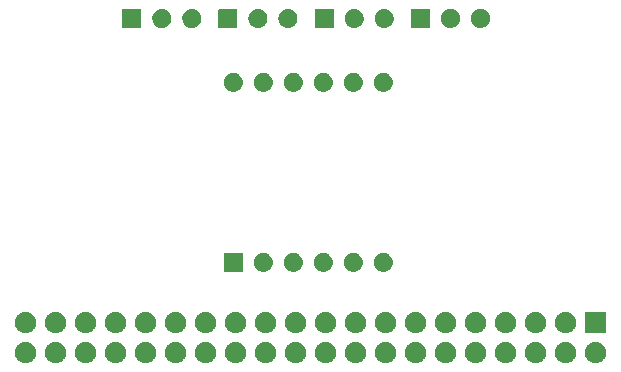
<source format=gbr>
G04 #@! TF.GenerationSoftware,KiCad,Pcbnew,5.99.0-unknown-r17121-d4cea0f2*
G04 #@! TF.CreationDate,2019-12-07T19:23:27-06:00*
G04 #@! TF.ProjectId,7_segment_led_module,375f7365-676d-4656-9e74-5f6c65645f6d,A*
G04 #@! TF.SameCoordinates,Original*
G04 #@! TF.FileFunction,Soldermask,Bot*
G04 #@! TF.FilePolarity,Negative*
%FSLAX46Y46*%
G04 Gerber Fmt 4.6, Leading zero omitted, Abs format (unit mm)*
G04 Created by KiCad (PCBNEW 5.99.0-unknown-r17121-d4cea0f2) date 2019-12-07 19:23:27*
%MOMM*%
%LPD*%
G04 APERTURE LIST*
G04 APERTURE END LIST*
G36*
X157529902Y-95619283D02*
G01*
X157574637Y-95619595D01*
X157618460Y-95628590D01*
X157668360Y-95633835D01*
X157710132Y-95647408D01*
X157747723Y-95655124D01*
X157794851Y-95674935D01*
X157848488Y-95692363D01*
X157881099Y-95711191D01*
X157910614Y-95723598D01*
X157958301Y-95755763D01*
X158012511Y-95787061D01*
X158035826Y-95808054D01*
X158057101Y-95822404D01*
X158102183Y-95867802D01*
X158153261Y-95913793D01*
X158168003Y-95934083D01*
X158181608Y-95947784D01*
X158220643Y-96006537D01*
X158264586Y-96067019D01*
X158272221Y-96084168D01*
X158279388Y-96094955D01*
X158308865Y-96166472D01*
X158341621Y-96240042D01*
X158344211Y-96252225D01*
X158346724Y-96258323D01*
X158363292Y-96341997D01*
X158380999Y-96425301D01*
X158380999Y-96614699D01*
X158378115Y-96628269D01*
X158378030Y-96634331D01*
X158359342Y-96716585D01*
X158341621Y-96799958D01*
X158339129Y-96805555D01*
X158339078Y-96805780D01*
X158267210Y-96967197D01*
X158267078Y-96967385D01*
X158264586Y-96972981D01*
X158214480Y-97041946D01*
X158165357Y-97111582D01*
X158160585Y-97116126D01*
X158153261Y-97126207D01*
X158093396Y-97180110D01*
X158037396Y-97233438D01*
X158026464Y-97240376D01*
X158012511Y-97252939D01*
X157947764Y-97290321D01*
X157888211Y-97328114D01*
X157870209Y-97335097D01*
X157848488Y-97347637D01*
X157783115Y-97368878D01*
X157723468Y-97392014D01*
X157698200Y-97396469D01*
X157668360Y-97406165D01*
X157606095Y-97412709D01*
X157549460Y-97422695D01*
X157517459Y-97422025D01*
X157480000Y-97425962D01*
X157423902Y-97420066D01*
X157372799Y-97418996D01*
X157335323Y-97410756D01*
X157291640Y-97406165D01*
X157243917Y-97390659D01*
X157200225Y-97381052D01*
X157159230Y-97363142D01*
X157111512Y-97347637D01*
X157073473Y-97325675D01*
X157038310Y-97310313D01*
X156996337Y-97281141D01*
X156947489Y-97252939D01*
X156919504Y-97227741D01*
X156893215Y-97209470D01*
X156853257Y-97168092D01*
X156806739Y-97126207D01*
X156788296Y-97100823D01*
X156770473Y-97082366D01*
X156735821Y-97028597D01*
X156695414Y-96972981D01*
X156685212Y-96950066D01*
X156674754Y-96933839D01*
X156648789Y-96868261D01*
X156618379Y-96799958D01*
X156614476Y-96781596D01*
X156609707Y-96769551D01*
X156595740Y-96693448D01*
X156579001Y-96614699D01*
X156579001Y-96602246D01*
X156577811Y-96595762D01*
X156579001Y-96510535D01*
X156579001Y-96425301D01*
X156580275Y-96419308D01*
X156580278Y-96419077D01*
X156617015Y-96246246D01*
X156617105Y-96246036D01*
X156618379Y-96240042D01*
X156653042Y-96162188D01*
X156686622Y-96083839D01*
X156690348Y-96078397D01*
X156695414Y-96067019D01*
X156742746Y-96001872D01*
X156786452Y-95938041D01*
X156795706Y-95928979D01*
X156806739Y-95913793D01*
X156862297Y-95863769D01*
X156912693Y-95814417D01*
X156928848Y-95803846D01*
X156947489Y-95787061D01*
X157007026Y-95752687D01*
X157060551Y-95717662D01*
X157084340Y-95708050D01*
X157111512Y-95692363D01*
X157171045Y-95673019D01*
X157224376Y-95651472D01*
X157255820Y-95645474D01*
X157291640Y-95633835D01*
X157347744Y-95627938D01*
X157397945Y-95618362D01*
X157436312Y-95618630D01*
X157480000Y-95614038D01*
X157529902Y-95619283D01*
G37*
G36*
X162609902Y-95619283D02*
G01*
X162654637Y-95619595D01*
X162698460Y-95628590D01*
X162748360Y-95633835D01*
X162790132Y-95647408D01*
X162827723Y-95655124D01*
X162874851Y-95674935D01*
X162928488Y-95692363D01*
X162961099Y-95711191D01*
X162990614Y-95723598D01*
X163038301Y-95755763D01*
X163092511Y-95787061D01*
X163115826Y-95808054D01*
X163137101Y-95822404D01*
X163182183Y-95867802D01*
X163233261Y-95913793D01*
X163248003Y-95934083D01*
X163261608Y-95947784D01*
X163300643Y-96006537D01*
X163344586Y-96067019D01*
X163352221Y-96084168D01*
X163359388Y-96094955D01*
X163388865Y-96166472D01*
X163421621Y-96240042D01*
X163424211Y-96252225D01*
X163426724Y-96258323D01*
X163443292Y-96341997D01*
X163460999Y-96425301D01*
X163460999Y-96614699D01*
X163458115Y-96628269D01*
X163458030Y-96634331D01*
X163439342Y-96716585D01*
X163421621Y-96799958D01*
X163419129Y-96805555D01*
X163419078Y-96805780D01*
X163347210Y-96967197D01*
X163347078Y-96967385D01*
X163344586Y-96972981D01*
X163294480Y-97041946D01*
X163245357Y-97111582D01*
X163240585Y-97116126D01*
X163233261Y-97126207D01*
X163173396Y-97180110D01*
X163117396Y-97233438D01*
X163106464Y-97240376D01*
X163092511Y-97252939D01*
X163027764Y-97290321D01*
X162968211Y-97328114D01*
X162950209Y-97335097D01*
X162928488Y-97347637D01*
X162863115Y-97368878D01*
X162803468Y-97392014D01*
X162778200Y-97396469D01*
X162748360Y-97406165D01*
X162686095Y-97412709D01*
X162629460Y-97422695D01*
X162597459Y-97422025D01*
X162560000Y-97425962D01*
X162503902Y-97420066D01*
X162452799Y-97418996D01*
X162415323Y-97410756D01*
X162371640Y-97406165D01*
X162323917Y-97390659D01*
X162280225Y-97381052D01*
X162239230Y-97363142D01*
X162191512Y-97347637D01*
X162153473Y-97325675D01*
X162118310Y-97310313D01*
X162076337Y-97281141D01*
X162027489Y-97252939D01*
X161999504Y-97227741D01*
X161973215Y-97209470D01*
X161933257Y-97168092D01*
X161886739Y-97126207D01*
X161868296Y-97100823D01*
X161850473Y-97082366D01*
X161815821Y-97028597D01*
X161775414Y-96972981D01*
X161765212Y-96950066D01*
X161754754Y-96933839D01*
X161728789Y-96868261D01*
X161698379Y-96799958D01*
X161694476Y-96781596D01*
X161689707Y-96769551D01*
X161675740Y-96693448D01*
X161659001Y-96614699D01*
X161659001Y-96602246D01*
X161657811Y-96595762D01*
X161659001Y-96510535D01*
X161659001Y-96425301D01*
X161660275Y-96419308D01*
X161660278Y-96419077D01*
X161697015Y-96246246D01*
X161697105Y-96246036D01*
X161698379Y-96240042D01*
X161733042Y-96162188D01*
X161766622Y-96083839D01*
X161770348Y-96078397D01*
X161775414Y-96067019D01*
X161822746Y-96001872D01*
X161866452Y-95938041D01*
X161875706Y-95928979D01*
X161886739Y-95913793D01*
X161942297Y-95863769D01*
X161992693Y-95814417D01*
X162008848Y-95803846D01*
X162027489Y-95787061D01*
X162087026Y-95752687D01*
X162140551Y-95717662D01*
X162164340Y-95708050D01*
X162191512Y-95692363D01*
X162251045Y-95673019D01*
X162304376Y-95651472D01*
X162335820Y-95645474D01*
X162371640Y-95633835D01*
X162427744Y-95627938D01*
X162477945Y-95618362D01*
X162516312Y-95618630D01*
X162560000Y-95614038D01*
X162609902Y-95619283D01*
G37*
G36*
X139749902Y-95619283D02*
G01*
X139794637Y-95619595D01*
X139838460Y-95628590D01*
X139888360Y-95633835D01*
X139930132Y-95647408D01*
X139967723Y-95655124D01*
X140014851Y-95674935D01*
X140068488Y-95692363D01*
X140101099Y-95711191D01*
X140130614Y-95723598D01*
X140178301Y-95755763D01*
X140232511Y-95787061D01*
X140255826Y-95808054D01*
X140277101Y-95822404D01*
X140322183Y-95867802D01*
X140373261Y-95913793D01*
X140388003Y-95934083D01*
X140401608Y-95947784D01*
X140440643Y-96006537D01*
X140484586Y-96067019D01*
X140492221Y-96084168D01*
X140499388Y-96094955D01*
X140528865Y-96166472D01*
X140561621Y-96240042D01*
X140564211Y-96252225D01*
X140566724Y-96258323D01*
X140583292Y-96341997D01*
X140600999Y-96425301D01*
X140600999Y-96614699D01*
X140598115Y-96628269D01*
X140598030Y-96634331D01*
X140579342Y-96716585D01*
X140561621Y-96799958D01*
X140559129Y-96805555D01*
X140559078Y-96805780D01*
X140487210Y-96967197D01*
X140487078Y-96967385D01*
X140484586Y-96972981D01*
X140434480Y-97041946D01*
X140385357Y-97111582D01*
X140380585Y-97116126D01*
X140373261Y-97126207D01*
X140313396Y-97180110D01*
X140257396Y-97233438D01*
X140246464Y-97240376D01*
X140232511Y-97252939D01*
X140167764Y-97290321D01*
X140108211Y-97328114D01*
X140090209Y-97335097D01*
X140068488Y-97347637D01*
X140003115Y-97368878D01*
X139943468Y-97392014D01*
X139918200Y-97396469D01*
X139888360Y-97406165D01*
X139826095Y-97412709D01*
X139769460Y-97422695D01*
X139737459Y-97422025D01*
X139700000Y-97425962D01*
X139643902Y-97420066D01*
X139592799Y-97418996D01*
X139555323Y-97410756D01*
X139511640Y-97406165D01*
X139463917Y-97390659D01*
X139420225Y-97381052D01*
X139379230Y-97363142D01*
X139331512Y-97347637D01*
X139293473Y-97325675D01*
X139258310Y-97310313D01*
X139216337Y-97281141D01*
X139167489Y-97252939D01*
X139139504Y-97227741D01*
X139113215Y-97209470D01*
X139073257Y-97168092D01*
X139026739Y-97126207D01*
X139008296Y-97100823D01*
X138990473Y-97082366D01*
X138955821Y-97028597D01*
X138915414Y-96972981D01*
X138905212Y-96950066D01*
X138894754Y-96933839D01*
X138868789Y-96868261D01*
X138838379Y-96799958D01*
X138834476Y-96781596D01*
X138829707Y-96769551D01*
X138815740Y-96693448D01*
X138799001Y-96614699D01*
X138799001Y-96602246D01*
X138797811Y-96595762D01*
X138799001Y-96510535D01*
X138799001Y-96425301D01*
X138800275Y-96419308D01*
X138800278Y-96419077D01*
X138837015Y-96246246D01*
X138837105Y-96246036D01*
X138838379Y-96240042D01*
X138873042Y-96162188D01*
X138906622Y-96083839D01*
X138910348Y-96078397D01*
X138915414Y-96067019D01*
X138962746Y-96001872D01*
X139006452Y-95938041D01*
X139015706Y-95928979D01*
X139026739Y-95913793D01*
X139082297Y-95863769D01*
X139132693Y-95814417D01*
X139148848Y-95803846D01*
X139167489Y-95787061D01*
X139227026Y-95752687D01*
X139280551Y-95717662D01*
X139304340Y-95708050D01*
X139331512Y-95692363D01*
X139391045Y-95673019D01*
X139444376Y-95651472D01*
X139475820Y-95645474D01*
X139511640Y-95633835D01*
X139567744Y-95627938D01*
X139617945Y-95618362D01*
X139656312Y-95618630D01*
X139700000Y-95614038D01*
X139749902Y-95619283D01*
G37*
G36*
X165149902Y-95619283D02*
G01*
X165194637Y-95619595D01*
X165238460Y-95628590D01*
X165288360Y-95633835D01*
X165330132Y-95647408D01*
X165367723Y-95655124D01*
X165414851Y-95674935D01*
X165468488Y-95692363D01*
X165501099Y-95711191D01*
X165530614Y-95723598D01*
X165578301Y-95755763D01*
X165632511Y-95787061D01*
X165655826Y-95808054D01*
X165677101Y-95822404D01*
X165722183Y-95867802D01*
X165773261Y-95913793D01*
X165788003Y-95934083D01*
X165801608Y-95947784D01*
X165840643Y-96006537D01*
X165884586Y-96067019D01*
X165892221Y-96084168D01*
X165899388Y-96094955D01*
X165928865Y-96166472D01*
X165961621Y-96240042D01*
X165964211Y-96252225D01*
X165966724Y-96258323D01*
X165983292Y-96341997D01*
X166000999Y-96425301D01*
X166000999Y-96614699D01*
X165998115Y-96628269D01*
X165998030Y-96634331D01*
X165979342Y-96716585D01*
X165961621Y-96799958D01*
X165959129Y-96805555D01*
X165959078Y-96805780D01*
X165887210Y-96967197D01*
X165887078Y-96967385D01*
X165884586Y-96972981D01*
X165834480Y-97041946D01*
X165785357Y-97111582D01*
X165780585Y-97116126D01*
X165773261Y-97126207D01*
X165713396Y-97180110D01*
X165657396Y-97233438D01*
X165646464Y-97240376D01*
X165632511Y-97252939D01*
X165567764Y-97290321D01*
X165508211Y-97328114D01*
X165490209Y-97335097D01*
X165468488Y-97347637D01*
X165403115Y-97368878D01*
X165343468Y-97392014D01*
X165318200Y-97396469D01*
X165288360Y-97406165D01*
X165226095Y-97412709D01*
X165169460Y-97422695D01*
X165137459Y-97422025D01*
X165100000Y-97425962D01*
X165043902Y-97420066D01*
X164992799Y-97418996D01*
X164955323Y-97410756D01*
X164911640Y-97406165D01*
X164863917Y-97390659D01*
X164820225Y-97381052D01*
X164779230Y-97363142D01*
X164731512Y-97347637D01*
X164693473Y-97325675D01*
X164658310Y-97310313D01*
X164616337Y-97281141D01*
X164567489Y-97252939D01*
X164539504Y-97227741D01*
X164513215Y-97209470D01*
X164473257Y-97168092D01*
X164426739Y-97126207D01*
X164408296Y-97100823D01*
X164390473Y-97082366D01*
X164355821Y-97028597D01*
X164315414Y-96972981D01*
X164305212Y-96950066D01*
X164294754Y-96933839D01*
X164268789Y-96868261D01*
X164238379Y-96799958D01*
X164234476Y-96781596D01*
X164229707Y-96769551D01*
X164215740Y-96693448D01*
X164199001Y-96614699D01*
X164199001Y-96602246D01*
X164197811Y-96595762D01*
X164199001Y-96510535D01*
X164199001Y-96425301D01*
X164200275Y-96419308D01*
X164200278Y-96419077D01*
X164237015Y-96246246D01*
X164237105Y-96246036D01*
X164238379Y-96240042D01*
X164273042Y-96162188D01*
X164306622Y-96083839D01*
X164310348Y-96078397D01*
X164315414Y-96067019D01*
X164362746Y-96001872D01*
X164406452Y-95938041D01*
X164415706Y-95928979D01*
X164426739Y-95913793D01*
X164482297Y-95863769D01*
X164532693Y-95814417D01*
X164548848Y-95803846D01*
X164567489Y-95787061D01*
X164627026Y-95752687D01*
X164680551Y-95717662D01*
X164704340Y-95708050D01*
X164731512Y-95692363D01*
X164791045Y-95673019D01*
X164844376Y-95651472D01*
X164875820Y-95645474D01*
X164911640Y-95633835D01*
X164967744Y-95627938D01*
X165017945Y-95618362D01*
X165056312Y-95618630D01*
X165100000Y-95614038D01*
X165149902Y-95619283D01*
G37*
G36*
X167689902Y-95619283D02*
G01*
X167734637Y-95619595D01*
X167778460Y-95628590D01*
X167828360Y-95633835D01*
X167870132Y-95647408D01*
X167907723Y-95655124D01*
X167954851Y-95674935D01*
X168008488Y-95692363D01*
X168041099Y-95711191D01*
X168070614Y-95723598D01*
X168118301Y-95755763D01*
X168172511Y-95787061D01*
X168195826Y-95808054D01*
X168217101Y-95822404D01*
X168262183Y-95867802D01*
X168313261Y-95913793D01*
X168328003Y-95934083D01*
X168341608Y-95947784D01*
X168380643Y-96006537D01*
X168424586Y-96067019D01*
X168432221Y-96084168D01*
X168439388Y-96094955D01*
X168468865Y-96166472D01*
X168501621Y-96240042D01*
X168504211Y-96252225D01*
X168506724Y-96258323D01*
X168523292Y-96341997D01*
X168540999Y-96425301D01*
X168540999Y-96614699D01*
X168538115Y-96628269D01*
X168538030Y-96634331D01*
X168519342Y-96716585D01*
X168501621Y-96799958D01*
X168499129Y-96805555D01*
X168499078Y-96805780D01*
X168427210Y-96967197D01*
X168427078Y-96967385D01*
X168424586Y-96972981D01*
X168374480Y-97041946D01*
X168325357Y-97111582D01*
X168320585Y-97116126D01*
X168313261Y-97126207D01*
X168253396Y-97180110D01*
X168197396Y-97233438D01*
X168186464Y-97240376D01*
X168172511Y-97252939D01*
X168107764Y-97290321D01*
X168048211Y-97328114D01*
X168030209Y-97335097D01*
X168008488Y-97347637D01*
X167943115Y-97368878D01*
X167883468Y-97392014D01*
X167858200Y-97396469D01*
X167828360Y-97406165D01*
X167766095Y-97412709D01*
X167709460Y-97422695D01*
X167677459Y-97422025D01*
X167640000Y-97425962D01*
X167583902Y-97420066D01*
X167532799Y-97418996D01*
X167495323Y-97410756D01*
X167451640Y-97406165D01*
X167403917Y-97390659D01*
X167360225Y-97381052D01*
X167319230Y-97363142D01*
X167271512Y-97347637D01*
X167233473Y-97325675D01*
X167198310Y-97310313D01*
X167156337Y-97281141D01*
X167107489Y-97252939D01*
X167079504Y-97227741D01*
X167053215Y-97209470D01*
X167013257Y-97168092D01*
X166966739Y-97126207D01*
X166948296Y-97100823D01*
X166930473Y-97082366D01*
X166895821Y-97028597D01*
X166855414Y-96972981D01*
X166845212Y-96950066D01*
X166834754Y-96933839D01*
X166808789Y-96868261D01*
X166778379Y-96799958D01*
X166774476Y-96781596D01*
X166769707Y-96769551D01*
X166755740Y-96693448D01*
X166739001Y-96614699D01*
X166739001Y-96602246D01*
X166737811Y-96595762D01*
X166739001Y-96510535D01*
X166739001Y-96425301D01*
X166740275Y-96419308D01*
X166740278Y-96419077D01*
X166777015Y-96246246D01*
X166777105Y-96246036D01*
X166778379Y-96240042D01*
X166813042Y-96162188D01*
X166846622Y-96083839D01*
X166850348Y-96078397D01*
X166855414Y-96067019D01*
X166902746Y-96001872D01*
X166946452Y-95938041D01*
X166955706Y-95928979D01*
X166966739Y-95913793D01*
X167022297Y-95863769D01*
X167072693Y-95814417D01*
X167088848Y-95803846D01*
X167107489Y-95787061D01*
X167167026Y-95752687D01*
X167220551Y-95717662D01*
X167244340Y-95708050D01*
X167271512Y-95692363D01*
X167331045Y-95673019D01*
X167384376Y-95651472D01*
X167415820Y-95645474D01*
X167451640Y-95633835D01*
X167507744Y-95627938D01*
X167557945Y-95618362D01*
X167596312Y-95618630D01*
X167640000Y-95614038D01*
X167689902Y-95619283D01*
G37*
G36*
X160069902Y-95619283D02*
G01*
X160114637Y-95619595D01*
X160158460Y-95628590D01*
X160208360Y-95633835D01*
X160250132Y-95647408D01*
X160287723Y-95655124D01*
X160334851Y-95674935D01*
X160388488Y-95692363D01*
X160421099Y-95711191D01*
X160450614Y-95723598D01*
X160498301Y-95755763D01*
X160552511Y-95787061D01*
X160575826Y-95808054D01*
X160597101Y-95822404D01*
X160642183Y-95867802D01*
X160693261Y-95913793D01*
X160708003Y-95934083D01*
X160721608Y-95947784D01*
X160760643Y-96006537D01*
X160804586Y-96067019D01*
X160812221Y-96084168D01*
X160819388Y-96094955D01*
X160848865Y-96166472D01*
X160881621Y-96240042D01*
X160884211Y-96252225D01*
X160886724Y-96258323D01*
X160903292Y-96341997D01*
X160920999Y-96425301D01*
X160920999Y-96614699D01*
X160918115Y-96628269D01*
X160918030Y-96634331D01*
X160899342Y-96716585D01*
X160881621Y-96799958D01*
X160879129Y-96805555D01*
X160879078Y-96805780D01*
X160807210Y-96967197D01*
X160807078Y-96967385D01*
X160804586Y-96972981D01*
X160754480Y-97041946D01*
X160705357Y-97111582D01*
X160700585Y-97116126D01*
X160693261Y-97126207D01*
X160633396Y-97180110D01*
X160577396Y-97233438D01*
X160566464Y-97240376D01*
X160552511Y-97252939D01*
X160487764Y-97290321D01*
X160428211Y-97328114D01*
X160410209Y-97335097D01*
X160388488Y-97347637D01*
X160323115Y-97368878D01*
X160263468Y-97392014D01*
X160238200Y-97396469D01*
X160208360Y-97406165D01*
X160146095Y-97412709D01*
X160089460Y-97422695D01*
X160057459Y-97422025D01*
X160020000Y-97425962D01*
X159963902Y-97420066D01*
X159912799Y-97418996D01*
X159875323Y-97410756D01*
X159831640Y-97406165D01*
X159783917Y-97390659D01*
X159740225Y-97381052D01*
X159699230Y-97363142D01*
X159651512Y-97347637D01*
X159613473Y-97325675D01*
X159578310Y-97310313D01*
X159536337Y-97281141D01*
X159487489Y-97252939D01*
X159459504Y-97227741D01*
X159433215Y-97209470D01*
X159393257Y-97168092D01*
X159346739Y-97126207D01*
X159328296Y-97100823D01*
X159310473Y-97082366D01*
X159275821Y-97028597D01*
X159235414Y-96972981D01*
X159225212Y-96950066D01*
X159214754Y-96933839D01*
X159188789Y-96868261D01*
X159158379Y-96799958D01*
X159154476Y-96781596D01*
X159149707Y-96769551D01*
X159135740Y-96693448D01*
X159119001Y-96614699D01*
X159119001Y-96602246D01*
X159117811Y-96595762D01*
X159119001Y-96510535D01*
X159119001Y-96425301D01*
X159120275Y-96419308D01*
X159120278Y-96419077D01*
X159157015Y-96246246D01*
X159157105Y-96246036D01*
X159158379Y-96240042D01*
X159193042Y-96162188D01*
X159226622Y-96083839D01*
X159230348Y-96078397D01*
X159235414Y-96067019D01*
X159282746Y-96001872D01*
X159326452Y-95938041D01*
X159335706Y-95928979D01*
X159346739Y-95913793D01*
X159402297Y-95863769D01*
X159452693Y-95814417D01*
X159468848Y-95803846D01*
X159487489Y-95787061D01*
X159547026Y-95752687D01*
X159600551Y-95717662D01*
X159624340Y-95708050D01*
X159651512Y-95692363D01*
X159711045Y-95673019D01*
X159764376Y-95651472D01*
X159795820Y-95645474D01*
X159831640Y-95633835D01*
X159887744Y-95627938D01*
X159937945Y-95618362D01*
X159976312Y-95618630D01*
X160020000Y-95614038D01*
X160069902Y-95619283D01*
G37*
G36*
X170229902Y-95619283D02*
G01*
X170274637Y-95619595D01*
X170318460Y-95628590D01*
X170368360Y-95633835D01*
X170410132Y-95647408D01*
X170447723Y-95655124D01*
X170494851Y-95674935D01*
X170548488Y-95692363D01*
X170581099Y-95711191D01*
X170610614Y-95723598D01*
X170658301Y-95755763D01*
X170712511Y-95787061D01*
X170735826Y-95808054D01*
X170757101Y-95822404D01*
X170802183Y-95867802D01*
X170853261Y-95913793D01*
X170868003Y-95934083D01*
X170881608Y-95947784D01*
X170920643Y-96006537D01*
X170964586Y-96067019D01*
X170972221Y-96084168D01*
X170979388Y-96094955D01*
X171008865Y-96166472D01*
X171041621Y-96240042D01*
X171044211Y-96252225D01*
X171046724Y-96258323D01*
X171063292Y-96341997D01*
X171080999Y-96425301D01*
X171080999Y-96614699D01*
X171078115Y-96628269D01*
X171078030Y-96634331D01*
X171059342Y-96716585D01*
X171041621Y-96799958D01*
X171039129Y-96805555D01*
X171039078Y-96805780D01*
X170967210Y-96967197D01*
X170967078Y-96967385D01*
X170964586Y-96972981D01*
X170914480Y-97041946D01*
X170865357Y-97111582D01*
X170860585Y-97116126D01*
X170853261Y-97126207D01*
X170793396Y-97180110D01*
X170737396Y-97233438D01*
X170726464Y-97240376D01*
X170712511Y-97252939D01*
X170647764Y-97290321D01*
X170588211Y-97328114D01*
X170570209Y-97335097D01*
X170548488Y-97347637D01*
X170483115Y-97368878D01*
X170423468Y-97392014D01*
X170398200Y-97396469D01*
X170368360Y-97406165D01*
X170306095Y-97412709D01*
X170249460Y-97422695D01*
X170217459Y-97422025D01*
X170180000Y-97425962D01*
X170123902Y-97420066D01*
X170072799Y-97418996D01*
X170035323Y-97410756D01*
X169991640Y-97406165D01*
X169943917Y-97390659D01*
X169900225Y-97381052D01*
X169859230Y-97363142D01*
X169811512Y-97347637D01*
X169773473Y-97325675D01*
X169738310Y-97310313D01*
X169696337Y-97281141D01*
X169647489Y-97252939D01*
X169619504Y-97227741D01*
X169593215Y-97209470D01*
X169553257Y-97168092D01*
X169506739Y-97126207D01*
X169488296Y-97100823D01*
X169470473Y-97082366D01*
X169435821Y-97028597D01*
X169395414Y-96972981D01*
X169385212Y-96950066D01*
X169374754Y-96933839D01*
X169348789Y-96868261D01*
X169318379Y-96799958D01*
X169314476Y-96781596D01*
X169309707Y-96769551D01*
X169295740Y-96693448D01*
X169279001Y-96614699D01*
X169279001Y-96602246D01*
X169277811Y-96595762D01*
X169279001Y-96510535D01*
X169279001Y-96425301D01*
X169280275Y-96419308D01*
X169280278Y-96419077D01*
X169317015Y-96246246D01*
X169317105Y-96246036D01*
X169318379Y-96240042D01*
X169353042Y-96162188D01*
X169386622Y-96083839D01*
X169390348Y-96078397D01*
X169395414Y-96067019D01*
X169442746Y-96001872D01*
X169486452Y-95938041D01*
X169495706Y-95928979D01*
X169506739Y-95913793D01*
X169562297Y-95863769D01*
X169612693Y-95814417D01*
X169628848Y-95803846D01*
X169647489Y-95787061D01*
X169707026Y-95752687D01*
X169760551Y-95717662D01*
X169784340Y-95708050D01*
X169811512Y-95692363D01*
X169871045Y-95673019D01*
X169924376Y-95651472D01*
X169955820Y-95645474D01*
X169991640Y-95633835D01*
X170047744Y-95627938D01*
X170097945Y-95618362D01*
X170136312Y-95618630D01*
X170180000Y-95614038D01*
X170229902Y-95619283D01*
G37*
G36*
X154989902Y-95619283D02*
G01*
X155034637Y-95619595D01*
X155078460Y-95628590D01*
X155128360Y-95633835D01*
X155170132Y-95647408D01*
X155207723Y-95655124D01*
X155254851Y-95674935D01*
X155308488Y-95692363D01*
X155341099Y-95711191D01*
X155370614Y-95723598D01*
X155418301Y-95755763D01*
X155472511Y-95787061D01*
X155495826Y-95808054D01*
X155517101Y-95822404D01*
X155562183Y-95867802D01*
X155613261Y-95913793D01*
X155628003Y-95934083D01*
X155641608Y-95947784D01*
X155680643Y-96006537D01*
X155724586Y-96067019D01*
X155732221Y-96084168D01*
X155739388Y-96094955D01*
X155768865Y-96166472D01*
X155801621Y-96240042D01*
X155804211Y-96252225D01*
X155806724Y-96258323D01*
X155823292Y-96341997D01*
X155840999Y-96425301D01*
X155840999Y-96614699D01*
X155838115Y-96628269D01*
X155838030Y-96634331D01*
X155819342Y-96716585D01*
X155801621Y-96799958D01*
X155799129Y-96805555D01*
X155799078Y-96805780D01*
X155727210Y-96967197D01*
X155727078Y-96967385D01*
X155724586Y-96972981D01*
X155674480Y-97041946D01*
X155625357Y-97111582D01*
X155620585Y-97116126D01*
X155613261Y-97126207D01*
X155553396Y-97180110D01*
X155497396Y-97233438D01*
X155486464Y-97240376D01*
X155472511Y-97252939D01*
X155407764Y-97290321D01*
X155348211Y-97328114D01*
X155330209Y-97335097D01*
X155308488Y-97347637D01*
X155243115Y-97368878D01*
X155183468Y-97392014D01*
X155158200Y-97396469D01*
X155128360Y-97406165D01*
X155066095Y-97412709D01*
X155009460Y-97422695D01*
X154977459Y-97422025D01*
X154940000Y-97425962D01*
X154883902Y-97420066D01*
X154832799Y-97418996D01*
X154795323Y-97410756D01*
X154751640Y-97406165D01*
X154703917Y-97390659D01*
X154660225Y-97381052D01*
X154619230Y-97363142D01*
X154571512Y-97347637D01*
X154533473Y-97325675D01*
X154498310Y-97310313D01*
X154456337Y-97281141D01*
X154407489Y-97252939D01*
X154379504Y-97227741D01*
X154353215Y-97209470D01*
X154313257Y-97168092D01*
X154266739Y-97126207D01*
X154248296Y-97100823D01*
X154230473Y-97082366D01*
X154195821Y-97028597D01*
X154155414Y-96972981D01*
X154145212Y-96950066D01*
X154134754Y-96933839D01*
X154108789Y-96868261D01*
X154078379Y-96799958D01*
X154074476Y-96781596D01*
X154069707Y-96769551D01*
X154055740Y-96693448D01*
X154039001Y-96614699D01*
X154039001Y-96602246D01*
X154037811Y-96595762D01*
X154039001Y-96510535D01*
X154039001Y-96425301D01*
X154040275Y-96419308D01*
X154040278Y-96419077D01*
X154077015Y-96246246D01*
X154077105Y-96246036D01*
X154078379Y-96240042D01*
X154113042Y-96162188D01*
X154146622Y-96083839D01*
X154150348Y-96078397D01*
X154155414Y-96067019D01*
X154202746Y-96001872D01*
X154246452Y-95938041D01*
X154255706Y-95928979D01*
X154266739Y-95913793D01*
X154322297Y-95863769D01*
X154372693Y-95814417D01*
X154388848Y-95803846D01*
X154407489Y-95787061D01*
X154467026Y-95752687D01*
X154520551Y-95717662D01*
X154544340Y-95708050D01*
X154571512Y-95692363D01*
X154631045Y-95673019D01*
X154684376Y-95651472D01*
X154715820Y-95645474D01*
X154751640Y-95633835D01*
X154807744Y-95627938D01*
X154857945Y-95618362D01*
X154896312Y-95618630D01*
X154940000Y-95614038D01*
X154989902Y-95619283D01*
G37*
G36*
X137209902Y-95619283D02*
G01*
X137254637Y-95619595D01*
X137298460Y-95628590D01*
X137348360Y-95633835D01*
X137390132Y-95647408D01*
X137427723Y-95655124D01*
X137474851Y-95674935D01*
X137528488Y-95692363D01*
X137561099Y-95711191D01*
X137590614Y-95723598D01*
X137638301Y-95755763D01*
X137692511Y-95787061D01*
X137715826Y-95808054D01*
X137737101Y-95822404D01*
X137782183Y-95867802D01*
X137833261Y-95913793D01*
X137848003Y-95934083D01*
X137861608Y-95947784D01*
X137900643Y-96006537D01*
X137944586Y-96067019D01*
X137952221Y-96084168D01*
X137959388Y-96094955D01*
X137988865Y-96166472D01*
X138021621Y-96240042D01*
X138024211Y-96252225D01*
X138026724Y-96258323D01*
X138043292Y-96341997D01*
X138060999Y-96425301D01*
X138060999Y-96614699D01*
X138058115Y-96628269D01*
X138058030Y-96634331D01*
X138039342Y-96716585D01*
X138021621Y-96799958D01*
X138019129Y-96805555D01*
X138019078Y-96805780D01*
X137947210Y-96967197D01*
X137947078Y-96967385D01*
X137944586Y-96972981D01*
X137894480Y-97041946D01*
X137845357Y-97111582D01*
X137840585Y-97116126D01*
X137833261Y-97126207D01*
X137773396Y-97180110D01*
X137717396Y-97233438D01*
X137706464Y-97240376D01*
X137692511Y-97252939D01*
X137627764Y-97290321D01*
X137568211Y-97328114D01*
X137550209Y-97335097D01*
X137528488Y-97347637D01*
X137463115Y-97368878D01*
X137403468Y-97392014D01*
X137378200Y-97396469D01*
X137348360Y-97406165D01*
X137286095Y-97412709D01*
X137229460Y-97422695D01*
X137197459Y-97422025D01*
X137160000Y-97425962D01*
X137103902Y-97420066D01*
X137052799Y-97418996D01*
X137015323Y-97410756D01*
X136971640Y-97406165D01*
X136923917Y-97390659D01*
X136880225Y-97381052D01*
X136839230Y-97363142D01*
X136791512Y-97347637D01*
X136753473Y-97325675D01*
X136718310Y-97310313D01*
X136676337Y-97281141D01*
X136627489Y-97252939D01*
X136599504Y-97227741D01*
X136573215Y-97209470D01*
X136533257Y-97168092D01*
X136486739Y-97126207D01*
X136468296Y-97100823D01*
X136450473Y-97082366D01*
X136415821Y-97028597D01*
X136375414Y-96972981D01*
X136365212Y-96950066D01*
X136354754Y-96933839D01*
X136328789Y-96868261D01*
X136298379Y-96799958D01*
X136294476Y-96781596D01*
X136289707Y-96769551D01*
X136275740Y-96693448D01*
X136259001Y-96614699D01*
X136259001Y-96602246D01*
X136257811Y-96595762D01*
X136259001Y-96510535D01*
X136259001Y-96425301D01*
X136260275Y-96419308D01*
X136260278Y-96419077D01*
X136297015Y-96246246D01*
X136297105Y-96246036D01*
X136298379Y-96240042D01*
X136333042Y-96162188D01*
X136366622Y-96083839D01*
X136370348Y-96078397D01*
X136375414Y-96067019D01*
X136422746Y-96001872D01*
X136466452Y-95938041D01*
X136475706Y-95928979D01*
X136486739Y-95913793D01*
X136542297Y-95863769D01*
X136592693Y-95814417D01*
X136608848Y-95803846D01*
X136627489Y-95787061D01*
X136687026Y-95752687D01*
X136740551Y-95717662D01*
X136764340Y-95708050D01*
X136791512Y-95692363D01*
X136851045Y-95673019D01*
X136904376Y-95651472D01*
X136935820Y-95645474D01*
X136971640Y-95633835D01*
X137027744Y-95627938D01*
X137077945Y-95618362D01*
X137116312Y-95618630D01*
X137160000Y-95614038D01*
X137209902Y-95619283D01*
G37*
G36*
X172769902Y-95619283D02*
G01*
X172814637Y-95619595D01*
X172858460Y-95628590D01*
X172908360Y-95633835D01*
X172950132Y-95647408D01*
X172987723Y-95655124D01*
X173034851Y-95674935D01*
X173088488Y-95692363D01*
X173121099Y-95711191D01*
X173150614Y-95723598D01*
X173198301Y-95755763D01*
X173252511Y-95787061D01*
X173275826Y-95808054D01*
X173297101Y-95822404D01*
X173342183Y-95867802D01*
X173393261Y-95913793D01*
X173408003Y-95934083D01*
X173421608Y-95947784D01*
X173460643Y-96006537D01*
X173504586Y-96067019D01*
X173512221Y-96084168D01*
X173519388Y-96094955D01*
X173548865Y-96166472D01*
X173581621Y-96240042D01*
X173584211Y-96252225D01*
X173586724Y-96258323D01*
X173603292Y-96341997D01*
X173620999Y-96425301D01*
X173620999Y-96614699D01*
X173618115Y-96628269D01*
X173618030Y-96634331D01*
X173599342Y-96716585D01*
X173581621Y-96799958D01*
X173579129Y-96805555D01*
X173579078Y-96805780D01*
X173507210Y-96967197D01*
X173507078Y-96967385D01*
X173504586Y-96972981D01*
X173454480Y-97041946D01*
X173405357Y-97111582D01*
X173400585Y-97116126D01*
X173393261Y-97126207D01*
X173333396Y-97180110D01*
X173277396Y-97233438D01*
X173266464Y-97240376D01*
X173252511Y-97252939D01*
X173187764Y-97290321D01*
X173128211Y-97328114D01*
X173110209Y-97335097D01*
X173088488Y-97347637D01*
X173023115Y-97368878D01*
X172963468Y-97392014D01*
X172938200Y-97396469D01*
X172908360Y-97406165D01*
X172846095Y-97412709D01*
X172789460Y-97422695D01*
X172757459Y-97422025D01*
X172720000Y-97425962D01*
X172663902Y-97420066D01*
X172612799Y-97418996D01*
X172575323Y-97410756D01*
X172531640Y-97406165D01*
X172483917Y-97390659D01*
X172440225Y-97381052D01*
X172399230Y-97363142D01*
X172351512Y-97347637D01*
X172313473Y-97325675D01*
X172278310Y-97310313D01*
X172236337Y-97281141D01*
X172187489Y-97252939D01*
X172159504Y-97227741D01*
X172133215Y-97209470D01*
X172093257Y-97168092D01*
X172046739Y-97126207D01*
X172028296Y-97100823D01*
X172010473Y-97082366D01*
X171975821Y-97028597D01*
X171935414Y-96972981D01*
X171925212Y-96950066D01*
X171914754Y-96933839D01*
X171888789Y-96868261D01*
X171858379Y-96799958D01*
X171854476Y-96781596D01*
X171849707Y-96769551D01*
X171835740Y-96693448D01*
X171819001Y-96614699D01*
X171819001Y-96602246D01*
X171817811Y-96595762D01*
X171819001Y-96510535D01*
X171819001Y-96425301D01*
X171820275Y-96419308D01*
X171820278Y-96419077D01*
X171857015Y-96246246D01*
X171857105Y-96246036D01*
X171858379Y-96240042D01*
X171893042Y-96162188D01*
X171926622Y-96083839D01*
X171930348Y-96078397D01*
X171935414Y-96067019D01*
X171982746Y-96001872D01*
X172026452Y-95938041D01*
X172035706Y-95928979D01*
X172046739Y-95913793D01*
X172102297Y-95863769D01*
X172152693Y-95814417D01*
X172168848Y-95803846D01*
X172187489Y-95787061D01*
X172247026Y-95752687D01*
X172300551Y-95717662D01*
X172324340Y-95708050D01*
X172351512Y-95692363D01*
X172411045Y-95673019D01*
X172464376Y-95651472D01*
X172495820Y-95645474D01*
X172531640Y-95633835D01*
X172587744Y-95627938D01*
X172637945Y-95618362D01*
X172676312Y-95618630D01*
X172720000Y-95614038D01*
X172769902Y-95619283D01*
G37*
G36*
X142289902Y-95619283D02*
G01*
X142334637Y-95619595D01*
X142378460Y-95628590D01*
X142428360Y-95633835D01*
X142470132Y-95647408D01*
X142507723Y-95655124D01*
X142554851Y-95674935D01*
X142608488Y-95692363D01*
X142641099Y-95711191D01*
X142670614Y-95723598D01*
X142718301Y-95755763D01*
X142772511Y-95787061D01*
X142795826Y-95808054D01*
X142817101Y-95822404D01*
X142862183Y-95867802D01*
X142913261Y-95913793D01*
X142928003Y-95934083D01*
X142941608Y-95947784D01*
X142980643Y-96006537D01*
X143024586Y-96067019D01*
X143032221Y-96084168D01*
X143039388Y-96094955D01*
X143068865Y-96166472D01*
X143101621Y-96240042D01*
X143104211Y-96252225D01*
X143106724Y-96258323D01*
X143123292Y-96341997D01*
X143140999Y-96425301D01*
X143140999Y-96614699D01*
X143138115Y-96628269D01*
X143138030Y-96634331D01*
X143119342Y-96716585D01*
X143101621Y-96799958D01*
X143099129Y-96805555D01*
X143099078Y-96805780D01*
X143027210Y-96967197D01*
X143027078Y-96967385D01*
X143024586Y-96972981D01*
X142974480Y-97041946D01*
X142925357Y-97111582D01*
X142920585Y-97116126D01*
X142913261Y-97126207D01*
X142853396Y-97180110D01*
X142797396Y-97233438D01*
X142786464Y-97240376D01*
X142772511Y-97252939D01*
X142707764Y-97290321D01*
X142648211Y-97328114D01*
X142630209Y-97335097D01*
X142608488Y-97347637D01*
X142543115Y-97368878D01*
X142483468Y-97392014D01*
X142458200Y-97396469D01*
X142428360Y-97406165D01*
X142366095Y-97412709D01*
X142309460Y-97422695D01*
X142277459Y-97422025D01*
X142240000Y-97425962D01*
X142183902Y-97420066D01*
X142132799Y-97418996D01*
X142095323Y-97410756D01*
X142051640Y-97406165D01*
X142003917Y-97390659D01*
X141960225Y-97381052D01*
X141919230Y-97363142D01*
X141871512Y-97347637D01*
X141833473Y-97325675D01*
X141798310Y-97310313D01*
X141756337Y-97281141D01*
X141707489Y-97252939D01*
X141679504Y-97227741D01*
X141653215Y-97209470D01*
X141613257Y-97168092D01*
X141566739Y-97126207D01*
X141548296Y-97100823D01*
X141530473Y-97082366D01*
X141495821Y-97028597D01*
X141455414Y-96972981D01*
X141445212Y-96950066D01*
X141434754Y-96933839D01*
X141408789Y-96868261D01*
X141378379Y-96799958D01*
X141374476Y-96781596D01*
X141369707Y-96769551D01*
X141355740Y-96693448D01*
X141339001Y-96614699D01*
X141339001Y-96602246D01*
X141337811Y-96595762D01*
X141339001Y-96510535D01*
X141339001Y-96425301D01*
X141340275Y-96419308D01*
X141340278Y-96419077D01*
X141377015Y-96246246D01*
X141377105Y-96246036D01*
X141378379Y-96240042D01*
X141413042Y-96162188D01*
X141446622Y-96083839D01*
X141450348Y-96078397D01*
X141455414Y-96067019D01*
X141502746Y-96001872D01*
X141546452Y-95938041D01*
X141555706Y-95928979D01*
X141566739Y-95913793D01*
X141622297Y-95863769D01*
X141672693Y-95814417D01*
X141688848Y-95803846D01*
X141707489Y-95787061D01*
X141767026Y-95752687D01*
X141820551Y-95717662D01*
X141844340Y-95708050D01*
X141871512Y-95692363D01*
X141931045Y-95673019D01*
X141984376Y-95651472D01*
X142015820Y-95645474D01*
X142051640Y-95633835D01*
X142107744Y-95627938D01*
X142157945Y-95618362D01*
X142196312Y-95618630D01*
X142240000Y-95614038D01*
X142289902Y-95619283D01*
G37*
G36*
X175309902Y-95619283D02*
G01*
X175354637Y-95619595D01*
X175398460Y-95628590D01*
X175448360Y-95633835D01*
X175490132Y-95647408D01*
X175527723Y-95655124D01*
X175574851Y-95674935D01*
X175628488Y-95692363D01*
X175661099Y-95711191D01*
X175690614Y-95723598D01*
X175738301Y-95755763D01*
X175792511Y-95787061D01*
X175815826Y-95808054D01*
X175837101Y-95822404D01*
X175882183Y-95867802D01*
X175933261Y-95913793D01*
X175948003Y-95934083D01*
X175961608Y-95947784D01*
X176000643Y-96006537D01*
X176044586Y-96067019D01*
X176052221Y-96084168D01*
X176059388Y-96094955D01*
X176088865Y-96166472D01*
X176121621Y-96240042D01*
X176124211Y-96252225D01*
X176126724Y-96258323D01*
X176143292Y-96341997D01*
X176160999Y-96425301D01*
X176160999Y-96614699D01*
X176158115Y-96628269D01*
X176158030Y-96634331D01*
X176139342Y-96716585D01*
X176121621Y-96799958D01*
X176119129Y-96805555D01*
X176119078Y-96805780D01*
X176047210Y-96967197D01*
X176047078Y-96967385D01*
X176044586Y-96972981D01*
X175994480Y-97041946D01*
X175945357Y-97111582D01*
X175940585Y-97116126D01*
X175933261Y-97126207D01*
X175873396Y-97180110D01*
X175817396Y-97233438D01*
X175806464Y-97240376D01*
X175792511Y-97252939D01*
X175727764Y-97290321D01*
X175668211Y-97328114D01*
X175650209Y-97335097D01*
X175628488Y-97347637D01*
X175563115Y-97368878D01*
X175503468Y-97392014D01*
X175478200Y-97396469D01*
X175448360Y-97406165D01*
X175386095Y-97412709D01*
X175329460Y-97422695D01*
X175297459Y-97422025D01*
X175260000Y-97425962D01*
X175203902Y-97420066D01*
X175152799Y-97418996D01*
X175115323Y-97410756D01*
X175071640Y-97406165D01*
X175023917Y-97390659D01*
X174980225Y-97381052D01*
X174939230Y-97363142D01*
X174891512Y-97347637D01*
X174853473Y-97325675D01*
X174818310Y-97310313D01*
X174776337Y-97281141D01*
X174727489Y-97252939D01*
X174699504Y-97227741D01*
X174673215Y-97209470D01*
X174633257Y-97168092D01*
X174586739Y-97126207D01*
X174568296Y-97100823D01*
X174550473Y-97082366D01*
X174515821Y-97028597D01*
X174475414Y-96972981D01*
X174465212Y-96950066D01*
X174454754Y-96933839D01*
X174428789Y-96868261D01*
X174398379Y-96799958D01*
X174394476Y-96781596D01*
X174389707Y-96769551D01*
X174375740Y-96693448D01*
X174359001Y-96614699D01*
X174359001Y-96602246D01*
X174357811Y-96595762D01*
X174359001Y-96510535D01*
X174359001Y-96425301D01*
X174360275Y-96419308D01*
X174360278Y-96419077D01*
X174397015Y-96246246D01*
X174397105Y-96246036D01*
X174398379Y-96240042D01*
X174433042Y-96162188D01*
X174466622Y-96083839D01*
X174470348Y-96078397D01*
X174475414Y-96067019D01*
X174522746Y-96001872D01*
X174566452Y-95938041D01*
X174575706Y-95928979D01*
X174586739Y-95913793D01*
X174642297Y-95863769D01*
X174692693Y-95814417D01*
X174708848Y-95803846D01*
X174727489Y-95787061D01*
X174787026Y-95752687D01*
X174840551Y-95717662D01*
X174864340Y-95708050D01*
X174891512Y-95692363D01*
X174951045Y-95673019D01*
X175004376Y-95651472D01*
X175035820Y-95645474D01*
X175071640Y-95633835D01*
X175127744Y-95627938D01*
X175177945Y-95618362D01*
X175216312Y-95618630D01*
X175260000Y-95614038D01*
X175309902Y-95619283D01*
G37*
G36*
X152449902Y-95619283D02*
G01*
X152494637Y-95619595D01*
X152538460Y-95628590D01*
X152588360Y-95633835D01*
X152630132Y-95647408D01*
X152667723Y-95655124D01*
X152714851Y-95674935D01*
X152768488Y-95692363D01*
X152801099Y-95711191D01*
X152830614Y-95723598D01*
X152878301Y-95755763D01*
X152932511Y-95787061D01*
X152955826Y-95808054D01*
X152977101Y-95822404D01*
X153022183Y-95867802D01*
X153073261Y-95913793D01*
X153088003Y-95934083D01*
X153101608Y-95947784D01*
X153140643Y-96006537D01*
X153184586Y-96067019D01*
X153192221Y-96084168D01*
X153199388Y-96094955D01*
X153228865Y-96166472D01*
X153261621Y-96240042D01*
X153264211Y-96252225D01*
X153266724Y-96258323D01*
X153283292Y-96341997D01*
X153300999Y-96425301D01*
X153300999Y-96614699D01*
X153298115Y-96628269D01*
X153298030Y-96634331D01*
X153279342Y-96716585D01*
X153261621Y-96799958D01*
X153259129Y-96805555D01*
X153259078Y-96805780D01*
X153187210Y-96967197D01*
X153187078Y-96967385D01*
X153184586Y-96972981D01*
X153134480Y-97041946D01*
X153085357Y-97111582D01*
X153080585Y-97116126D01*
X153073261Y-97126207D01*
X153013396Y-97180110D01*
X152957396Y-97233438D01*
X152946464Y-97240376D01*
X152932511Y-97252939D01*
X152867764Y-97290321D01*
X152808211Y-97328114D01*
X152790209Y-97335097D01*
X152768488Y-97347637D01*
X152703115Y-97368878D01*
X152643468Y-97392014D01*
X152618200Y-97396469D01*
X152588360Y-97406165D01*
X152526095Y-97412709D01*
X152469460Y-97422695D01*
X152437459Y-97422025D01*
X152400000Y-97425962D01*
X152343902Y-97420066D01*
X152292799Y-97418996D01*
X152255323Y-97410756D01*
X152211640Y-97406165D01*
X152163917Y-97390659D01*
X152120225Y-97381052D01*
X152079230Y-97363142D01*
X152031512Y-97347637D01*
X151993473Y-97325675D01*
X151958310Y-97310313D01*
X151916337Y-97281141D01*
X151867489Y-97252939D01*
X151839504Y-97227741D01*
X151813215Y-97209470D01*
X151773257Y-97168092D01*
X151726739Y-97126207D01*
X151708296Y-97100823D01*
X151690473Y-97082366D01*
X151655821Y-97028597D01*
X151615414Y-96972981D01*
X151605212Y-96950066D01*
X151594754Y-96933839D01*
X151568789Y-96868261D01*
X151538379Y-96799958D01*
X151534476Y-96781596D01*
X151529707Y-96769551D01*
X151515740Y-96693448D01*
X151499001Y-96614699D01*
X151499001Y-96602246D01*
X151497811Y-96595762D01*
X151499001Y-96510535D01*
X151499001Y-96425301D01*
X151500275Y-96419308D01*
X151500278Y-96419077D01*
X151537015Y-96246246D01*
X151537105Y-96246036D01*
X151538379Y-96240042D01*
X151573042Y-96162188D01*
X151606622Y-96083839D01*
X151610348Y-96078397D01*
X151615414Y-96067019D01*
X151662746Y-96001872D01*
X151706452Y-95938041D01*
X151715706Y-95928979D01*
X151726739Y-95913793D01*
X151782297Y-95863769D01*
X151832693Y-95814417D01*
X151848848Y-95803846D01*
X151867489Y-95787061D01*
X151927026Y-95752687D01*
X151980551Y-95717662D01*
X152004340Y-95708050D01*
X152031512Y-95692363D01*
X152091045Y-95673019D01*
X152144376Y-95651472D01*
X152175820Y-95645474D01*
X152211640Y-95633835D01*
X152267744Y-95627938D01*
X152317945Y-95618362D01*
X152356312Y-95618630D01*
X152400000Y-95614038D01*
X152449902Y-95619283D01*
G37*
G36*
X177849902Y-95619283D02*
G01*
X177894637Y-95619595D01*
X177938460Y-95628590D01*
X177988360Y-95633835D01*
X178030132Y-95647408D01*
X178067723Y-95655124D01*
X178114851Y-95674935D01*
X178168488Y-95692363D01*
X178201099Y-95711191D01*
X178230614Y-95723598D01*
X178278301Y-95755763D01*
X178332511Y-95787061D01*
X178355826Y-95808054D01*
X178377101Y-95822404D01*
X178422183Y-95867802D01*
X178473261Y-95913793D01*
X178488003Y-95934083D01*
X178501608Y-95947784D01*
X178540643Y-96006537D01*
X178584586Y-96067019D01*
X178592221Y-96084168D01*
X178599388Y-96094955D01*
X178628865Y-96166472D01*
X178661621Y-96240042D01*
X178664211Y-96252225D01*
X178666724Y-96258323D01*
X178683292Y-96341997D01*
X178700999Y-96425301D01*
X178700999Y-96614699D01*
X178698115Y-96628269D01*
X178698030Y-96634331D01*
X178679342Y-96716585D01*
X178661621Y-96799958D01*
X178659129Y-96805555D01*
X178659078Y-96805780D01*
X178587210Y-96967197D01*
X178587078Y-96967385D01*
X178584586Y-96972981D01*
X178534480Y-97041946D01*
X178485357Y-97111582D01*
X178480585Y-97116126D01*
X178473261Y-97126207D01*
X178413396Y-97180110D01*
X178357396Y-97233438D01*
X178346464Y-97240376D01*
X178332511Y-97252939D01*
X178267764Y-97290321D01*
X178208211Y-97328114D01*
X178190209Y-97335097D01*
X178168488Y-97347637D01*
X178103115Y-97368878D01*
X178043468Y-97392014D01*
X178018200Y-97396469D01*
X177988360Y-97406165D01*
X177926095Y-97412709D01*
X177869460Y-97422695D01*
X177837459Y-97422025D01*
X177800000Y-97425962D01*
X177743902Y-97420066D01*
X177692799Y-97418996D01*
X177655323Y-97410756D01*
X177611640Y-97406165D01*
X177563917Y-97390659D01*
X177520225Y-97381052D01*
X177479230Y-97363142D01*
X177431512Y-97347637D01*
X177393473Y-97325675D01*
X177358310Y-97310313D01*
X177316337Y-97281141D01*
X177267489Y-97252939D01*
X177239504Y-97227741D01*
X177213215Y-97209470D01*
X177173257Y-97168092D01*
X177126739Y-97126207D01*
X177108296Y-97100823D01*
X177090473Y-97082366D01*
X177055821Y-97028597D01*
X177015414Y-96972981D01*
X177005212Y-96950066D01*
X176994754Y-96933839D01*
X176968789Y-96868261D01*
X176938379Y-96799958D01*
X176934476Y-96781596D01*
X176929707Y-96769551D01*
X176915740Y-96693448D01*
X176899001Y-96614699D01*
X176899001Y-96602246D01*
X176897811Y-96595762D01*
X176899001Y-96510535D01*
X176899001Y-96425301D01*
X176900275Y-96419308D01*
X176900278Y-96419077D01*
X176937015Y-96246246D01*
X176937105Y-96246036D01*
X176938379Y-96240042D01*
X176973042Y-96162188D01*
X177006622Y-96083839D01*
X177010348Y-96078397D01*
X177015414Y-96067019D01*
X177062746Y-96001872D01*
X177106452Y-95938041D01*
X177115706Y-95928979D01*
X177126739Y-95913793D01*
X177182297Y-95863769D01*
X177232693Y-95814417D01*
X177248848Y-95803846D01*
X177267489Y-95787061D01*
X177327026Y-95752687D01*
X177380551Y-95717662D01*
X177404340Y-95708050D01*
X177431512Y-95692363D01*
X177491045Y-95673019D01*
X177544376Y-95651472D01*
X177575820Y-95645474D01*
X177611640Y-95633835D01*
X177667744Y-95627938D01*
X177717945Y-95618362D01*
X177756312Y-95618630D01*
X177800000Y-95614038D01*
X177849902Y-95619283D01*
G37*
G36*
X134669902Y-95619283D02*
G01*
X134714637Y-95619595D01*
X134758460Y-95628590D01*
X134808360Y-95633835D01*
X134850132Y-95647408D01*
X134887723Y-95655124D01*
X134934851Y-95674935D01*
X134988488Y-95692363D01*
X135021099Y-95711191D01*
X135050614Y-95723598D01*
X135098301Y-95755763D01*
X135152511Y-95787061D01*
X135175826Y-95808054D01*
X135197101Y-95822404D01*
X135242183Y-95867802D01*
X135293261Y-95913793D01*
X135308003Y-95934083D01*
X135321608Y-95947784D01*
X135360643Y-96006537D01*
X135404586Y-96067019D01*
X135412221Y-96084168D01*
X135419388Y-96094955D01*
X135448865Y-96166472D01*
X135481621Y-96240042D01*
X135484211Y-96252225D01*
X135486724Y-96258323D01*
X135503292Y-96341997D01*
X135520999Y-96425301D01*
X135520999Y-96614699D01*
X135518115Y-96628269D01*
X135518030Y-96634331D01*
X135499342Y-96716585D01*
X135481621Y-96799958D01*
X135479129Y-96805555D01*
X135479078Y-96805780D01*
X135407210Y-96967197D01*
X135407078Y-96967385D01*
X135404586Y-96972981D01*
X135354480Y-97041946D01*
X135305357Y-97111582D01*
X135300585Y-97116126D01*
X135293261Y-97126207D01*
X135233396Y-97180110D01*
X135177396Y-97233438D01*
X135166464Y-97240376D01*
X135152511Y-97252939D01*
X135087764Y-97290321D01*
X135028211Y-97328114D01*
X135010209Y-97335097D01*
X134988488Y-97347637D01*
X134923115Y-97368878D01*
X134863468Y-97392014D01*
X134838200Y-97396469D01*
X134808360Y-97406165D01*
X134746095Y-97412709D01*
X134689460Y-97422695D01*
X134657459Y-97422025D01*
X134620000Y-97425962D01*
X134563902Y-97420066D01*
X134512799Y-97418996D01*
X134475323Y-97410756D01*
X134431640Y-97406165D01*
X134383917Y-97390659D01*
X134340225Y-97381052D01*
X134299230Y-97363142D01*
X134251512Y-97347637D01*
X134213473Y-97325675D01*
X134178310Y-97310313D01*
X134136337Y-97281141D01*
X134087489Y-97252939D01*
X134059504Y-97227741D01*
X134033215Y-97209470D01*
X133993257Y-97168092D01*
X133946739Y-97126207D01*
X133928296Y-97100823D01*
X133910473Y-97082366D01*
X133875821Y-97028597D01*
X133835414Y-96972981D01*
X133825212Y-96950066D01*
X133814754Y-96933839D01*
X133788789Y-96868261D01*
X133758379Y-96799958D01*
X133754476Y-96781596D01*
X133749707Y-96769551D01*
X133735740Y-96693448D01*
X133719001Y-96614699D01*
X133719001Y-96602246D01*
X133717811Y-96595762D01*
X133719001Y-96510535D01*
X133719001Y-96425301D01*
X133720275Y-96419308D01*
X133720278Y-96419077D01*
X133757015Y-96246246D01*
X133757105Y-96246036D01*
X133758379Y-96240042D01*
X133793042Y-96162188D01*
X133826622Y-96083839D01*
X133830348Y-96078397D01*
X133835414Y-96067019D01*
X133882746Y-96001872D01*
X133926452Y-95938041D01*
X133935706Y-95928979D01*
X133946739Y-95913793D01*
X134002297Y-95863769D01*
X134052693Y-95814417D01*
X134068848Y-95803846D01*
X134087489Y-95787061D01*
X134147026Y-95752687D01*
X134200551Y-95717662D01*
X134224340Y-95708050D01*
X134251512Y-95692363D01*
X134311045Y-95673019D01*
X134364376Y-95651472D01*
X134395820Y-95645474D01*
X134431640Y-95633835D01*
X134487744Y-95627938D01*
X134537945Y-95618362D01*
X134576312Y-95618630D01*
X134620000Y-95614038D01*
X134669902Y-95619283D01*
G37*
G36*
X180389902Y-95619283D02*
G01*
X180434637Y-95619595D01*
X180478460Y-95628590D01*
X180528360Y-95633835D01*
X180570132Y-95647408D01*
X180607723Y-95655124D01*
X180654851Y-95674935D01*
X180708488Y-95692363D01*
X180741099Y-95711191D01*
X180770614Y-95723598D01*
X180818301Y-95755763D01*
X180872511Y-95787061D01*
X180895826Y-95808054D01*
X180917101Y-95822404D01*
X180962183Y-95867802D01*
X181013261Y-95913793D01*
X181028003Y-95934083D01*
X181041608Y-95947784D01*
X181080643Y-96006537D01*
X181124586Y-96067019D01*
X181132221Y-96084168D01*
X181139388Y-96094955D01*
X181168865Y-96166472D01*
X181201621Y-96240042D01*
X181204211Y-96252225D01*
X181206724Y-96258323D01*
X181223292Y-96341997D01*
X181240999Y-96425301D01*
X181240999Y-96614699D01*
X181238115Y-96628269D01*
X181238030Y-96634331D01*
X181219342Y-96716585D01*
X181201621Y-96799958D01*
X181199129Y-96805555D01*
X181199078Y-96805780D01*
X181127210Y-96967197D01*
X181127078Y-96967385D01*
X181124586Y-96972981D01*
X181074480Y-97041946D01*
X181025357Y-97111582D01*
X181020585Y-97116126D01*
X181013261Y-97126207D01*
X180953396Y-97180110D01*
X180897396Y-97233438D01*
X180886464Y-97240376D01*
X180872511Y-97252939D01*
X180807764Y-97290321D01*
X180748211Y-97328114D01*
X180730209Y-97335097D01*
X180708488Y-97347637D01*
X180643115Y-97368878D01*
X180583468Y-97392014D01*
X180558200Y-97396469D01*
X180528360Y-97406165D01*
X180466095Y-97412709D01*
X180409460Y-97422695D01*
X180377459Y-97422025D01*
X180340000Y-97425962D01*
X180283902Y-97420066D01*
X180232799Y-97418996D01*
X180195323Y-97410756D01*
X180151640Y-97406165D01*
X180103917Y-97390659D01*
X180060225Y-97381052D01*
X180019230Y-97363142D01*
X179971512Y-97347637D01*
X179933473Y-97325675D01*
X179898310Y-97310313D01*
X179856337Y-97281141D01*
X179807489Y-97252939D01*
X179779504Y-97227741D01*
X179753215Y-97209470D01*
X179713257Y-97168092D01*
X179666739Y-97126207D01*
X179648296Y-97100823D01*
X179630473Y-97082366D01*
X179595821Y-97028597D01*
X179555414Y-96972981D01*
X179545212Y-96950066D01*
X179534754Y-96933839D01*
X179508789Y-96868261D01*
X179478379Y-96799958D01*
X179474476Y-96781596D01*
X179469707Y-96769551D01*
X179455740Y-96693448D01*
X179439001Y-96614699D01*
X179439001Y-96602246D01*
X179437811Y-96595762D01*
X179439001Y-96510535D01*
X179439001Y-96425301D01*
X179440275Y-96419308D01*
X179440278Y-96419077D01*
X179477015Y-96246246D01*
X179477105Y-96246036D01*
X179478379Y-96240042D01*
X179513042Y-96162188D01*
X179546622Y-96083839D01*
X179550348Y-96078397D01*
X179555414Y-96067019D01*
X179602746Y-96001872D01*
X179646452Y-95938041D01*
X179655706Y-95928979D01*
X179666739Y-95913793D01*
X179722297Y-95863769D01*
X179772693Y-95814417D01*
X179788848Y-95803846D01*
X179807489Y-95787061D01*
X179867026Y-95752687D01*
X179920551Y-95717662D01*
X179944340Y-95708050D01*
X179971512Y-95692363D01*
X180031045Y-95673019D01*
X180084376Y-95651472D01*
X180115820Y-95645474D01*
X180151640Y-95633835D01*
X180207744Y-95627938D01*
X180257945Y-95618362D01*
X180296312Y-95618630D01*
X180340000Y-95614038D01*
X180389902Y-95619283D01*
G37*
G36*
X149909902Y-95619283D02*
G01*
X149954637Y-95619595D01*
X149998460Y-95628590D01*
X150048360Y-95633835D01*
X150090132Y-95647408D01*
X150127723Y-95655124D01*
X150174851Y-95674935D01*
X150228488Y-95692363D01*
X150261099Y-95711191D01*
X150290614Y-95723598D01*
X150338301Y-95755763D01*
X150392511Y-95787061D01*
X150415826Y-95808054D01*
X150437101Y-95822404D01*
X150482183Y-95867802D01*
X150533261Y-95913793D01*
X150548003Y-95934083D01*
X150561608Y-95947784D01*
X150600643Y-96006537D01*
X150644586Y-96067019D01*
X150652221Y-96084168D01*
X150659388Y-96094955D01*
X150688865Y-96166472D01*
X150721621Y-96240042D01*
X150724211Y-96252225D01*
X150726724Y-96258323D01*
X150743292Y-96341997D01*
X150760999Y-96425301D01*
X150760999Y-96614699D01*
X150758115Y-96628269D01*
X150758030Y-96634331D01*
X150739342Y-96716585D01*
X150721621Y-96799958D01*
X150719129Y-96805555D01*
X150719078Y-96805780D01*
X150647210Y-96967197D01*
X150647078Y-96967385D01*
X150644586Y-96972981D01*
X150594480Y-97041946D01*
X150545357Y-97111582D01*
X150540585Y-97116126D01*
X150533261Y-97126207D01*
X150473396Y-97180110D01*
X150417396Y-97233438D01*
X150406464Y-97240376D01*
X150392511Y-97252939D01*
X150327764Y-97290321D01*
X150268211Y-97328114D01*
X150250209Y-97335097D01*
X150228488Y-97347637D01*
X150163115Y-97368878D01*
X150103468Y-97392014D01*
X150078200Y-97396469D01*
X150048360Y-97406165D01*
X149986095Y-97412709D01*
X149929460Y-97422695D01*
X149897459Y-97422025D01*
X149860000Y-97425962D01*
X149803902Y-97420066D01*
X149752799Y-97418996D01*
X149715323Y-97410756D01*
X149671640Y-97406165D01*
X149623917Y-97390659D01*
X149580225Y-97381052D01*
X149539230Y-97363142D01*
X149491512Y-97347637D01*
X149453473Y-97325675D01*
X149418310Y-97310313D01*
X149376337Y-97281141D01*
X149327489Y-97252939D01*
X149299504Y-97227741D01*
X149273215Y-97209470D01*
X149233257Y-97168092D01*
X149186739Y-97126207D01*
X149168296Y-97100823D01*
X149150473Y-97082366D01*
X149115821Y-97028597D01*
X149075414Y-96972981D01*
X149065212Y-96950066D01*
X149054754Y-96933839D01*
X149028789Y-96868261D01*
X148998379Y-96799958D01*
X148994476Y-96781596D01*
X148989707Y-96769551D01*
X148975740Y-96693448D01*
X148959001Y-96614699D01*
X148959001Y-96602246D01*
X148957811Y-96595762D01*
X148959001Y-96510535D01*
X148959001Y-96425301D01*
X148960275Y-96419308D01*
X148960278Y-96419077D01*
X148997015Y-96246246D01*
X148997105Y-96246036D01*
X148998379Y-96240042D01*
X149033042Y-96162188D01*
X149066622Y-96083839D01*
X149070348Y-96078397D01*
X149075414Y-96067019D01*
X149122746Y-96001872D01*
X149166452Y-95938041D01*
X149175706Y-95928979D01*
X149186739Y-95913793D01*
X149242297Y-95863769D01*
X149292693Y-95814417D01*
X149308848Y-95803846D01*
X149327489Y-95787061D01*
X149387026Y-95752687D01*
X149440551Y-95717662D01*
X149464340Y-95708050D01*
X149491512Y-95692363D01*
X149551045Y-95673019D01*
X149604376Y-95651472D01*
X149635820Y-95645474D01*
X149671640Y-95633835D01*
X149727744Y-95627938D01*
X149777945Y-95618362D01*
X149816312Y-95618630D01*
X149860000Y-95614038D01*
X149909902Y-95619283D01*
G37*
G36*
X182929902Y-95619283D02*
G01*
X182974637Y-95619595D01*
X183018460Y-95628590D01*
X183068360Y-95633835D01*
X183110132Y-95647408D01*
X183147723Y-95655124D01*
X183194851Y-95674935D01*
X183248488Y-95692363D01*
X183281099Y-95711191D01*
X183310614Y-95723598D01*
X183358301Y-95755763D01*
X183412511Y-95787061D01*
X183435826Y-95808054D01*
X183457101Y-95822404D01*
X183502183Y-95867802D01*
X183553261Y-95913793D01*
X183568003Y-95934083D01*
X183581608Y-95947784D01*
X183620643Y-96006537D01*
X183664586Y-96067019D01*
X183672221Y-96084168D01*
X183679388Y-96094955D01*
X183708865Y-96166472D01*
X183741621Y-96240042D01*
X183744211Y-96252225D01*
X183746724Y-96258323D01*
X183763292Y-96341997D01*
X183780999Y-96425301D01*
X183780999Y-96614699D01*
X183778115Y-96628269D01*
X183778030Y-96634331D01*
X183759342Y-96716585D01*
X183741621Y-96799958D01*
X183739129Y-96805555D01*
X183739078Y-96805780D01*
X183667210Y-96967197D01*
X183667078Y-96967385D01*
X183664586Y-96972981D01*
X183614480Y-97041946D01*
X183565357Y-97111582D01*
X183560585Y-97116126D01*
X183553261Y-97126207D01*
X183493396Y-97180110D01*
X183437396Y-97233438D01*
X183426464Y-97240376D01*
X183412511Y-97252939D01*
X183347764Y-97290321D01*
X183288211Y-97328114D01*
X183270209Y-97335097D01*
X183248488Y-97347637D01*
X183183115Y-97368878D01*
X183123468Y-97392014D01*
X183098200Y-97396469D01*
X183068360Y-97406165D01*
X183006095Y-97412709D01*
X182949460Y-97422695D01*
X182917459Y-97422025D01*
X182880000Y-97425962D01*
X182823902Y-97420066D01*
X182772799Y-97418996D01*
X182735323Y-97410756D01*
X182691640Y-97406165D01*
X182643917Y-97390659D01*
X182600225Y-97381052D01*
X182559230Y-97363142D01*
X182511512Y-97347637D01*
X182473473Y-97325675D01*
X182438310Y-97310313D01*
X182396337Y-97281141D01*
X182347489Y-97252939D01*
X182319504Y-97227741D01*
X182293215Y-97209470D01*
X182253257Y-97168092D01*
X182206739Y-97126207D01*
X182188296Y-97100823D01*
X182170473Y-97082366D01*
X182135821Y-97028597D01*
X182095414Y-96972981D01*
X182085212Y-96950066D01*
X182074754Y-96933839D01*
X182048789Y-96868261D01*
X182018379Y-96799958D01*
X182014476Y-96781596D01*
X182009707Y-96769551D01*
X181995740Y-96693448D01*
X181979001Y-96614699D01*
X181979001Y-96602246D01*
X181977811Y-96595762D01*
X181979001Y-96510535D01*
X181979001Y-96425301D01*
X181980275Y-96419308D01*
X181980278Y-96419077D01*
X182017015Y-96246246D01*
X182017105Y-96246036D01*
X182018379Y-96240042D01*
X182053042Y-96162188D01*
X182086622Y-96083839D01*
X182090348Y-96078397D01*
X182095414Y-96067019D01*
X182142746Y-96001872D01*
X182186452Y-95938041D01*
X182195706Y-95928979D01*
X182206739Y-95913793D01*
X182262297Y-95863769D01*
X182312693Y-95814417D01*
X182328848Y-95803846D01*
X182347489Y-95787061D01*
X182407026Y-95752687D01*
X182460551Y-95717662D01*
X182484340Y-95708050D01*
X182511512Y-95692363D01*
X182571045Y-95673019D01*
X182624376Y-95651472D01*
X182655820Y-95645474D01*
X182691640Y-95633835D01*
X182747744Y-95627938D01*
X182797945Y-95618362D01*
X182836312Y-95618630D01*
X182880000Y-95614038D01*
X182929902Y-95619283D01*
G37*
G36*
X147369902Y-95619283D02*
G01*
X147414637Y-95619595D01*
X147458460Y-95628590D01*
X147508360Y-95633835D01*
X147550132Y-95647408D01*
X147587723Y-95655124D01*
X147634851Y-95674935D01*
X147688488Y-95692363D01*
X147721099Y-95711191D01*
X147750614Y-95723598D01*
X147798301Y-95755763D01*
X147852511Y-95787061D01*
X147875826Y-95808054D01*
X147897101Y-95822404D01*
X147942183Y-95867802D01*
X147993261Y-95913793D01*
X148008003Y-95934083D01*
X148021608Y-95947784D01*
X148060643Y-96006537D01*
X148104586Y-96067019D01*
X148112221Y-96084168D01*
X148119388Y-96094955D01*
X148148865Y-96166472D01*
X148181621Y-96240042D01*
X148184211Y-96252225D01*
X148186724Y-96258323D01*
X148203292Y-96341997D01*
X148220999Y-96425301D01*
X148220999Y-96614699D01*
X148218115Y-96628269D01*
X148218030Y-96634331D01*
X148199342Y-96716585D01*
X148181621Y-96799958D01*
X148179129Y-96805555D01*
X148179078Y-96805780D01*
X148107210Y-96967197D01*
X148107078Y-96967385D01*
X148104586Y-96972981D01*
X148054480Y-97041946D01*
X148005357Y-97111582D01*
X148000585Y-97116126D01*
X147993261Y-97126207D01*
X147933396Y-97180110D01*
X147877396Y-97233438D01*
X147866464Y-97240376D01*
X147852511Y-97252939D01*
X147787764Y-97290321D01*
X147728211Y-97328114D01*
X147710209Y-97335097D01*
X147688488Y-97347637D01*
X147623115Y-97368878D01*
X147563468Y-97392014D01*
X147538200Y-97396469D01*
X147508360Y-97406165D01*
X147446095Y-97412709D01*
X147389460Y-97422695D01*
X147357459Y-97422025D01*
X147320000Y-97425962D01*
X147263902Y-97420066D01*
X147212799Y-97418996D01*
X147175323Y-97410756D01*
X147131640Y-97406165D01*
X147083917Y-97390659D01*
X147040225Y-97381052D01*
X146999230Y-97363142D01*
X146951512Y-97347637D01*
X146913473Y-97325675D01*
X146878310Y-97310313D01*
X146836337Y-97281141D01*
X146787489Y-97252939D01*
X146759504Y-97227741D01*
X146733215Y-97209470D01*
X146693257Y-97168092D01*
X146646739Y-97126207D01*
X146628296Y-97100823D01*
X146610473Y-97082366D01*
X146575821Y-97028597D01*
X146535414Y-96972981D01*
X146525212Y-96950066D01*
X146514754Y-96933839D01*
X146488789Y-96868261D01*
X146458379Y-96799958D01*
X146454476Y-96781596D01*
X146449707Y-96769551D01*
X146435740Y-96693448D01*
X146419001Y-96614699D01*
X146419001Y-96602246D01*
X146417811Y-96595762D01*
X146419001Y-96510535D01*
X146419001Y-96425301D01*
X146420275Y-96419308D01*
X146420278Y-96419077D01*
X146457015Y-96246246D01*
X146457105Y-96246036D01*
X146458379Y-96240042D01*
X146493042Y-96162188D01*
X146526622Y-96083839D01*
X146530348Y-96078397D01*
X146535414Y-96067019D01*
X146582746Y-96001872D01*
X146626452Y-95938041D01*
X146635706Y-95928979D01*
X146646739Y-95913793D01*
X146702297Y-95863769D01*
X146752693Y-95814417D01*
X146768848Y-95803846D01*
X146787489Y-95787061D01*
X146847026Y-95752687D01*
X146900551Y-95717662D01*
X146924340Y-95708050D01*
X146951512Y-95692363D01*
X147011045Y-95673019D01*
X147064376Y-95651472D01*
X147095820Y-95645474D01*
X147131640Y-95633835D01*
X147187744Y-95627938D01*
X147237945Y-95618362D01*
X147276312Y-95618630D01*
X147320000Y-95614038D01*
X147369902Y-95619283D01*
G37*
G36*
X144829902Y-95619283D02*
G01*
X144874637Y-95619595D01*
X144918460Y-95628590D01*
X144968360Y-95633835D01*
X145010132Y-95647408D01*
X145047723Y-95655124D01*
X145094851Y-95674935D01*
X145148488Y-95692363D01*
X145181099Y-95711191D01*
X145210614Y-95723598D01*
X145258301Y-95755763D01*
X145312511Y-95787061D01*
X145335826Y-95808054D01*
X145357101Y-95822404D01*
X145402183Y-95867802D01*
X145453261Y-95913793D01*
X145468003Y-95934083D01*
X145481608Y-95947784D01*
X145520643Y-96006537D01*
X145564586Y-96067019D01*
X145572221Y-96084168D01*
X145579388Y-96094955D01*
X145608865Y-96166472D01*
X145641621Y-96240042D01*
X145644211Y-96252225D01*
X145646724Y-96258323D01*
X145663292Y-96341997D01*
X145680999Y-96425301D01*
X145680999Y-96614699D01*
X145678115Y-96628269D01*
X145678030Y-96634331D01*
X145659342Y-96716585D01*
X145641621Y-96799958D01*
X145639129Y-96805555D01*
X145639078Y-96805780D01*
X145567210Y-96967197D01*
X145567078Y-96967385D01*
X145564586Y-96972981D01*
X145514480Y-97041946D01*
X145465357Y-97111582D01*
X145460585Y-97116126D01*
X145453261Y-97126207D01*
X145393396Y-97180110D01*
X145337396Y-97233438D01*
X145326464Y-97240376D01*
X145312511Y-97252939D01*
X145247764Y-97290321D01*
X145188211Y-97328114D01*
X145170209Y-97335097D01*
X145148488Y-97347637D01*
X145083115Y-97368878D01*
X145023468Y-97392014D01*
X144998200Y-97396469D01*
X144968360Y-97406165D01*
X144906095Y-97412709D01*
X144849460Y-97422695D01*
X144817459Y-97422025D01*
X144780000Y-97425962D01*
X144723902Y-97420066D01*
X144672799Y-97418996D01*
X144635323Y-97410756D01*
X144591640Y-97406165D01*
X144543917Y-97390659D01*
X144500225Y-97381052D01*
X144459230Y-97363142D01*
X144411512Y-97347637D01*
X144373473Y-97325675D01*
X144338310Y-97310313D01*
X144296337Y-97281141D01*
X144247489Y-97252939D01*
X144219504Y-97227741D01*
X144193215Y-97209470D01*
X144153257Y-97168092D01*
X144106739Y-97126207D01*
X144088296Y-97100823D01*
X144070473Y-97082366D01*
X144035821Y-97028597D01*
X143995414Y-96972981D01*
X143985212Y-96950066D01*
X143974754Y-96933839D01*
X143948789Y-96868261D01*
X143918379Y-96799958D01*
X143914476Y-96781596D01*
X143909707Y-96769551D01*
X143895740Y-96693448D01*
X143879001Y-96614699D01*
X143879001Y-96602246D01*
X143877811Y-96595762D01*
X143879001Y-96510535D01*
X143879001Y-96425301D01*
X143880275Y-96419308D01*
X143880278Y-96419077D01*
X143917015Y-96246246D01*
X143917105Y-96246036D01*
X143918379Y-96240042D01*
X143953042Y-96162188D01*
X143986622Y-96083839D01*
X143990348Y-96078397D01*
X143995414Y-96067019D01*
X144042746Y-96001872D01*
X144086452Y-95938041D01*
X144095706Y-95928979D01*
X144106739Y-95913793D01*
X144162297Y-95863769D01*
X144212693Y-95814417D01*
X144228848Y-95803846D01*
X144247489Y-95787061D01*
X144307026Y-95752687D01*
X144360551Y-95717662D01*
X144384340Y-95708050D01*
X144411512Y-95692363D01*
X144471045Y-95673019D01*
X144524376Y-95651472D01*
X144555820Y-95645474D01*
X144591640Y-95633835D01*
X144647744Y-95627938D01*
X144697945Y-95618362D01*
X144736312Y-95618630D01*
X144780000Y-95614038D01*
X144829902Y-95619283D01*
G37*
G36*
X137209902Y-93079283D02*
G01*
X137254637Y-93079595D01*
X137298460Y-93088590D01*
X137348360Y-93093835D01*
X137390132Y-93107408D01*
X137427723Y-93115124D01*
X137474851Y-93134935D01*
X137528488Y-93152363D01*
X137561099Y-93171191D01*
X137590614Y-93183598D01*
X137638301Y-93215763D01*
X137692511Y-93247061D01*
X137715826Y-93268054D01*
X137737101Y-93282404D01*
X137782183Y-93327802D01*
X137833261Y-93373793D01*
X137848003Y-93394083D01*
X137861608Y-93407784D01*
X137900643Y-93466537D01*
X137944586Y-93527019D01*
X137952221Y-93544168D01*
X137959388Y-93554955D01*
X137988865Y-93626472D01*
X138021621Y-93700042D01*
X138024211Y-93712225D01*
X138026724Y-93718323D01*
X138043292Y-93801997D01*
X138060999Y-93885301D01*
X138060999Y-94074699D01*
X138058115Y-94088269D01*
X138058030Y-94094331D01*
X138039342Y-94176585D01*
X138021621Y-94259958D01*
X138019129Y-94265555D01*
X138019078Y-94265780D01*
X137947210Y-94427197D01*
X137947078Y-94427385D01*
X137944586Y-94432981D01*
X137894480Y-94501946D01*
X137845357Y-94571582D01*
X137840585Y-94576126D01*
X137833261Y-94586207D01*
X137773396Y-94640110D01*
X137717396Y-94693438D01*
X137706464Y-94700376D01*
X137692511Y-94712939D01*
X137627764Y-94750321D01*
X137568211Y-94788114D01*
X137550209Y-94795097D01*
X137528488Y-94807637D01*
X137463115Y-94828878D01*
X137403468Y-94852014D01*
X137378200Y-94856469D01*
X137348360Y-94866165D01*
X137286095Y-94872709D01*
X137229460Y-94882695D01*
X137197459Y-94882025D01*
X137160000Y-94885962D01*
X137103902Y-94880066D01*
X137052799Y-94878996D01*
X137015323Y-94870756D01*
X136971640Y-94866165D01*
X136923917Y-94850659D01*
X136880225Y-94841052D01*
X136839230Y-94823142D01*
X136791512Y-94807637D01*
X136753473Y-94785675D01*
X136718310Y-94770313D01*
X136676337Y-94741141D01*
X136627489Y-94712939D01*
X136599504Y-94687741D01*
X136573215Y-94669470D01*
X136533257Y-94628092D01*
X136486739Y-94586207D01*
X136468296Y-94560823D01*
X136450473Y-94542366D01*
X136415821Y-94488597D01*
X136375414Y-94432981D01*
X136365212Y-94410066D01*
X136354754Y-94393839D01*
X136328789Y-94328261D01*
X136298379Y-94259958D01*
X136294476Y-94241596D01*
X136289707Y-94229551D01*
X136275740Y-94153448D01*
X136259001Y-94074699D01*
X136259001Y-94062246D01*
X136257811Y-94055762D01*
X136259001Y-93970535D01*
X136259001Y-93885301D01*
X136260275Y-93879308D01*
X136260278Y-93879077D01*
X136297015Y-93706246D01*
X136297105Y-93706036D01*
X136298379Y-93700042D01*
X136333042Y-93622188D01*
X136366622Y-93543839D01*
X136370348Y-93538397D01*
X136375414Y-93527019D01*
X136422746Y-93461872D01*
X136466452Y-93398041D01*
X136475706Y-93388979D01*
X136486739Y-93373793D01*
X136542297Y-93323769D01*
X136592693Y-93274417D01*
X136608848Y-93263846D01*
X136627489Y-93247061D01*
X136687026Y-93212687D01*
X136740551Y-93177662D01*
X136764340Y-93168050D01*
X136791512Y-93152363D01*
X136851045Y-93133019D01*
X136904376Y-93111472D01*
X136935820Y-93105474D01*
X136971640Y-93093835D01*
X137027744Y-93087938D01*
X137077945Y-93078362D01*
X137116312Y-93078630D01*
X137160000Y-93074038D01*
X137209902Y-93079283D01*
G37*
G36*
X172769902Y-93079283D02*
G01*
X172814637Y-93079595D01*
X172858460Y-93088590D01*
X172908360Y-93093835D01*
X172950132Y-93107408D01*
X172987723Y-93115124D01*
X173034851Y-93134935D01*
X173088488Y-93152363D01*
X173121099Y-93171191D01*
X173150614Y-93183598D01*
X173198301Y-93215763D01*
X173252511Y-93247061D01*
X173275826Y-93268054D01*
X173297101Y-93282404D01*
X173342183Y-93327802D01*
X173393261Y-93373793D01*
X173408003Y-93394083D01*
X173421608Y-93407784D01*
X173460643Y-93466537D01*
X173504586Y-93527019D01*
X173512221Y-93544168D01*
X173519388Y-93554955D01*
X173548865Y-93626472D01*
X173581621Y-93700042D01*
X173584211Y-93712225D01*
X173586724Y-93718323D01*
X173603292Y-93801997D01*
X173620999Y-93885301D01*
X173620999Y-94074699D01*
X173618115Y-94088269D01*
X173618030Y-94094331D01*
X173599342Y-94176585D01*
X173581621Y-94259958D01*
X173579129Y-94265555D01*
X173579078Y-94265780D01*
X173507210Y-94427197D01*
X173507078Y-94427385D01*
X173504586Y-94432981D01*
X173454480Y-94501946D01*
X173405357Y-94571582D01*
X173400585Y-94576126D01*
X173393261Y-94586207D01*
X173333396Y-94640110D01*
X173277396Y-94693438D01*
X173266464Y-94700376D01*
X173252511Y-94712939D01*
X173187764Y-94750321D01*
X173128211Y-94788114D01*
X173110209Y-94795097D01*
X173088488Y-94807637D01*
X173023115Y-94828878D01*
X172963468Y-94852014D01*
X172938200Y-94856469D01*
X172908360Y-94866165D01*
X172846095Y-94872709D01*
X172789460Y-94882695D01*
X172757459Y-94882025D01*
X172720000Y-94885962D01*
X172663902Y-94880066D01*
X172612799Y-94878996D01*
X172575323Y-94870756D01*
X172531640Y-94866165D01*
X172483917Y-94850659D01*
X172440225Y-94841052D01*
X172399230Y-94823142D01*
X172351512Y-94807637D01*
X172313473Y-94785675D01*
X172278310Y-94770313D01*
X172236337Y-94741141D01*
X172187489Y-94712939D01*
X172159504Y-94687741D01*
X172133215Y-94669470D01*
X172093257Y-94628092D01*
X172046739Y-94586207D01*
X172028296Y-94560823D01*
X172010473Y-94542366D01*
X171975821Y-94488597D01*
X171935414Y-94432981D01*
X171925212Y-94410066D01*
X171914754Y-94393839D01*
X171888789Y-94328261D01*
X171858379Y-94259958D01*
X171854476Y-94241596D01*
X171849707Y-94229551D01*
X171835740Y-94153448D01*
X171819001Y-94074699D01*
X171819001Y-94062246D01*
X171817811Y-94055762D01*
X171819001Y-93970535D01*
X171819001Y-93885301D01*
X171820275Y-93879308D01*
X171820278Y-93879077D01*
X171857015Y-93706246D01*
X171857105Y-93706036D01*
X171858379Y-93700042D01*
X171893042Y-93622188D01*
X171926622Y-93543839D01*
X171930348Y-93538397D01*
X171935414Y-93527019D01*
X171982746Y-93461872D01*
X172026452Y-93398041D01*
X172035706Y-93388979D01*
X172046739Y-93373793D01*
X172102297Y-93323769D01*
X172152693Y-93274417D01*
X172168848Y-93263846D01*
X172187489Y-93247061D01*
X172247026Y-93212687D01*
X172300551Y-93177662D01*
X172324340Y-93168050D01*
X172351512Y-93152363D01*
X172411045Y-93133019D01*
X172464376Y-93111472D01*
X172495820Y-93105474D01*
X172531640Y-93093835D01*
X172587744Y-93087938D01*
X172637945Y-93078362D01*
X172676312Y-93078630D01*
X172720000Y-93074038D01*
X172769902Y-93079283D01*
G37*
G36*
X162609902Y-93079283D02*
G01*
X162654637Y-93079595D01*
X162698460Y-93088590D01*
X162748360Y-93093835D01*
X162790132Y-93107408D01*
X162827723Y-93115124D01*
X162874851Y-93134935D01*
X162928488Y-93152363D01*
X162961099Y-93171191D01*
X162990614Y-93183598D01*
X163038301Y-93215763D01*
X163092511Y-93247061D01*
X163115826Y-93268054D01*
X163137101Y-93282404D01*
X163182183Y-93327802D01*
X163233261Y-93373793D01*
X163248003Y-93394083D01*
X163261608Y-93407784D01*
X163300643Y-93466537D01*
X163344586Y-93527019D01*
X163352221Y-93544168D01*
X163359388Y-93554955D01*
X163388865Y-93626472D01*
X163421621Y-93700042D01*
X163424211Y-93712225D01*
X163426724Y-93718323D01*
X163443292Y-93801997D01*
X163460999Y-93885301D01*
X163460999Y-94074699D01*
X163458115Y-94088269D01*
X163458030Y-94094331D01*
X163439342Y-94176585D01*
X163421621Y-94259958D01*
X163419129Y-94265555D01*
X163419078Y-94265780D01*
X163347210Y-94427197D01*
X163347078Y-94427385D01*
X163344586Y-94432981D01*
X163294480Y-94501946D01*
X163245357Y-94571582D01*
X163240585Y-94576126D01*
X163233261Y-94586207D01*
X163173396Y-94640110D01*
X163117396Y-94693438D01*
X163106464Y-94700376D01*
X163092511Y-94712939D01*
X163027764Y-94750321D01*
X162968211Y-94788114D01*
X162950209Y-94795097D01*
X162928488Y-94807637D01*
X162863115Y-94828878D01*
X162803468Y-94852014D01*
X162778200Y-94856469D01*
X162748360Y-94866165D01*
X162686095Y-94872709D01*
X162629460Y-94882695D01*
X162597459Y-94882025D01*
X162560000Y-94885962D01*
X162503902Y-94880066D01*
X162452799Y-94878996D01*
X162415323Y-94870756D01*
X162371640Y-94866165D01*
X162323917Y-94850659D01*
X162280225Y-94841052D01*
X162239230Y-94823142D01*
X162191512Y-94807637D01*
X162153473Y-94785675D01*
X162118310Y-94770313D01*
X162076337Y-94741141D01*
X162027489Y-94712939D01*
X161999504Y-94687741D01*
X161973215Y-94669470D01*
X161933257Y-94628092D01*
X161886739Y-94586207D01*
X161868296Y-94560823D01*
X161850473Y-94542366D01*
X161815821Y-94488597D01*
X161775414Y-94432981D01*
X161765212Y-94410066D01*
X161754754Y-94393839D01*
X161728789Y-94328261D01*
X161698379Y-94259958D01*
X161694476Y-94241596D01*
X161689707Y-94229551D01*
X161675740Y-94153448D01*
X161659001Y-94074699D01*
X161659001Y-94062246D01*
X161657811Y-94055762D01*
X161659001Y-93970535D01*
X161659001Y-93885301D01*
X161660275Y-93879308D01*
X161660278Y-93879077D01*
X161697015Y-93706246D01*
X161697105Y-93706036D01*
X161698379Y-93700042D01*
X161733042Y-93622188D01*
X161766622Y-93543839D01*
X161770348Y-93538397D01*
X161775414Y-93527019D01*
X161822746Y-93461872D01*
X161866452Y-93398041D01*
X161875706Y-93388979D01*
X161886739Y-93373793D01*
X161942297Y-93323769D01*
X161992693Y-93274417D01*
X162008848Y-93263846D01*
X162027489Y-93247061D01*
X162087026Y-93212687D01*
X162140551Y-93177662D01*
X162164340Y-93168050D01*
X162191512Y-93152363D01*
X162251045Y-93133019D01*
X162304376Y-93111472D01*
X162335820Y-93105474D01*
X162371640Y-93093835D01*
X162427744Y-93087938D01*
X162477945Y-93078362D01*
X162516312Y-93078630D01*
X162560000Y-93074038D01*
X162609902Y-93079283D01*
G37*
G36*
X149909902Y-93079283D02*
G01*
X149954637Y-93079595D01*
X149998460Y-93088590D01*
X150048360Y-93093835D01*
X150090132Y-93107408D01*
X150127723Y-93115124D01*
X150174851Y-93134935D01*
X150228488Y-93152363D01*
X150261099Y-93171191D01*
X150290614Y-93183598D01*
X150338301Y-93215763D01*
X150392511Y-93247061D01*
X150415826Y-93268054D01*
X150437101Y-93282404D01*
X150482183Y-93327802D01*
X150533261Y-93373793D01*
X150548003Y-93394083D01*
X150561608Y-93407784D01*
X150600643Y-93466537D01*
X150644586Y-93527019D01*
X150652221Y-93544168D01*
X150659388Y-93554955D01*
X150688865Y-93626472D01*
X150721621Y-93700042D01*
X150724211Y-93712225D01*
X150726724Y-93718323D01*
X150743292Y-93801997D01*
X150760999Y-93885301D01*
X150760999Y-94074699D01*
X150758115Y-94088269D01*
X150758030Y-94094331D01*
X150739342Y-94176585D01*
X150721621Y-94259958D01*
X150719129Y-94265555D01*
X150719078Y-94265780D01*
X150647210Y-94427197D01*
X150647078Y-94427385D01*
X150644586Y-94432981D01*
X150594480Y-94501946D01*
X150545357Y-94571582D01*
X150540585Y-94576126D01*
X150533261Y-94586207D01*
X150473396Y-94640110D01*
X150417396Y-94693438D01*
X150406464Y-94700376D01*
X150392511Y-94712939D01*
X150327764Y-94750321D01*
X150268211Y-94788114D01*
X150250209Y-94795097D01*
X150228488Y-94807637D01*
X150163115Y-94828878D01*
X150103468Y-94852014D01*
X150078200Y-94856469D01*
X150048360Y-94866165D01*
X149986095Y-94872709D01*
X149929460Y-94882695D01*
X149897459Y-94882025D01*
X149860000Y-94885962D01*
X149803902Y-94880066D01*
X149752799Y-94878996D01*
X149715323Y-94870756D01*
X149671640Y-94866165D01*
X149623917Y-94850659D01*
X149580225Y-94841052D01*
X149539230Y-94823142D01*
X149491512Y-94807637D01*
X149453473Y-94785675D01*
X149418310Y-94770313D01*
X149376337Y-94741141D01*
X149327489Y-94712939D01*
X149299504Y-94687741D01*
X149273215Y-94669470D01*
X149233257Y-94628092D01*
X149186739Y-94586207D01*
X149168296Y-94560823D01*
X149150473Y-94542366D01*
X149115821Y-94488597D01*
X149075414Y-94432981D01*
X149065212Y-94410066D01*
X149054754Y-94393839D01*
X149028789Y-94328261D01*
X148998379Y-94259958D01*
X148994476Y-94241596D01*
X148989707Y-94229551D01*
X148975740Y-94153448D01*
X148959001Y-94074699D01*
X148959001Y-94062246D01*
X148957811Y-94055762D01*
X148959001Y-93970535D01*
X148959001Y-93885301D01*
X148960275Y-93879308D01*
X148960278Y-93879077D01*
X148997015Y-93706246D01*
X148997105Y-93706036D01*
X148998379Y-93700042D01*
X149033042Y-93622188D01*
X149066622Y-93543839D01*
X149070348Y-93538397D01*
X149075414Y-93527019D01*
X149122746Y-93461872D01*
X149166452Y-93398041D01*
X149175706Y-93388979D01*
X149186739Y-93373793D01*
X149242297Y-93323769D01*
X149292693Y-93274417D01*
X149308848Y-93263846D01*
X149327489Y-93247061D01*
X149387026Y-93212687D01*
X149440551Y-93177662D01*
X149464340Y-93168050D01*
X149491512Y-93152363D01*
X149551045Y-93133019D01*
X149604376Y-93111472D01*
X149635820Y-93105474D01*
X149671640Y-93093835D01*
X149727744Y-93087938D01*
X149777945Y-93078362D01*
X149816312Y-93078630D01*
X149860000Y-93074038D01*
X149909902Y-93079283D01*
G37*
G36*
X139749902Y-93079283D02*
G01*
X139794637Y-93079595D01*
X139838460Y-93088590D01*
X139888360Y-93093835D01*
X139930132Y-93107408D01*
X139967723Y-93115124D01*
X140014851Y-93134935D01*
X140068488Y-93152363D01*
X140101099Y-93171191D01*
X140130614Y-93183598D01*
X140178301Y-93215763D01*
X140232511Y-93247061D01*
X140255826Y-93268054D01*
X140277101Y-93282404D01*
X140322183Y-93327802D01*
X140373261Y-93373793D01*
X140388003Y-93394083D01*
X140401608Y-93407784D01*
X140440643Y-93466537D01*
X140484586Y-93527019D01*
X140492221Y-93544168D01*
X140499388Y-93554955D01*
X140528865Y-93626472D01*
X140561621Y-93700042D01*
X140564211Y-93712225D01*
X140566724Y-93718323D01*
X140583292Y-93801997D01*
X140600999Y-93885301D01*
X140600999Y-94074699D01*
X140598115Y-94088269D01*
X140598030Y-94094331D01*
X140579342Y-94176585D01*
X140561621Y-94259958D01*
X140559129Y-94265555D01*
X140559078Y-94265780D01*
X140487210Y-94427197D01*
X140487078Y-94427385D01*
X140484586Y-94432981D01*
X140434480Y-94501946D01*
X140385357Y-94571582D01*
X140380585Y-94576126D01*
X140373261Y-94586207D01*
X140313396Y-94640110D01*
X140257396Y-94693438D01*
X140246464Y-94700376D01*
X140232511Y-94712939D01*
X140167764Y-94750321D01*
X140108211Y-94788114D01*
X140090209Y-94795097D01*
X140068488Y-94807637D01*
X140003115Y-94828878D01*
X139943468Y-94852014D01*
X139918200Y-94856469D01*
X139888360Y-94866165D01*
X139826095Y-94872709D01*
X139769460Y-94882695D01*
X139737459Y-94882025D01*
X139700000Y-94885962D01*
X139643902Y-94880066D01*
X139592799Y-94878996D01*
X139555323Y-94870756D01*
X139511640Y-94866165D01*
X139463917Y-94850659D01*
X139420225Y-94841052D01*
X139379230Y-94823142D01*
X139331512Y-94807637D01*
X139293473Y-94785675D01*
X139258310Y-94770313D01*
X139216337Y-94741141D01*
X139167489Y-94712939D01*
X139139504Y-94687741D01*
X139113215Y-94669470D01*
X139073257Y-94628092D01*
X139026739Y-94586207D01*
X139008296Y-94560823D01*
X138990473Y-94542366D01*
X138955821Y-94488597D01*
X138915414Y-94432981D01*
X138905212Y-94410066D01*
X138894754Y-94393839D01*
X138868789Y-94328261D01*
X138838379Y-94259958D01*
X138834476Y-94241596D01*
X138829707Y-94229551D01*
X138815740Y-94153448D01*
X138799001Y-94074699D01*
X138799001Y-94062246D01*
X138797811Y-94055762D01*
X138799001Y-93970535D01*
X138799001Y-93885301D01*
X138800275Y-93879308D01*
X138800278Y-93879077D01*
X138837015Y-93706246D01*
X138837105Y-93706036D01*
X138838379Y-93700042D01*
X138873042Y-93622188D01*
X138906622Y-93543839D01*
X138910348Y-93538397D01*
X138915414Y-93527019D01*
X138962746Y-93461872D01*
X139006452Y-93398041D01*
X139015706Y-93388979D01*
X139026739Y-93373793D01*
X139082297Y-93323769D01*
X139132693Y-93274417D01*
X139148848Y-93263846D01*
X139167489Y-93247061D01*
X139227026Y-93212687D01*
X139280551Y-93177662D01*
X139304340Y-93168050D01*
X139331512Y-93152363D01*
X139391045Y-93133019D01*
X139444376Y-93111472D01*
X139475820Y-93105474D01*
X139511640Y-93093835D01*
X139567744Y-93087938D01*
X139617945Y-93078362D01*
X139656312Y-93078630D01*
X139700000Y-93074038D01*
X139749902Y-93079283D01*
G37*
G36*
X147369902Y-93079283D02*
G01*
X147414637Y-93079595D01*
X147458460Y-93088590D01*
X147508360Y-93093835D01*
X147550132Y-93107408D01*
X147587723Y-93115124D01*
X147634851Y-93134935D01*
X147688488Y-93152363D01*
X147721099Y-93171191D01*
X147750614Y-93183598D01*
X147798301Y-93215763D01*
X147852511Y-93247061D01*
X147875826Y-93268054D01*
X147897101Y-93282404D01*
X147942183Y-93327802D01*
X147993261Y-93373793D01*
X148008003Y-93394083D01*
X148021608Y-93407784D01*
X148060643Y-93466537D01*
X148104586Y-93527019D01*
X148112221Y-93544168D01*
X148119388Y-93554955D01*
X148148865Y-93626472D01*
X148181621Y-93700042D01*
X148184211Y-93712225D01*
X148186724Y-93718323D01*
X148203292Y-93801997D01*
X148220999Y-93885301D01*
X148220999Y-94074699D01*
X148218115Y-94088269D01*
X148218030Y-94094331D01*
X148199342Y-94176585D01*
X148181621Y-94259958D01*
X148179129Y-94265555D01*
X148179078Y-94265780D01*
X148107210Y-94427197D01*
X148107078Y-94427385D01*
X148104586Y-94432981D01*
X148054480Y-94501946D01*
X148005357Y-94571582D01*
X148000585Y-94576126D01*
X147993261Y-94586207D01*
X147933396Y-94640110D01*
X147877396Y-94693438D01*
X147866464Y-94700376D01*
X147852511Y-94712939D01*
X147787764Y-94750321D01*
X147728211Y-94788114D01*
X147710209Y-94795097D01*
X147688488Y-94807637D01*
X147623115Y-94828878D01*
X147563468Y-94852014D01*
X147538200Y-94856469D01*
X147508360Y-94866165D01*
X147446095Y-94872709D01*
X147389460Y-94882695D01*
X147357459Y-94882025D01*
X147320000Y-94885962D01*
X147263902Y-94880066D01*
X147212799Y-94878996D01*
X147175323Y-94870756D01*
X147131640Y-94866165D01*
X147083917Y-94850659D01*
X147040225Y-94841052D01*
X146999230Y-94823142D01*
X146951512Y-94807637D01*
X146913473Y-94785675D01*
X146878310Y-94770313D01*
X146836337Y-94741141D01*
X146787489Y-94712939D01*
X146759504Y-94687741D01*
X146733215Y-94669470D01*
X146693257Y-94628092D01*
X146646739Y-94586207D01*
X146628296Y-94560823D01*
X146610473Y-94542366D01*
X146575821Y-94488597D01*
X146535414Y-94432981D01*
X146525212Y-94410066D01*
X146514754Y-94393839D01*
X146488789Y-94328261D01*
X146458379Y-94259958D01*
X146454476Y-94241596D01*
X146449707Y-94229551D01*
X146435740Y-94153448D01*
X146419001Y-94074699D01*
X146419001Y-94062246D01*
X146417811Y-94055762D01*
X146419001Y-93970535D01*
X146419001Y-93885301D01*
X146420275Y-93879308D01*
X146420278Y-93879077D01*
X146457015Y-93706246D01*
X146457105Y-93706036D01*
X146458379Y-93700042D01*
X146493042Y-93622188D01*
X146526622Y-93543839D01*
X146530348Y-93538397D01*
X146535414Y-93527019D01*
X146582746Y-93461872D01*
X146626452Y-93398041D01*
X146635706Y-93388979D01*
X146646739Y-93373793D01*
X146702297Y-93323769D01*
X146752693Y-93274417D01*
X146768848Y-93263846D01*
X146787489Y-93247061D01*
X146847026Y-93212687D01*
X146900551Y-93177662D01*
X146924340Y-93168050D01*
X146951512Y-93152363D01*
X147011045Y-93133019D01*
X147064376Y-93111472D01*
X147095820Y-93105474D01*
X147131640Y-93093835D01*
X147187744Y-93087938D01*
X147237945Y-93078362D01*
X147276312Y-93078630D01*
X147320000Y-93074038D01*
X147369902Y-93079283D01*
G37*
G36*
X142289902Y-93079283D02*
G01*
X142334637Y-93079595D01*
X142378460Y-93088590D01*
X142428360Y-93093835D01*
X142470132Y-93107408D01*
X142507723Y-93115124D01*
X142554851Y-93134935D01*
X142608488Y-93152363D01*
X142641099Y-93171191D01*
X142670614Y-93183598D01*
X142718301Y-93215763D01*
X142772511Y-93247061D01*
X142795826Y-93268054D01*
X142817101Y-93282404D01*
X142862183Y-93327802D01*
X142913261Y-93373793D01*
X142928003Y-93394083D01*
X142941608Y-93407784D01*
X142980643Y-93466537D01*
X143024586Y-93527019D01*
X143032221Y-93544168D01*
X143039388Y-93554955D01*
X143068865Y-93626472D01*
X143101621Y-93700042D01*
X143104211Y-93712225D01*
X143106724Y-93718323D01*
X143123292Y-93801997D01*
X143140999Y-93885301D01*
X143140999Y-94074699D01*
X143138115Y-94088269D01*
X143138030Y-94094331D01*
X143119342Y-94176585D01*
X143101621Y-94259958D01*
X143099129Y-94265555D01*
X143099078Y-94265780D01*
X143027210Y-94427197D01*
X143027078Y-94427385D01*
X143024586Y-94432981D01*
X142974480Y-94501946D01*
X142925357Y-94571582D01*
X142920585Y-94576126D01*
X142913261Y-94586207D01*
X142853396Y-94640110D01*
X142797396Y-94693438D01*
X142786464Y-94700376D01*
X142772511Y-94712939D01*
X142707764Y-94750321D01*
X142648211Y-94788114D01*
X142630209Y-94795097D01*
X142608488Y-94807637D01*
X142543115Y-94828878D01*
X142483468Y-94852014D01*
X142458200Y-94856469D01*
X142428360Y-94866165D01*
X142366095Y-94872709D01*
X142309460Y-94882695D01*
X142277459Y-94882025D01*
X142240000Y-94885962D01*
X142183902Y-94880066D01*
X142132799Y-94878996D01*
X142095323Y-94870756D01*
X142051640Y-94866165D01*
X142003917Y-94850659D01*
X141960225Y-94841052D01*
X141919230Y-94823142D01*
X141871512Y-94807637D01*
X141833473Y-94785675D01*
X141798310Y-94770313D01*
X141756337Y-94741141D01*
X141707489Y-94712939D01*
X141679504Y-94687741D01*
X141653215Y-94669470D01*
X141613257Y-94628092D01*
X141566739Y-94586207D01*
X141548296Y-94560823D01*
X141530473Y-94542366D01*
X141495821Y-94488597D01*
X141455414Y-94432981D01*
X141445212Y-94410066D01*
X141434754Y-94393839D01*
X141408789Y-94328261D01*
X141378379Y-94259958D01*
X141374476Y-94241596D01*
X141369707Y-94229551D01*
X141355740Y-94153448D01*
X141339001Y-94074699D01*
X141339001Y-94062246D01*
X141337811Y-94055762D01*
X141339001Y-93970535D01*
X141339001Y-93885301D01*
X141340275Y-93879308D01*
X141340278Y-93879077D01*
X141377015Y-93706246D01*
X141377105Y-93706036D01*
X141378379Y-93700042D01*
X141413042Y-93622188D01*
X141446622Y-93543839D01*
X141450348Y-93538397D01*
X141455414Y-93527019D01*
X141502746Y-93461872D01*
X141546452Y-93398041D01*
X141555706Y-93388979D01*
X141566739Y-93373793D01*
X141622297Y-93323769D01*
X141672693Y-93274417D01*
X141688848Y-93263846D01*
X141707489Y-93247061D01*
X141767026Y-93212687D01*
X141820551Y-93177662D01*
X141844340Y-93168050D01*
X141871512Y-93152363D01*
X141931045Y-93133019D01*
X141984376Y-93111472D01*
X142015820Y-93105474D01*
X142051640Y-93093835D01*
X142107744Y-93087938D01*
X142157945Y-93078362D01*
X142196312Y-93078630D01*
X142240000Y-93074038D01*
X142289902Y-93079283D01*
G37*
G36*
X152449902Y-93079283D02*
G01*
X152494637Y-93079595D01*
X152538460Y-93088590D01*
X152588360Y-93093835D01*
X152630132Y-93107408D01*
X152667723Y-93115124D01*
X152714851Y-93134935D01*
X152768488Y-93152363D01*
X152801099Y-93171191D01*
X152830614Y-93183598D01*
X152878301Y-93215763D01*
X152932511Y-93247061D01*
X152955826Y-93268054D01*
X152977101Y-93282404D01*
X153022183Y-93327802D01*
X153073261Y-93373793D01*
X153088003Y-93394083D01*
X153101608Y-93407784D01*
X153140643Y-93466537D01*
X153184586Y-93527019D01*
X153192221Y-93544168D01*
X153199388Y-93554955D01*
X153228865Y-93626472D01*
X153261621Y-93700042D01*
X153264211Y-93712225D01*
X153266724Y-93718323D01*
X153283292Y-93801997D01*
X153300999Y-93885301D01*
X153300999Y-94074699D01*
X153298115Y-94088269D01*
X153298030Y-94094331D01*
X153279342Y-94176585D01*
X153261621Y-94259958D01*
X153259129Y-94265555D01*
X153259078Y-94265780D01*
X153187210Y-94427197D01*
X153187078Y-94427385D01*
X153184586Y-94432981D01*
X153134480Y-94501946D01*
X153085357Y-94571582D01*
X153080585Y-94576126D01*
X153073261Y-94586207D01*
X153013396Y-94640110D01*
X152957396Y-94693438D01*
X152946464Y-94700376D01*
X152932511Y-94712939D01*
X152867764Y-94750321D01*
X152808211Y-94788114D01*
X152790209Y-94795097D01*
X152768488Y-94807637D01*
X152703115Y-94828878D01*
X152643468Y-94852014D01*
X152618200Y-94856469D01*
X152588360Y-94866165D01*
X152526095Y-94872709D01*
X152469460Y-94882695D01*
X152437459Y-94882025D01*
X152400000Y-94885962D01*
X152343902Y-94880066D01*
X152292799Y-94878996D01*
X152255323Y-94870756D01*
X152211640Y-94866165D01*
X152163917Y-94850659D01*
X152120225Y-94841052D01*
X152079230Y-94823142D01*
X152031512Y-94807637D01*
X151993473Y-94785675D01*
X151958310Y-94770313D01*
X151916337Y-94741141D01*
X151867489Y-94712939D01*
X151839504Y-94687741D01*
X151813215Y-94669470D01*
X151773257Y-94628092D01*
X151726739Y-94586207D01*
X151708296Y-94560823D01*
X151690473Y-94542366D01*
X151655821Y-94488597D01*
X151615414Y-94432981D01*
X151605212Y-94410066D01*
X151594754Y-94393839D01*
X151568789Y-94328261D01*
X151538379Y-94259958D01*
X151534476Y-94241596D01*
X151529707Y-94229551D01*
X151515740Y-94153448D01*
X151499001Y-94074699D01*
X151499001Y-94062246D01*
X151497811Y-94055762D01*
X151499001Y-93970535D01*
X151499001Y-93885301D01*
X151500275Y-93879308D01*
X151500278Y-93879077D01*
X151537015Y-93706246D01*
X151537105Y-93706036D01*
X151538379Y-93700042D01*
X151573042Y-93622188D01*
X151606622Y-93543839D01*
X151610348Y-93538397D01*
X151615414Y-93527019D01*
X151662746Y-93461872D01*
X151706452Y-93398041D01*
X151715706Y-93388979D01*
X151726739Y-93373793D01*
X151782297Y-93323769D01*
X151832693Y-93274417D01*
X151848848Y-93263846D01*
X151867489Y-93247061D01*
X151927026Y-93212687D01*
X151980551Y-93177662D01*
X152004340Y-93168050D01*
X152031512Y-93152363D01*
X152091045Y-93133019D01*
X152144376Y-93111472D01*
X152175820Y-93105474D01*
X152211640Y-93093835D01*
X152267744Y-93087938D01*
X152317945Y-93078362D01*
X152356312Y-93078630D01*
X152400000Y-93074038D01*
X152449902Y-93079283D01*
G37*
G36*
X157529902Y-93079283D02*
G01*
X157574637Y-93079595D01*
X157618460Y-93088590D01*
X157668360Y-93093835D01*
X157710132Y-93107408D01*
X157747723Y-93115124D01*
X157794851Y-93134935D01*
X157848488Y-93152363D01*
X157881099Y-93171191D01*
X157910614Y-93183598D01*
X157958301Y-93215763D01*
X158012511Y-93247061D01*
X158035826Y-93268054D01*
X158057101Y-93282404D01*
X158102183Y-93327802D01*
X158153261Y-93373793D01*
X158168003Y-93394083D01*
X158181608Y-93407784D01*
X158220643Y-93466537D01*
X158264586Y-93527019D01*
X158272221Y-93544168D01*
X158279388Y-93554955D01*
X158308865Y-93626472D01*
X158341621Y-93700042D01*
X158344211Y-93712225D01*
X158346724Y-93718323D01*
X158363292Y-93801997D01*
X158380999Y-93885301D01*
X158380999Y-94074699D01*
X158378115Y-94088269D01*
X158378030Y-94094331D01*
X158359342Y-94176585D01*
X158341621Y-94259958D01*
X158339129Y-94265555D01*
X158339078Y-94265780D01*
X158267210Y-94427197D01*
X158267078Y-94427385D01*
X158264586Y-94432981D01*
X158214480Y-94501946D01*
X158165357Y-94571582D01*
X158160585Y-94576126D01*
X158153261Y-94586207D01*
X158093396Y-94640110D01*
X158037396Y-94693438D01*
X158026464Y-94700376D01*
X158012511Y-94712939D01*
X157947764Y-94750321D01*
X157888211Y-94788114D01*
X157870209Y-94795097D01*
X157848488Y-94807637D01*
X157783115Y-94828878D01*
X157723468Y-94852014D01*
X157698200Y-94856469D01*
X157668360Y-94866165D01*
X157606095Y-94872709D01*
X157549460Y-94882695D01*
X157517459Y-94882025D01*
X157480000Y-94885962D01*
X157423902Y-94880066D01*
X157372799Y-94878996D01*
X157335323Y-94870756D01*
X157291640Y-94866165D01*
X157243917Y-94850659D01*
X157200225Y-94841052D01*
X157159230Y-94823142D01*
X157111512Y-94807637D01*
X157073473Y-94785675D01*
X157038310Y-94770313D01*
X156996337Y-94741141D01*
X156947489Y-94712939D01*
X156919504Y-94687741D01*
X156893215Y-94669470D01*
X156853257Y-94628092D01*
X156806739Y-94586207D01*
X156788296Y-94560823D01*
X156770473Y-94542366D01*
X156735821Y-94488597D01*
X156695414Y-94432981D01*
X156685212Y-94410066D01*
X156674754Y-94393839D01*
X156648789Y-94328261D01*
X156618379Y-94259958D01*
X156614476Y-94241596D01*
X156609707Y-94229551D01*
X156595740Y-94153448D01*
X156579001Y-94074699D01*
X156579001Y-94062246D01*
X156577811Y-94055762D01*
X156579001Y-93970535D01*
X156579001Y-93885301D01*
X156580275Y-93879308D01*
X156580278Y-93879077D01*
X156617015Y-93706246D01*
X156617105Y-93706036D01*
X156618379Y-93700042D01*
X156653042Y-93622188D01*
X156686622Y-93543839D01*
X156690348Y-93538397D01*
X156695414Y-93527019D01*
X156742746Y-93461872D01*
X156786452Y-93398041D01*
X156795706Y-93388979D01*
X156806739Y-93373793D01*
X156862297Y-93323769D01*
X156912693Y-93274417D01*
X156928848Y-93263846D01*
X156947489Y-93247061D01*
X157007026Y-93212687D01*
X157060551Y-93177662D01*
X157084340Y-93168050D01*
X157111512Y-93152363D01*
X157171045Y-93133019D01*
X157224376Y-93111472D01*
X157255820Y-93105474D01*
X157291640Y-93093835D01*
X157347744Y-93087938D01*
X157397945Y-93078362D01*
X157436312Y-93078630D01*
X157480000Y-93074038D01*
X157529902Y-93079283D01*
G37*
G36*
X154989902Y-93079283D02*
G01*
X155034637Y-93079595D01*
X155078460Y-93088590D01*
X155128360Y-93093835D01*
X155170132Y-93107408D01*
X155207723Y-93115124D01*
X155254851Y-93134935D01*
X155308488Y-93152363D01*
X155341099Y-93171191D01*
X155370614Y-93183598D01*
X155418301Y-93215763D01*
X155472511Y-93247061D01*
X155495826Y-93268054D01*
X155517101Y-93282404D01*
X155562183Y-93327802D01*
X155613261Y-93373793D01*
X155628003Y-93394083D01*
X155641608Y-93407784D01*
X155680643Y-93466537D01*
X155724586Y-93527019D01*
X155732221Y-93544168D01*
X155739388Y-93554955D01*
X155768865Y-93626472D01*
X155801621Y-93700042D01*
X155804211Y-93712225D01*
X155806724Y-93718323D01*
X155823292Y-93801997D01*
X155840999Y-93885301D01*
X155840999Y-94074699D01*
X155838115Y-94088269D01*
X155838030Y-94094331D01*
X155819342Y-94176585D01*
X155801621Y-94259958D01*
X155799129Y-94265555D01*
X155799078Y-94265780D01*
X155727210Y-94427197D01*
X155727078Y-94427385D01*
X155724586Y-94432981D01*
X155674480Y-94501946D01*
X155625357Y-94571582D01*
X155620585Y-94576126D01*
X155613261Y-94586207D01*
X155553396Y-94640110D01*
X155497396Y-94693438D01*
X155486464Y-94700376D01*
X155472511Y-94712939D01*
X155407764Y-94750321D01*
X155348211Y-94788114D01*
X155330209Y-94795097D01*
X155308488Y-94807637D01*
X155243115Y-94828878D01*
X155183468Y-94852014D01*
X155158200Y-94856469D01*
X155128360Y-94866165D01*
X155066095Y-94872709D01*
X155009460Y-94882695D01*
X154977459Y-94882025D01*
X154940000Y-94885962D01*
X154883902Y-94880066D01*
X154832799Y-94878996D01*
X154795323Y-94870756D01*
X154751640Y-94866165D01*
X154703917Y-94850659D01*
X154660225Y-94841052D01*
X154619230Y-94823142D01*
X154571512Y-94807637D01*
X154533473Y-94785675D01*
X154498310Y-94770313D01*
X154456337Y-94741141D01*
X154407489Y-94712939D01*
X154379504Y-94687741D01*
X154353215Y-94669470D01*
X154313257Y-94628092D01*
X154266739Y-94586207D01*
X154248296Y-94560823D01*
X154230473Y-94542366D01*
X154195821Y-94488597D01*
X154155414Y-94432981D01*
X154145212Y-94410066D01*
X154134754Y-94393839D01*
X154108789Y-94328261D01*
X154078379Y-94259958D01*
X154074476Y-94241596D01*
X154069707Y-94229551D01*
X154055740Y-94153448D01*
X154039001Y-94074699D01*
X154039001Y-94062246D01*
X154037811Y-94055762D01*
X154039001Y-93970535D01*
X154039001Y-93885301D01*
X154040275Y-93879308D01*
X154040278Y-93879077D01*
X154077015Y-93706246D01*
X154077105Y-93706036D01*
X154078379Y-93700042D01*
X154113042Y-93622188D01*
X154146622Y-93543839D01*
X154150348Y-93538397D01*
X154155414Y-93527019D01*
X154202746Y-93461872D01*
X154246452Y-93398041D01*
X154255706Y-93388979D01*
X154266739Y-93373793D01*
X154322297Y-93323769D01*
X154372693Y-93274417D01*
X154388848Y-93263846D01*
X154407489Y-93247061D01*
X154467026Y-93212687D01*
X154520551Y-93177662D01*
X154544340Y-93168050D01*
X154571512Y-93152363D01*
X154631045Y-93133019D01*
X154684376Y-93111472D01*
X154715820Y-93105474D01*
X154751640Y-93093835D01*
X154807744Y-93087938D01*
X154857945Y-93078362D01*
X154896312Y-93078630D01*
X154940000Y-93074038D01*
X154989902Y-93079283D01*
G37*
G36*
X144829902Y-93079283D02*
G01*
X144874637Y-93079595D01*
X144918460Y-93088590D01*
X144968360Y-93093835D01*
X145010132Y-93107408D01*
X145047723Y-93115124D01*
X145094851Y-93134935D01*
X145148488Y-93152363D01*
X145181099Y-93171191D01*
X145210614Y-93183598D01*
X145258301Y-93215763D01*
X145312511Y-93247061D01*
X145335826Y-93268054D01*
X145357101Y-93282404D01*
X145402183Y-93327802D01*
X145453261Y-93373793D01*
X145468003Y-93394083D01*
X145481608Y-93407784D01*
X145520643Y-93466537D01*
X145564586Y-93527019D01*
X145572221Y-93544168D01*
X145579388Y-93554955D01*
X145608865Y-93626472D01*
X145641621Y-93700042D01*
X145644211Y-93712225D01*
X145646724Y-93718323D01*
X145663292Y-93801997D01*
X145680999Y-93885301D01*
X145680999Y-94074699D01*
X145678115Y-94088269D01*
X145678030Y-94094331D01*
X145659342Y-94176585D01*
X145641621Y-94259958D01*
X145639129Y-94265555D01*
X145639078Y-94265780D01*
X145567210Y-94427197D01*
X145567078Y-94427385D01*
X145564586Y-94432981D01*
X145514480Y-94501946D01*
X145465357Y-94571582D01*
X145460585Y-94576126D01*
X145453261Y-94586207D01*
X145393396Y-94640110D01*
X145337396Y-94693438D01*
X145326464Y-94700376D01*
X145312511Y-94712939D01*
X145247764Y-94750321D01*
X145188211Y-94788114D01*
X145170209Y-94795097D01*
X145148488Y-94807637D01*
X145083115Y-94828878D01*
X145023468Y-94852014D01*
X144998200Y-94856469D01*
X144968360Y-94866165D01*
X144906095Y-94872709D01*
X144849460Y-94882695D01*
X144817459Y-94882025D01*
X144780000Y-94885962D01*
X144723902Y-94880066D01*
X144672799Y-94878996D01*
X144635323Y-94870756D01*
X144591640Y-94866165D01*
X144543917Y-94850659D01*
X144500225Y-94841052D01*
X144459230Y-94823142D01*
X144411512Y-94807637D01*
X144373473Y-94785675D01*
X144338310Y-94770313D01*
X144296337Y-94741141D01*
X144247489Y-94712939D01*
X144219504Y-94687741D01*
X144193215Y-94669470D01*
X144153257Y-94628092D01*
X144106739Y-94586207D01*
X144088296Y-94560823D01*
X144070473Y-94542366D01*
X144035821Y-94488597D01*
X143995414Y-94432981D01*
X143985212Y-94410066D01*
X143974754Y-94393839D01*
X143948789Y-94328261D01*
X143918379Y-94259958D01*
X143914476Y-94241596D01*
X143909707Y-94229551D01*
X143895740Y-94153448D01*
X143879001Y-94074699D01*
X143879001Y-94062246D01*
X143877811Y-94055762D01*
X143879001Y-93970535D01*
X143879001Y-93885301D01*
X143880275Y-93879308D01*
X143880278Y-93879077D01*
X143917015Y-93706246D01*
X143917105Y-93706036D01*
X143918379Y-93700042D01*
X143953042Y-93622188D01*
X143986622Y-93543839D01*
X143990348Y-93538397D01*
X143995414Y-93527019D01*
X144042746Y-93461872D01*
X144086452Y-93398041D01*
X144095706Y-93388979D01*
X144106739Y-93373793D01*
X144162297Y-93323769D01*
X144212693Y-93274417D01*
X144228848Y-93263846D01*
X144247489Y-93247061D01*
X144307026Y-93212687D01*
X144360551Y-93177662D01*
X144384340Y-93168050D01*
X144411512Y-93152363D01*
X144471045Y-93133019D01*
X144524376Y-93111472D01*
X144555820Y-93105474D01*
X144591640Y-93093835D01*
X144647744Y-93087938D01*
X144697945Y-93078362D01*
X144736312Y-93078630D01*
X144780000Y-93074038D01*
X144829902Y-93079283D01*
G37*
G36*
X175309902Y-93079283D02*
G01*
X175354637Y-93079595D01*
X175398460Y-93088590D01*
X175448360Y-93093835D01*
X175490132Y-93107408D01*
X175527723Y-93115124D01*
X175574851Y-93134935D01*
X175628488Y-93152363D01*
X175661099Y-93171191D01*
X175690614Y-93183598D01*
X175738301Y-93215763D01*
X175792511Y-93247061D01*
X175815826Y-93268054D01*
X175837101Y-93282404D01*
X175882183Y-93327802D01*
X175933261Y-93373793D01*
X175948003Y-93394083D01*
X175961608Y-93407784D01*
X176000643Y-93466537D01*
X176044586Y-93527019D01*
X176052221Y-93544168D01*
X176059388Y-93554955D01*
X176088865Y-93626472D01*
X176121621Y-93700042D01*
X176124211Y-93712225D01*
X176126724Y-93718323D01*
X176143292Y-93801997D01*
X176160999Y-93885301D01*
X176160999Y-94074699D01*
X176158115Y-94088269D01*
X176158030Y-94094331D01*
X176139342Y-94176585D01*
X176121621Y-94259958D01*
X176119129Y-94265555D01*
X176119078Y-94265780D01*
X176047210Y-94427197D01*
X176047078Y-94427385D01*
X176044586Y-94432981D01*
X175994480Y-94501946D01*
X175945357Y-94571582D01*
X175940585Y-94576126D01*
X175933261Y-94586207D01*
X175873396Y-94640110D01*
X175817396Y-94693438D01*
X175806464Y-94700376D01*
X175792511Y-94712939D01*
X175727764Y-94750321D01*
X175668211Y-94788114D01*
X175650209Y-94795097D01*
X175628488Y-94807637D01*
X175563115Y-94828878D01*
X175503468Y-94852014D01*
X175478200Y-94856469D01*
X175448360Y-94866165D01*
X175386095Y-94872709D01*
X175329460Y-94882695D01*
X175297459Y-94882025D01*
X175260000Y-94885962D01*
X175203902Y-94880066D01*
X175152799Y-94878996D01*
X175115323Y-94870756D01*
X175071640Y-94866165D01*
X175023917Y-94850659D01*
X174980225Y-94841052D01*
X174939230Y-94823142D01*
X174891512Y-94807637D01*
X174853473Y-94785675D01*
X174818310Y-94770313D01*
X174776337Y-94741141D01*
X174727489Y-94712939D01*
X174699504Y-94687741D01*
X174673215Y-94669470D01*
X174633257Y-94628092D01*
X174586739Y-94586207D01*
X174568296Y-94560823D01*
X174550473Y-94542366D01*
X174515821Y-94488597D01*
X174475414Y-94432981D01*
X174465212Y-94410066D01*
X174454754Y-94393839D01*
X174428789Y-94328261D01*
X174398379Y-94259958D01*
X174394476Y-94241596D01*
X174389707Y-94229551D01*
X174375740Y-94153448D01*
X174359001Y-94074699D01*
X174359001Y-94062246D01*
X174357811Y-94055762D01*
X174359001Y-93970535D01*
X174359001Y-93885301D01*
X174360275Y-93879308D01*
X174360278Y-93879077D01*
X174397015Y-93706246D01*
X174397105Y-93706036D01*
X174398379Y-93700042D01*
X174433042Y-93622188D01*
X174466622Y-93543839D01*
X174470348Y-93538397D01*
X174475414Y-93527019D01*
X174522746Y-93461872D01*
X174566452Y-93398041D01*
X174575706Y-93388979D01*
X174586739Y-93373793D01*
X174642297Y-93323769D01*
X174692693Y-93274417D01*
X174708848Y-93263846D01*
X174727489Y-93247061D01*
X174787026Y-93212687D01*
X174840551Y-93177662D01*
X174864340Y-93168050D01*
X174891512Y-93152363D01*
X174951045Y-93133019D01*
X175004376Y-93111472D01*
X175035820Y-93105474D01*
X175071640Y-93093835D01*
X175127744Y-93087938D01*
X175177945Y-93078362D01*
X175216312Y-93078630D01*
X175260000Y-93074038D01*
X175309902Y-93079283D01*
G37*
G36*
X134669902Y-93079283D02*
G01*
X134714637Y-93079595D01*
X134758460Y-93088590D01*
X134808360Y-93093835D01*
X134850132Y-93107408D01*
X134887723Y-93115124D01*
X134934851Y-93134935D01*
X134988488Y-93152363D01*
X135021099Y-93171191D01*
X135050614Y-93183598D01*
X135098301Y-93215763D01*
X135152511Y-93247061D01*
X135175826Y-93268054D01*
X135197101Y-93282404D01*
X135242183Y-93327802D01*
X135293261Y-93373793D01*
X135308003Y-93394083D01*
X135321608Y-93407784D01*
X135360643Y-93466537D01*
X135404586Y-93527019D01*
X135412221Y-93544168D01*
X135419388Y-93554955D01*
X135448865Y-93626472D01*
X135481621Y-93700042D01*
X135484211Y-93712225D01*
X135486724Y-93718323D01*
X135503292Y-93801997D01*
X135520999Y-93885301D01*
X135520999Y-94074699D01*
X135518115Y-94088269D01*
X135518030Y-94094331D01*
X135499342Y-94176585D01*
X135481621Y-94259958D01*
X135479129Y-94265555D01*
X135479078Y-94265780D01*
X135407210Y-94427197D01*
X135407078Y-94427385D01*
X135404586Y-94432981D01*
X135354480Y-94501946D01*
X135305357Y-94571582D01*
X135300585Y-94576126D01*
X135293261Y-94586207D01*
X135233396Y-94640110D01*
X135177396Y-94693438D01*
X135166464Y-94700376D01*
X135152511Y-94712939D01*
X135087764Y-94750321D01*
X135028211Y-94788114D01*
X135010209Y-94795097D01*
X134988488Y-94807637D01*
X134923115Y-94828878D01*
X134863468Y-94852014D01*
X134838200Y-94856469D01*
X134808360Y-94866165D01*
X134746095Y-94872709D01*
X134689460Y-94882695D01*
X134657459Y-94882025D01*
X134620000Y-94885962D01*
X134563902Y-94880066D01*
X134512799Y-94878996D01*
X134475323Y-94870756D01*
X134431640Y-94866165D01*
X134383917Y-94850659D01*
X134340225Y-94841052D01*
X134299230Y-94823142D01*
X134251512Y-94807637D01*
X134213473Y-94785675D01*
X134178310Y-94770313D01*
X134136337Y-94741141D01*
X134087489Y-94712939D01*
X134059504Y-94687741D01*
X134033215Y-94669470D01*
X133993257Y-94628092D01*
X133946739Y-94586207D01*
X133928296Y-94560823D01*
X133910473Y-94542366D01*
X133875821Y-94488597D01*
X133835414Y-94432981D01*
X133825212Y-94410066D01*
X133814754Y-94393839D01*
X133788789Y-94328261D01*
X133758379Y-94259958D01*
X133754476Y-94241596D01*
X133749707Y-94229551D01*
X133735740Y-94153448D01*
X133719001Y-94074699D01*
X133719001Y-94062246D01*
X133717811Y-94055762D01*
X133719001Y-93970535D01*
X133719001Y-93885301D01*
X133720275Y-93879308D01*
X133720278Y-93879077D01*
X133757015Y-93706246D01*
X133757105Y-93706036D01*
X133758379Y-93700042D01*
X133793042Y-93622188D01*
X133826622Y-93543839D01*
X133830348Y-93538397D01*
X133835414Y-93527019D01*
X133882746Y-93461872D01*
X133926452Y-93398041D01*
X133935706Y-93388979D01*
X133946739Y-93373793D01*
X134002297Y-93323769D01*
X134052693Y-93274417D01*
X134068848Y-93263846D01*
X134087489Y-93247061D01*
X134147026Y-93212687D01*
X134200551Y-93177662D01*
X134224340Y-93168050D01*
X134251512Y-93152363D01*
X134311045Y-93133019D01*
X134364376Y-93111472D01*
X134395820Y-93105474D01*
X134431640Y-93093835D01*
X134487744Y-93087938D01*
X134537945Y-93078362D01*
X134576312Y-93078630D01*
X134620000Y-93074038D01*
X134669902Y-93079283D01*
G37*
G36*
X160069902Y-93079283D02*
G01*
X160114637Y-93079595D01*
X160158460Y-93088590D01*
X160208360Y-93093835D01*
X160250132Y-93107408D01*
X160287723Y-93115124D01*
X160334851Y-93134935D01*
X160388488Y-93152363D01*
X160421099Y-93171191D01*
X160450614Y-93183598D01*
X160498301Y-93215763D01*
X160552511Y-93247061D01*
X160575826Y-93268054D01*
X160597101Y-93282404D01*
X160642183Y-93327802D01*
X160693261Y-93373793D01*
X160708003Y-93394083D01*
X160721608Y-93407784D01*
X160760643Y-93466537D01*
X160804586Y-93527019D01*
X160812221Y-93544168D01*
X160819388Y-93554955D01*
X160848865Y-93626472D01*
X160881621Y-93700042D01*
X160884211Y-93712225D01*
X160886724Y-93718323D01*
X160903292Y-93801997D01*
X160920999Y-93885301D01*
X160920999Y-94074699D01*
X160918115Y-94088269D01*
X160918030Y-94094331D01*
X160899342Y-94176585D01*
X160881621Y-94259958D01*
X160879129Y-94265555D01*
X160879078Y-94265780D01*
X160807210Y-94427197D01*
X160807078Y-94427385D01*
X160804586Y-94432981D01*
X160754480Y-94501946D01*
X160705357Y-94571582D01*
X160700585Y-94576126D01*
X160693261Y-94586207D01*
X160633396Y-94640110D01*
X160577396Y-94693438D01*
X160566464Y-94700376D01*
X160552511Y-94712939D01*
X160487764Y-94750321D01*
X160428211Y-94788114D01*
X160410209Y-94795097D01*
X160388488Y-94807637D01*
X160323115Y-94828878D01*
X160263468Y-94852014D01*
X160238200Y-94856469D01*
X160208360Y-94866165D01*
X160146095Y-94872709D01*
X160089460Y-94882695D01*
X160057459Y-94882025D01*
X160020000Y-94885962D01*
X159963902Y-94880066D01*
X159912799Y-94878996D01*
X159875323Y-94870756D01*
X159831640Y-94866165D01*
X159783917Y-94850659D01*
X159740225Y-94841052D01*
X159699230Y-94823142D01*
X159651512Y-94807637D01*
X159613473Y-94785675D01*
X159578310Y-94770313D01*
X159536337Y-94741141D01*
X159487489Y-94712939D01*
X159459504Y-94687741D01*
X159433215Y-94669470D01*
X159393257Y-94628092D01*
X159346739Y-94586207D01*
X159328296Y-94560823D01*
X159310473Y-94542366D01*
X159275821Y-94488597D01*
X159235414Y-94432981D01*
X159225212Y-94410066D01*
X159214754Y-94393839D01*
X159188789Y-94328261D01*
X159158379Y-94259958D01*
X159154476Y-94241596D01*
X159149707Y-94229551D01*
X159135740Y-94153448D01*
X159119001Y-94074699D01*
X159119001Y-94062246D01*
X159117811Y-94055762D01*
X159119001Y-93970535D01*
X159119001Y-93885301D01*
X159120275Y-93879308D01*
X159120278Y-93879077D01*
X159157015Y-93706246D01*
X159157105Y-93706036D01*
X159158379Y-93700042D01*
X159193042Y-93622188D01*
X159226622Y-93543839D01*
X159230348Y-93538397D01*
X159235414Y-93527019D01*
X159282746Y-93461872D01*
X159326452Y-93398041D01*
X159335706Y-93388979D01*
X159346739Y-93373793D01*
X159402297Y-93323769D01*
X159452693Y-93274417D01*
X159468848Y-93263846D01*
X159487489Y-93247061D01*
X159547026Y-93212687D01*
X159600551Y-93177662D01*
X159624340Y-93168050D01*
X159651512Y-93152363D01*
X159711045Y-93133019D01*
X159764376Y-93111472D01*
X159795820Y-93105474D01*
X159831640Y-93093835D01*
X159887744Y-93087938D01*
X159937945Y-93078362D01*
X159976312Y-93078630D01*
X160020000Y-93074038D01*
X160069902Y-93079283D01*
G37*
G36*
X177849902Y-93079283D02*
G01*
X177894637Y-93079595D01*
X177938460Y-93088590D01*
X177988360Y-93093835D01*
X178030132Y-93107408D01*
X178067723Y-93115124D01*
X178114851Y-93134935D01*
X178168488Y-93152363D01*
X178201099Y-93171191D01*
X178230614Y-93183598D01*
X178278301Y-93215763D01*
X178332511Y-93247061D01*
X178355826Y-93268054D01*
X178377101Y-93282404D01*
X178422183Y-93327802D01*
X178473261Y-93373793D01*
X178488003Y-93394083D01*
X178501608Y-93407784D01*
X178540643Y-93466537D01*
X178584586Y-93527019D01*
X178592221Y-93544168D01*
X178599388Y-93554955D01*
X178628865Y-93626472D01*
X178661621Y-93700042D01*
X178664211Y-93712225D01*
X178666724Y-93718323D01*
X178683292Y-93801997D01*
X178700999Y-93885301D01*
X178700999Y-94074699D01*
X178698115Y-94088269D01*
X178698030Y-94094331D01*
X178679342Y-94176585D01*
X178661621Y-94259958D01*
X178659129Y-94265555D01*
X178659078Y-94265780D01*
X178587210Y-94427197D01*
X178587078Y-94427385D01*
X178584586Y-94432981D01*
X178534480Y-94501946D01*
X178485357Y-94571582D01*
X178480585Y-94576126D01*
X178473261Y-94586207D01*
X178413396Y-94640110D01*
X178357396Y-94693438D01*
X178346464Y-94700376D01*
X178332511Y-94712939D01*
X178267764Y-94750321D01*
X178208211Y-94788114D01*
X178190209Y-94795097D01*
X178168488Y-94807637D01*
X178103115Y-94828878D01*
X178043468Y-94852014D01*
X178018200Y-94856469D01*
X177988360Y-94866165D01*
X177926095Y-94872709D01*
X177869460Y-94882695D01*
X177837459Y-94882025D01*
X177800000Y-94885962D01*
X177743902Y-94880066D01*
X177692799Y-94878996D01*
X177655323Y-94870756D01*
X177611640Y-94866165D01*
X177563917Y-94850659D01*
X177520225Y-94841052D01*
X177479230Y-94823142D01*
X177431512Y-94807637D01*
X177393473Y-94785675D01*
X177358310Y-94770313D01*
X177316337Y-94741141D01*
X177267489Y-94712939D01*
X177239504Y-94687741D01*
X177213215Y-94669470D01*
X177173257Y-94628092D01*
X177126739Y-94586207D01*
X177108296Y-94560823D01*
X177090473Y-94542366D01*
X177055821Y-94488597D01*
X177015414Y-94432981D01*
X177005212Y-94410066D01*
X176994754Y-94393839D01*
X176968789Y-94328261D01*
X176938379Y-94259958D01*
X176934476Y-94241596D01*
X176929707Y-94229551D01*
X176915740Y-94153448D01*
X176899001Y-94074699D01*
X176899001Y-94062246D01*
X176897811Y-94055762D01*
X176899001Y-93970535D01*
X176899001Y-93885301D01*
X176900275Y-93879308D01*
X176900278Y-93879077D01*
X176937015Y-93706246D01*
X176937105Y-93706036D01*
X176938379Y-93700042D01*
X176973042Y-93622188D01*
X177006622Y-93543839D01*
X177010348Y-93538397D01*
X177015414Y-93527019D01*
X177062746Y-93461872D01*
X177106452Y-93398041D01*
X177115706Y-93388979D01*
X177126739Y-93373793D01*
X177182297Y-93323769D01*
X177232693Y-93274417D01*
X177248848Y-93263846D01*
X177267489Y-93247061D01*
X177327026Y-93212687D01*
X177380551Y-93177662D01*
X177404340Y-93168050D01*
X177431512Y-93152363D01*
X177491045Y-93133019D01*
X177544376Y-93111472D01*
X177575820Y-93105474D01*
X177611640Y-93093835D01*
X177667744Y-93087938D01*
X177717945Y-93078362D01*
X177756312Y-93078630D01*
X177800000Y-93074038D01*
X177849902Y-93079283D01*
G37*
G36*
X165149902Y-93079283D02*
G01*
X165194637Y-93079595D01*
X165238460Y-93088590D01*
X165288360Y-93093835D01*
X165330132Y-93107408D01*
X165367723Y-93115124D01*
X165414851Y-93134935D01*
X165468488Y-93152363D01*
X165501099Y-93171191D01*
X165530614Y-93183598D01*
X165578301Y-93215763D01*
X165632511Y-93247061D01*
X165655826Y-93268054D01*
X165677101Y-93282404D01*
X165722183Y-93327802D01*
X165773261Y-93373793D01*
X165788003Y-93394083D01*
X165801608Y-93407784D01*
X165840643Y-93466537D01*
X165884586Y-93527019D01*
X165892221Y-93544168D01*
X165899388Y-93554955D01*
X165928865Y-93626472D01*
X165961621Y-93700042D01*
X165964211Y-93712225D01*
X165966724Y-93718323D01*
X165983292Y-93801997D01*
X166000999Y-93885301D01*
X166000999Y-94074699D01*
X165998115Y-94088269D01*
X165998030Y-94094331D01*
X165979342Y-94176585D01*
X165961621Y-94259958D01*
X165959129Y-94265555D01*
X165959078Y-94265780D01*
X165887210Y-94427197D01*
X165887078Y-94427385D01*
X165884586Y-94432981D01*
X165834480Y-94501946D01*
X165785357Y-94571582D01*
X165780585Y-94576126D01*
X165773261Y-94586207D01*
X165713396Y-94640110D01*
X165657396Y-94693438D01*
X165646464Y-94700376D01*
X165632511Y-94712939D01*
X165567764Y-94750321D01*
X165508211Y-94788114D01*
X165490209Y-94795097D01*
X165468488Y-94807637D01*
X165403115Y-94828878D01*
X165343468Y-94852014D01*
X165318200Y-94856469D01*
X165288360Y-94866165D01*
X165226095Y-94872709D01*
X165169460Y-94882695D01*
X165137459Y-94882025D01*
X165100000Y-94885962D01*
X165043902Y-94880066D01*
X164992799Y-94878996D01*
X164955323Y-94870756D01*
X164911640Y-94866165D01*
X164863917Y-94850659D01*
X164820225Y-94841052D01*
X164779230Y-94823142D01*
X164731512Y-94807637D01*
X164693473Y-94785675D01*
X164658310Y-94770313D01*
X164616337Y-94741141D01*
X164567489Y-94712939D01*
X164539504Y-94687741D01*
X164513215Y-94669470D01*
X164473257Y-94628092D01*
X164426739Y-94586207D01*
X164408296Y-94560823D01*
X164390473Y-94542366D01*
X164355821Y-94488597D01*
X164315414Y-94432981D01*
X164305212Y-94410066D01*
X164294754Y-94393839D01*
X164268789Y-94328261D01*
X164238379Y-94259958D01*
X164234476Y-94241596D01*
X164229707Y-94229551D01*
X164215740Y-94153448D01*
X164199001Y-94074699D01*
X164199001Y-94062246D01*
X164197811Y-94055762D01*
X164199001Y-93970535D01*
X164199001Y-93885301D01*
X164200275Y-93879308D01*
X164200278Y-93879077D01*
X164237015Y-93706246D01*
X164237105Y-93706036D01*
X164238379Y-93700042D01*
X164273042Y-93622188D01*
X164306622Y-93543839D01*
X164310348Y-93538397D01*
X164315414Y-93527019D01*
X164362746Y-93461872D01*
X164406452Y-93398041D01*
X164415706Y-93388979D01*
X164426739Y-93373793D01*
X164482297Y-93323769D01*
X164532693Y-93274417D01*
X164548848Y-93263846D01*
X164567489Y-93247061D01*
X164627026Y-93212687D01*
X164680551Y-93177662D01*
X164704340Y-93168050D01*
X164731512Y-93152363D01*
X164791045Y-93133019D01*
X164844376Y-93111472D01*
X164875820Y-93105474D01*
X164911640Y-93093835D01*
X164967744Y-93087938D01*
X165017945Y-93078362D01*
X165056312Y-93078630D01*
X165100000Y-93074038D01*
X165149902Y-93079283D01*
G37*
G36*
X167689902Y-93079283D02*
G01*
X167734637Y-93079595D01*
X167778460Y-93088590D01*
X167828360Y-93093835D01*
X167870132Y-93107408D01*
X167907723Y-93115124D01*
X167954851Y-93134935D01*
X168008488Y-93152363D01*
X168041099Y-93171191D01*
X168070614Y-93183598D01*
X168118301Y-93215763D01*
X168172511Y-93247061D01*
X168195826Y-93268054D01*
X168217101Y-93282404D01*
X168262183Y-93327802D01*
X168313261Y-93373793D01*
X168328003Y-93394083D01*
X168341608Y-93407784D01*
X168380643Y-93466537D01*
X168424586Y-93527019D01*
X168432221Y-93544168D01*
X168439388Y-93554955D01*
X168468865Y-93626472D01*
X168501621Y-93700042D01*
X168504211Y-93712225D01*
X168506724Y-93718323D01*
X168523292Y-93801997D01*
X168540999Y-93885301D01*
X168540999Y-94074699D01*
X168538115Y-94088269D01*
X168538030Y-94094331D01*
X168519342Y-94176585D01*
X168501621Y-94259958D01*
X168499129Y-94265555D01*
X168499078Y-94265780D01*
X168427210Y-94427197D01*
X168427078Y-94427385D01*
X168424586Y-94432981D01*
X168374480Y-94501946D01*
X168325357Y-94571582D01*
X168320585Y-94576126D01*
X168313261Y-94586207D01*
X168253396Y-94640110D01*
X168197396Y-94693438D01*
X168186464Y-94700376D01*
X168172511Y-94712939D01*
X168107764Y-94750321D01*
X168048211Y-94788114D01*
X168030209Y-94795097D01*
X168008488Y-94807637D01*
X167943115Y-94828878D01*
X167883468Y-94852014D01*
X167858200Y-94856469D01*
X167828360Y-94866165D01*
X167766095Y-94872709D01*
X167709460Y-94882695D01*
X167677459Y-94882025D01*
X167640000Y-94885962D01*
X167583902Y-94880066D01*
X167532799Y-94878996D01*
X167495323Y-94870756D01*
X167451640Y-94866165D01*
X167403917Y-94850659D01*
X167360225Y-94841052D01*
X167319230Y-94823142D01*
X167271512Y-94807637D01*
X167233473Y-94785675D01*
X167198310Y-94770313D01*
X167156337Y-94741141D01*
X167107489Y-94712939D01*
X167079504Y-94687741D01*
X167053215Y-94669470D01*
X167013257Y-94628092D01*
X166966739Y-94586207D01*
X166948296Y-94560823D01*
X166930473Y-94542366D01*
X166895821Y-94488597D01*
X166855414Y-94432981D01*
X166845212Y-94410066D01*
X166834754Y-94393839D01*
X166808789Y-94328261D01*
X166778379Y-94259958D01*
X166774476Y-94241596D01*
X166769707Y-94229551D01*
X166755740Y-94153448D01*
X166739001Y-94074699D01*
X166739001Y-94062246D01*
X166737811Y-94055762D01*
X166739001Y-93970535D01*
X166739001Y-93885301D01*
X166740275Y-93879308D01*
X166740278Y-93879077D01*
X166777015Y-93706246D01*
X166777105Y-93706036D01*
X166778379Y-93700042D01*
X166813042Y-93622188D01*
X166846622Y-93543839D01*
X166850348Y-93538397D01*
X166855414Y-93527019D01*
X166902746Y-93461872D01*
X166946452Y-93398041D01*
X166955706Y-93388979D01*
X166966739Y-93373793D01*
X167022297Y-93323769D01*
X167072693Y-93274417D01*
X167088848Y-93263846D01*
X167107489Y-93247061D01*
X167167026Y-93212687D01*
X167220551Y-93177662D01*
X167244340Y-93168050D01*
X167271512Y-93152363D01*
X167331045Y-93133019D01*
X167384376Y-93111472D01*
X167415820Y-93105474D01*
X167451640Y-93093835D01*
X167507744Y-93087938D01*
X167557945Y-93078362D01*
X167596312Y-93078630D01*
X167640000Y-93074038D01*
X167689902Y-93079283D01*
G37*
G36*
X180389902Y-93079283D02*
G01*
X180434637Y-93079595D01*
X180478460Y-93088590D01*
X180528360Y-93093835D01*
X180570132Y-93107408D01*
X180607723Y-93115124D01*
X180654851Y-93134935D01*
X180708488Y-93152363D01*
X180741099Y-93171191D01*
X180770614Y-93183598D01*
X180818301Y-93215763D01*
X180872511Y-93247061D01*
X180895826Y-93268054D01*
X180917101Y-93282404D01*
X180962183Y-93327802D01*
X181013261Y-93373793D01*
X181028003Y-93394083D01*
X181041608Y-93407784D01*
X181080643Y-93466537D01*
X181124586Y-93527019D01*
X181132221Y-93544168D01*
X181139388Y-93554955D01*
X181168865Y-93626472D01*
X181201621Y-93700042D01*
X181204211Y-93712225D01*
X181206724Y-93718323D01*
X181223292Y-93801997D01*
X181240999Y-93885301D01*
X181240999Y-94074699D01*
X181238115Y-94088269D01*
X181238030Y-94094331D01*
X181219342Y-94176585D01*
X181201621Y-94259958D01*
X181199129Y-94265555D01*
X181199078Y-94265780D01*
X181127210Y-94427197D01*
X181127078Y-94427385D01*
X181124586Y-94432981D01*
X181074480Y-94501946D01*
X181025357Y-94571582D01*
X181020585Y-94576126D01*
X181013261Y-94586207D01*
X180953396Y-94640110D01*
X180897396Y-94693438D01*
X180886464Y-94700376D01*
X180872511Y-94712939D01*
X180807764Y-94750321D01*
X180748211Y-94788114D01*
X180730209Y-94795097D01*
X180708488Y-94807637D01*
X180643115Y-94828878D01*
X180583468Y-94852014D01*
X180558200Y-94856469D01*
X180528360Y-94866165D01*
X180466095Y-94872709D01*
X180409460Y-94882695D01*
X180377459Y-94882025D01*
X180340000Y-94885962D01*
X180283902Y-94880066D01*
X180232799Y-94878996D01*
X180195323Y-94870756D01*
X180151640Y-94866165D01*
X180103917Y-94850659D01*
X180060225Y-94841052D01*
X180019230Y-94823142D01*
X179971512Y-94807637D01*
X179933473Y-94785675D01*
X179898310Y-94770313D01*
X179856337Y-94741141D01*
X179807489Y-94712939D01*
X179779504Y-94687741D01*
X179753215Y-94669470D01*
X179713257Y-94628092D01*
X179666739Y-94586207D01*
X179648296Y-94560823D01*
X179630473Y-94542366D01*
X179595821Y-94488597D01*
X179555414Y-94432981D01*
X179545212Y-94410066D01*
X179534754Y-94393839D01*
X179508789Y-94328261D01*
X179478379Y-94259958D01*
X179474476Y-94241596D01*
X179469707Y-94229551D01*
X179455740Y-94153448D01*
X179439001Y-94074699D01*
X179439001Y-94062246D01*
X179437811Y-94055762D01*
X179439001Y-93970535D01*
X179439001Y-93885301D01*
X179440275Y-93879308D01*
X179440278Y-93879077D01*
X179477015Y-93706246D01*
X179477105Y-93706036D01*
X179478379Y-93700042D01*
X179513042Y-93622188D01*
X179546622Y-93543839D01*
X179550348Y-93538397D01*
X179555414Y-93527019D01*
X179602746Y-93461872D01*
X179646452Y-93398041D01*
X179655706Y-93388979D01*
X179666739Y-93373793D01*
X179722297Y-93323769D01*
X179772693Y-93274417D01*
X179788848Y-93263846D01*
X179807489Y-93247061D01*
X179867026Y-93212687D01*
X179920551Y-93177662D01*
X179944340Y-93168050D01*
X179971512Y-93152363D01*
X180031045Y-93133019D01*
X180084376Y-93111472D01*
X180115820Y-93105474D01*
X180151640Y-93093835D01*
X180207744Y-93087938D01*
X180257945Y-93078362D01*
X180296312Y-93078630D01*
X180340000Y-93074038D01*
X180389902Y-93079283D01*
G37*
G36*
X170229902Y-93079283D02*
G01*
X170274637Y-93079595D01*
X170318460Y-93088590D01*
X170368360Y-93093835D01*
X170410132Y-93107408D01*
X170447723Y-93115124D01*
X170494851Y-93134935D01*
X170548488Y-93152363D01*
X170581099Y-93171191D01*
X170610614Y-93183598D01*
X170658301Y-93215763D01*
X170712511Y-93247061D01*
X170735826Y-93268054D01*
X170757101Y-93282404D01*
X170802183Y-93327802D01*
X170853261Y-93373793D01*
X170868003Y-93394083D01*
X170881608Y-93407784D01*
X170920643Y-93466537D01*
X170964586Y-93527019D01*
X170972221Y-93544168D01*
X170979388Y-93554955D01*
X171008865Y-93626472D01*
X171041621Y-93700042D01*
X171044211Y-93712225D01*
X171046724Y-93718323D01*
X171063292Y-93801997D01*
X171080999Y-93885301D01*
X171080999Y-94074699D01*
X171078115Y-94088269D01*
X171078030Y-94094331D01*
X171059342Y-94176585D01*
X171041621Y-94259958D01*
X171039129Y-94265555D01*
X171039078Y-94265780D01*
X170967210Y-94427197D01*
X170967078Y-94427385D01*
X170964586Y-94432981D01*
X170914480Y-94501946D01*
X170865357Y-94571582D01*
X170860585Y-94576126D01*
X170853261Y-94586207D01*
X170793396Y-94640110D01*
X170737396Y-94693438D01*
X170726464Y-94700376D01*
X170712511Y-94712939D01*
X170647764Y-94750321D01*
X170588211Y-94788114D01*
X170570209Y-94795097D01*
X170548488Y-94807637D01*
X170483115Y-94828878D01*
X170423468Y-94852014D01*
X170398200Y-94856469D01*
X170368360Y-94866165D01*
X170306095Y-94872709D01*
X170249460Y-94882695D01*
X170217459Y-94882025D01*
X170180000Y-94885962D01*
X170123902Y-94880066D01*
X170072799Y-94878996D01*
X170035323Y-94870756D01*
X169991640Y-94866165D01*
X169943917Y-94850659D01*
X169900225Y-94841052D01*
X169859230Y-94823142D01*
X169811512Y-94807637D01*
X169773473Y-94785675D01*
X169738310Y-94770313D01*
X169696337Y-94741141D01*
X169647489Y-94712939D01*
X169619504Y-94687741D01*
X169593215Y-94669470D01*
X169553257Y-94628092D01*
X169506739Y-94586207D01*
X169488296Y-94560823D01*
X169470473Y-94542366D01*
X169435821Y-94488597D01*
X169395414Y-94432981D01*
X169385212Y-94410066D01*
X169374754Y-94393839D01*
X169348789Y-94328261D01*
X169318379Y-94259958D01*
X169314476Y-94241596D01*
X169309707Y-94229551D01*
X169295740Y-94153448D01*
X169279001Y-94074699D01*
X169279001Y-94062246D01*
X169277811Y-94055762D01*
X169279001Y-93970535D01*
X169279001Y-93885301D01*
X169280275Y-93879308D01*
X169280278Y-93879077D01*
X169317015Y-93706246D01*
X169317105Y-93706036D01*
X169318379Y-93700042D01*
X169353042Y-93622188D01*
X169386622Y-93543839D01*
X169390348Y-93538397D01*
X169395414Y-93527019D01*
X169442746Y-93461872D01*
X169486452Y-93398041D01*
X169495706Y-93388979D01*
X169506739Y-93373793D01*
X169562297Y-93323769D01*
X169612693Y-93274417D01*
X169628848Y-93263846D01*
X169647489Y-93247061D01*
X169707026Y-93212687D01*
X169760551Y-93177662D01*
X169784340Y-93168050D01*
X169811512Y-93152363D01*
X169871045Y-93133019D01*
X169924376Y-93111472D01*
X169955820Y-93105474D01*
X169991640Y-93093835D01*
X170047744Y-93087938D01*
X170097945Y-93078362D01*
X170136312Y-93078630D01*
X170180000Y-93074038D01*
X170229902Y-93079283D01*
G37*
G36*
X183749899Y-93081959D02*
G01*
X183766769Y-93093231D01*
X183778041Y-93110101D01*
X183784448Y-93142312D01*
X183784448Y-94817688D01*
X183781999Y-94830000D01*
X183778041Y-94849899D01*
X183766769Y-94866769D01*
X183749899Y-94878041D01*
X183730000Y-94881999D01*
X183717688Y-94884448D01*
X182042312Y-94884448D01*
X182010101Y-94878041D01*
X181993231Y-94866769D01*
X181981959Y-94849899D01*
X181975552Y-94817688D01*
X181975552Y-93142312D01*
X181981959Y-93110101D01*
X181993231Y-93093231D01*
X182010101Y-93081959D01*
X182042312Y-93075552D01*
X183717688Y-93075552D01*
X183749899Y-93081959D01*
G37*
G36*
X159884308Y-88084245D02*
G01*
X159935442Y-88084602D01*
X159974208Y-88093695D01*
X160007453Y-88097189D01*
X160055075Y-88112662D01*
X160110397Y-88125638D01*
X160141102Y-88140614D01*
X160167593Y-88149221D01*
X160215718Y-88177006D01*
X160271913Y-88204414D01*
X160294132Y-88222278D01*
X160313407Y-88233407D01*
X160358743Y-88274227D01*
X160411962Y-88317017D01*
X160426159Y-88334929D01*
X160438539Y-88346076D01*
X160477535Y-88399749D01*
X160523584Y-88457849D01*
X160531015Y-88473360D01*
X160537506Y-88482293D01*
X160566540Y-88547504D01*
X160601232Y-88619911D01*
X160603789Y-88631167D01*
X160605991Y-88636112D01*
X160621645Y-88709759D01*
X160641045Y-88795148D01*
X160640968Y-88800667D01*
X160640999Y-88800813D01*
X160640999Y-88969187D01*
X160638446Y-88981197D01*
X160638223Y-88997183D01*
X160619781Y-89069008D01*
X160605991Y-89133888D01*
X160599217Y-89149103D01*
X160593533Y-89171240D01*
X160562321Y-89231972D01*
X160537506Y-89287707D01*
X160524422Y-89305716D01*
X160511391Y-89331071D01*
X160471205Y-89378963D01*
X160438539Y-89423924D01*
X160417839Y-89442563D01*
X160395880Y-89468732D01*
X160350622Y-89503085D01*
X160313407Y-89536593D01*
X160284451Y-89553311D01*
X160252741Y-89577380D01*
X160206177Y-89598502D01*
X160167593Y-89620779D01*
X160130500Y-89632831D01*
X160089089Y-89651616D01*
X160044541Y-89660761D01*
X160007453Y-89672811D01*
X159963153Y-89677467D01*
X159913056Y-89687751D01*
X159873250Y-89686917D01*
X159840000Y-89690412D01*
X159790196Y-89685177D01*
X159733392Y-89683987D01*
X159700244Y-89675722D01*
X159672547Y-89672811D01*
X159619704Y-89655641D01*
X159559027Y-89640513D01*
X159533578Y-89627658D01*
X159512407Y-89620779D01*
X159459572Y-89590274D01*
X159398627Y-89559489D01*
X159381017Y-89544921D01*
X159366593Y-89536593D01*
X159317302Y-89492211D01*
X159260163Y-89444942D01*
X159249667Y-89431313D01*
X159241461Y-89423924D01*
X159199501Y-89366171D01*
X159150518Y-89302565D01*
X159145677Y-89292088D01*
X159142494Y-89287707D01*
X159111854Y-89218890D01*
X159075141Y-89139435D01*
X159037779Y-88963658D01*
X159039001Y-88876143D01*
X159039001Y-88800813D01*
X159040127Y-88795516D01*
X159040288Y-88783973D01*
X159059170Y-88705926D01*
X159074009Y-88636112D01*
X159078500Y-88626026D01*
X159082544Y-88609309D01*
X159115514Y-88542891D01*
X159142494Y-88482293D01*
X159152283Y-88468820D01*
X159162446Y-88448346D01*
X159205604Y-88395430D01*
X159241461Y-88346076D01*
X159258004Y-88331181D01*
X159276024Y-88309086D01*
X159325298Y-88270589D01*
X159366593Y-88233407D01*
X159390713Y-88219481D01*
X159417632Y-88198450D01*
X159469039Y-88174260D01*
X159512407Y-88149221D01*
X159544203Y-88138890D01*
X159580232Y-88121936D01*
X159630183Y-88110954D01*
X159672547Y-88097189D01*
X159711331Y-88093112D01*
X159755743Y-88083348D01*
X159801209Y-88083665D01*
X159840000Y-88079588D01*
X159884308Y-88084245D01*
G37*
G36*
X164964308Y-88084245D02*
G01*
X165015442Y-88084602D01*
X165054208Y-88093695D01*
X165087453Y-88097189D01*
X165135075Y-88112662D01*
X165190397Y-88125638D01*
X165221102Y-88140614D01*
X165247593Y-88149221D01*
X165295718Y-88177006D01*
X165351913Y-88204414D01*
X165374132Y-88222278D01*
X165393407Y-88233407D01*
X165438743Y-88274227D01*
X165491962Y-88317017D01*
X165506159Y-88334929D01*
X165518539Y-88346076D01*
X165557535Y-88399749D01*
X165603584Y-88457849D01*
X165611015Y-88473360D01*
X165617506Y-88482293D01*
X165646540Y-88547504D01*
X165681232Y-88619911D01*
X165683789Y-88631167D01*
X165685991Y-88636112D01*
X165701645Y-88709759D01*
X165721045Y-88795148D01*
X165720968Y-88800667D01*
X165720999Y-88800813D01*
X165720999Y-88969187D01*
X165718446Y-88981197D01*
X165718223Y-88997183D01*
X165699781Y-89069008D01*
X165685991Y-89133888D01*
X165679217Y-89149103D01*
X165673533Y-89171240D01*
X165642321Y-89231972D01*
X165617506Y-89287707D01*
X165604422Y-89305716D01*
X165591391Y-89331071D01*
X165551205Y-89378963D01*
X165518539Y-89423924D01*
X165497839Y-89442563D01*
X165475880Y-89468732D01*
X165430622Y-89503085D01*
X165393407Y-89536593D01*
X165364451Y-89553311D01*
X165332741Y-89577380D01*
X165286177Y-89598502D01*
X165247593Y-89620779D01*
X165210500Y-89632831D01*
X165169089Y-89651616D01*
X165124541Y-89660761D01*
X165087453Y-89672811D01*
X165043153Y-89677467D01*
X164993056Y-89687751D01*
X164953250Y-89686917D01*
X164920000Y-89690412D01*
X164870196Y-89685177D01*
X164813392Y-89683987D01*
X164780244Y-89675722D01*
X164752547Y-89672811D01*
X164699704Y-89655641D01*
X164639027Y-89640513D01*
X164613578Y-89627658D01*
X164592407Y-89620779D01*
X164539572Y-89590274D01*
X164478627Y-89559489D01*
X164461017Y-89544921D01*
X164446593Y-89536593D01*
X164397302Y-89492211D01*
X164340163Y-89444942D01*
X164329667Y-89431313D01*
X164321461Y-89423924D01*
X164279501Y-89366171D01*
X164230518Y-89302565D01*
X164225677Y-89292088D01*
X164222494Y-89287707D01*
X164191854Y-89218890D01*
X164155141Y-89139435D01*
X164117779Y-88963658D01*
X164119001Y-88876143D01*
X164119001Y-88800813D01*
X164120127Y-88795516D01*
X164120288Y-88783973D01*
X164139170Y-88705926D01*
X164154009Y-88636112D01*
X164158500Y-88626026D01*
X164162544Y-88609309D01*
X164195514Y-88542891D01*
X164222494Y-88482293D01*
X164232283Y-88468820D01*
X164242446Y-88448346D01*
X164285604Y-88395430D01*
X164321461Y-88346076D01*
X164338004Y-88331181D01*
X164356024Y-88309086D01*
X164405298Y-88270589D01*
X164446593Y-88233407D01*
X164470713Y-88219481D01*
X164497632Y-88198450D01*
X164549039Y-88174260D01*
X164592407Y-88149221D01*
X164624203Y-88138890D01*
X164660232Y-88121936D01*
X164710183Y-88110954D01*
X164752547Y-88097189D01*
X164791331Y-88093112D01*
X164835743Y-88083348D01*
X164881209Y-88083665D01*
X164920000Y-88079588D01*
X164964308Y-88084245D01*
G37*
G36*
X162424308Y-88084245D02*
G01*
X162475442Y-88084602D01*
X162514208Y-88093695D01*
X162547453Y-88097189D01*
X162595075Y-88112662D01*
X162650397Y-88125638D01*
X162681102Y-88140614D01*
X162707593Y-88149221D01*
X162755718Y-88177006D01*
X162811913Y-88204414D01*
X162834132Y-88222278D01*
X162853407Y-88233407D01*
X162898743Y-88274227D01*
X162951962Y-88317017D01*
X162966159Y-88334929D01*
X162978539Y-88346076D01*
X163017535Y-88399749D01*
X163063584Y-88457849D01*
X163071015Y-88473360D01*
X163077506Y-88482293D01*
X163106540Y-88547504D01*
X163141232Y-88619911D01*
X163143789Y-88631167D01*
X163145991Y-88636112D01*
X163161645Y-88709759D01*
X163181045Y-88795148D01*
X163180968Y-88800667D01*
X163180999Y-88800813D01*
X163180999Y-88969187D01*
X163178446Y-88981197D01*
X163178223Y-88997183D01*
X163159781Y-89069008D01*
X163145991Y-89133888D01*
X163139217Y-89149103D01*
X163133533Y-89171240D01*
X163102321Y-89231972D01*
X163077506Y-89287707D01*
X163064422Y-89305716D01*
X163051391Y-89331071D01*
X163011205Y-89378963D01*
X162978539Y-89423924D01*
X162957839Y-89442563D01*
X162935880Y-89468732D01*
X162890622Y-89503085D01*
X162853407Y-89536593D01*
X162824451Y-89553311D01*
X162792741Y-89577380D01*
X162746177Y-89598502D01*
X162707593Y-89620779D01*
X162670500Y-89632831D01*
X162629089Y-89651616D01*
X162584541Y-89660761D01*
X162547453Y-89672811D01*
X162503153Y-89677467D01*
X162453056Y-89687751D01*
X162413250Y-89686917D01*
X162380000Y-89690412D01*
X162330196Y-89685177D01*
X162273392Y-89683987D01*
X162240244Y-89675722D01*
X162212547Y-89672811D01*
X162159704Y-89655641D01*
X162099027Y-89640513D01*
X162073578Y-89627658D01*
X162052407Y-89620779D01*
X161999572Y-89590274D01*
X161938627Y-89559489D01*
X161921017Y-89544921D01*
X161906593Y-89536593D01*
X161857302Y-89492211D01*
X161800163Y-89444942D01*
X161789667Y-89431313D01*
X161781461Y-89423924D01*
X161739501Y-89366171D01*
X161690518Y-89302565D01*
X161685677Y-89292088D01*
X161682494Y-89287707D01*
X161651854Y-89218890D01*
X161615141Y-89139435D01*
X161577779Y-88963658D01*
X161579001Y-88876143D01*
X161579001Y-88800813D01*
X161580127Y-88795516D01*
X161580288Y-88783973D01*
X161599170Y-88705926D01*
X161614009Y-88636112D01*
X161618500Y-88626026D01*
X161622544Y-88609309D01*
X161655514Y-88542891D01*
X161682494Y-88482293D01*
X161692283Y-88468820D01*
X161702446Y-88448346D01*
X161745604Y-88395430D01*
X161781461Y-88346076D01*
X161798004Y-88331181D01*
X161816024Y-88309086D01*
X161865298Y-88270589D01*
X161906593Y-88233407D01*
X161930713Y-88219481D01*
X161957632Y-88198450D01*
X162009039Y-88174260D01*
X162052407Y-88149221D01*
X162084203Y-88138890D01*
X162120232Y-88121936D01*
X162170183Y-88110954D01*
X162212547Y-88097189D01*
X162251331Y-88093112D01*
X162295743Y-88083348D01*
X162341209Y-88083665D01*
X162380000Y-88079588D01*
X162424308Y-88084245D01*
G37*
G36*
X157344308Y-88084245D02*
G01*
X157395442Y-88084602D01*
X157434208Y-88093695D01*
X157467453Y-88097189D01*
X157515075Y-88112662D01*
X157570397Y-88125638D01*
X157601102Y-88140614D01*
X157627593Y-88149221D01*
X157675718Y-88177006D01*
X157731913Y-88204414D01*
X157754132Y-88222278D01*
X157773407Y-88233407D01*
X157818743Y-88274227D01*
X157871962Y-88317017D01*
X157886159Y-88334929D01*
X157898539Y-88346076D01*
X157937535Y-88399749D01*
X157983584Y-88457849D01*
X157991015Y-88473360D01*
X157997506Y-88482293D01*
X158026540Y-88547504D01*
X158061232Y-88619911D01*
X158063789Y-88631167D01*
X158065991Y-88636112D01*
X158081645Y-88709759D01*
X158101045Y-88795148D01*
X158100968Y-88800667D01*
X158100999Y-88800813D01*
X158100999Y-88969187D01*
X158098446Y-88981197D01*
X158098223Y-88997183D01*
X158079781Y-89069008D01*
X158065991Y-89133888D01*
X158059217Y-89149103D01*
X158053533Y-89171240D01*
X158022321Y-89231972D01*
X157997506Y-89287707D01*
X157984422Y-89305716D01*
X157971391Y-89331071D01*
X157931205Y-89378963D01*
X157898539Y-89423924D01*
X157877839Y-89442563D01*
X157855880Y-89468732D01*
X157810622Y-89503085D01*
X157773407Y-89536593D01*
X157744451Y-89553311D01*
X157712741Y-89577380D01*
X157666177Y-89598502D01*
X157627593Y-89620779D01*
X157590500Y-89632831D01*
X157549089Y-89651616D01*
X157504541Y-89660761D01*
X157467453Y-89672811D01*
X157423153Y-89677467D01*
X157373056Y-89687751D01*
X157333250Y-89686917D01*
X157300000Y-89690412D01*
X157250196Y-89685177D01*
X157193392Y-89683987D01*
X157160244Y-89675722D01*
X157132547Y-89672811D01*
X157079704Y-89655641D01*
X157019027Y-89640513D01*
X156993578Y-89627658D01*
X156972407Y-89620779D01*
X156919572Y-89590274D01*
X156858627Y-89559489D01*
X156841017Y-89544921D01*
X156826593Y-89536593D01*
X156777302Y-89492211D01*
X156720163Y-89444942D01*
X156709667Y-89431313D01*
X156701461Y-89423924D01*
X156659501Y-89366171D01*
X156610518Y-89302565D01*
X156605677Y-89292088D01*
X156602494Y-89287707D01*
X156571854Y-89218890D01*
X156535141Y-89139435D01*
X156497779Y-88963658D01*
X156499001Y-88876143D01*
X156499001Y-88800813D01*
X156500127Y-88795516D01*
X156500288Y-88783973D01*
X156519170Y-88705926D01*
X156534009Y-88636112D01*
X156538500Y-88626026D01*
X156542544Y-88609309D01*
X156575514Y-88542891D01*
X156602494Y-88482293D01*
X156612283Y-88468820D01*
X156622446Y-88448346D01*
X156665604Y-88395430D01*
X156701461Y-88346076D01*
X156718004Y-88331181D01*
X156736024Y-88309086D01*
X156785298Y-88270589D01*
X156826593Y-88233407D01*
X156850713Y-88219481D01*
X156877632Y-88198450D01*
X156929039Y-88174260D01*
X156972407Y-88149221D01*
X157004203Y-88138890D01*
X157040232Y-88121936D01*
X157090183Y-88110954D01*
X157132547Y-88097189D01*
X157171331Y-88093112D01*
X157215743Y-88083348D01*
X157261209Y-88083665D01*
X157300000Y-88079588D01*
X157344308Y-88084245D01*
G37*
G36*
X154804308Y-88084245D02*
G01*
X154855442Y-88084602D01*
X154894208Y-88093695D01*
X154927453Y-88097189D01*
X154975075Y-88112662D01*
X155030397Y-88125638D01*
X155061102Y-88140614D01*
X155087593Y-88149221D01*
X155135718Y-88177006D01*
X155191913Y-88204414D01*
X155214132Y-88222278D01*
X155233407Y-88233407D01*
X155278743Y-88274227D01*
X155331962Y-88317017D01*
X155346159Y-88334929D01*
X155358539Y-88346076D01*
X155397535Y-88399749D01*
X155443584Y-88457849D01*
X155451015Y-88473360D01*
X155457506Y-88482293D01*
X155486540Y-88547504D01*
X155521232Y-88619911D01*
X155523789Y-88631167D01*
X155525991Y-88636112D01*
X155541645Y-88709759D01*
X155561045Y-88795148D01*
X155560968Y-88800667D01*
X155560999Y-88800813D01*
X155560999Y-88969187D01*
X155558446Y-88981197D01*
X155558223Y-88997183D01*
X155539781Y-89069008D01*
X155525991Y-89133888D01*
X155519217Y-89149103D01*
X155513533Y-89171240D01*
X155482321Y-89231972D01*
X155457506Y-89287707D01*
X155444422Y-89305716D01*
X155431391Y-89331071D01*
X155391205Y-89378963D01*
X155358539Y-89423924D01*
X155337839Y-89442563D01*
X155315880Y-89468732D01*
X155270622Y-89503085D01*
X155233407Y-89536593D01*
X155204451Y-89553311D01*
X155172741Y-89577380D01*
X155126177Y-89598502D01*
X155087593Y-89620779D01*
X155050500Y-89632831D01*
X155009089Y-89651616D01*
X154964541Y-89660761D01*
X154927453Y-89672811D01*
X154883153Y-89677467D01*
X154833056Y-89687751D01*
X154793250Y-89686917D01*
X154760000Y-89690412D01*
X154710196Y-89685177D01*
X154653392Y-89683987D01*
X154620244Y-89675722D01*
X154592547Y-89672811D01*
X154539704Y-89655641D01*
X154479027Y-89640513D01*
X154453578Y-89627658D01*
X154432407Y-89620779D01*
X154379572Y-89590274D01*
X154318627Y-89559489D01*
X154301017Y-89544921D01*
X154286593Y-89536593D01*
X154237302Y-89492211D01*
X154180163Y-89444942D01*
X154169667Y-89431313D01*
X154161461Y-89423924D01*
X154119501Y-89366171D01*
X154070518Y-89302565D01*
X154065677Y-89292088D01*
X154062494Y-89287707D01*
X154031854Y-89218890D01*
X153995141Y-89139435D01*
X153957779Y-88963658D01*
X153959001Y-88876143D01*
X153959001Y-88800813D01*
X153960127Y-88795516D01*
X153960288Y-88783973D01*
X153979170Y-88705926D01*
X153994009Y-88636112D01*
X153998500Y-88626026D01*
X154002544Y-88609309D01*
X154035514Y-88542891D01*
X154062494Y-88482293D01*
X154072283Y-88468820D01*
X154082446Y-88448346D01*
X154125604Y-88395430D01*
X154161461Y-88346076D01*
X154178004Y-88331181D01*
X154196024Y-88309086D01*
X154245298Y-88270589D01*
X154286593Y-88233407D01*
X154310713Y-88219481D01*
X154337632Y-88198450D01*
X154389039Y-88174260D01*
X154432407Y-88149221D01*
X154464203Y-88138890D01*
X154500232Y-88121936D01*
X154550183Y-88110954D01*
X154592547Y-88097189D01*
X154631331Y-88093112D01*
X154675743Y-88083348D01*
X154721209Y-88083665D01*
X154760000Y-88079588D01*
X154804308Y-88084245D01*
G37*
G36*
X152989899Y-88086959D02*
G01*
X153006769Y-88098231D01*
X153018041Y-88115101D01*
X153024448Y-88147312D01*
X153024448Y-89622688D01*
X153021999Y-89635000D01*
X153018041Y-89654899D01*
X153006769Y-89671769D01*
X152989899Y-89683041D01*
X152970000Y-89686999D01*
X152957688Y-89689448D01*
X151482312Y-89689448D01*
X151450101Y-89683041D01*
X151433231Y-89671769D01*
X151421959Y-89654899D01*
X151415552Y-89622688D01*
X151415552Y-88147312D01*
X151421959Y-88115101D01*
X151433231Y-88098231D01*
X151450101Y-88086959D01*
X151482312Y-88080552D01*
X152957688Y-88080552D01*
X152989899Y-88086959D01*
G37*
G36*
X159884308Y-72844245D02*
G01*
X159935442Y-72844602D01*
X159974208Y-72853695D01*
X160007453Y-72857189D01*
X160055075Y-72872662D01*
X160110397Y-72885638D01*
X160141102Y-72900614D01*
X160167593Y-72909221D01*
X160215718Y-72937006D01*
X160271913Y-72964414D01*
X160294132Y-72982278D01*
X160313407Y-72993407D01*
X160358743Y-73034227D01*
X160411962Y-73077017D01*
X160426159Y-73094929D01*
X160438539Y-73106076D01*
X160477535Y-73159749D01*
X160523584Y-73217849D01*
X160531015Y-73233360D01*
X160537506Y-73242293D01*
X160566540Y-73307504D01*
X160601232Y-73379911D01*
X160603789Y-73391167D01*
X160605991Y-73396112D01*
X160621645Y-73469759D01*
X160641045Y-73555148D01*
X160640968Y-73560667D01*
X160640999Y-73560813D01*
X160640999Y-73729187D01*
X160638446Y-73741197D01*
X160638223Y-73757183D01*
X160619781Y-73829008D01*
X160605991Y-73893888D01*
X160599217Y-73909103D01*
X160593533Y-73931240D01*
X160562321Y-73991972D01*
X160537506Y-74047707D01*
X160524422Y-74065716D01*
X160511391Y-74091071D01*
X160471205Y-74138963D01*
X160438539Y-74183924D01*
X160417839Y-74202563D01*
X160395880Y-74228732D01*
X160350622Y-74263085D01*
X160313407Y-74296593D01*
X160284451Y-74313311D01*
X160252741Y-74337380D01*
X160206177Y-74358502D01*
X160167593Y-74380779D01*
X160130500Y-74392831D01*
X160089089Y-74411616D01*
X160044541Y-74420761D01*
X160007453Y-74432811D01*
X159963153Y-74437467D01*
X159913056Y-74447751D01*
X159873250Y-74446917D01*
X159840000Y-74450412D01*
X159790196Y-74445177D01*
X159733392Y-74443987D01*
X159700244Y-74435722D01*
X159672547Y-74432811D01*
X159619704Y-74415641D01*
X159559027Y-74400513D01*
X159533578Y-74387658D01*
X159512407Y-74380779D01*
X159459572Y-74350274D01*
X159398627Y-74319489D01*
X159381017Y-74304921D01*
X159366593Y-74296593D01*
X159317302Y-74252211D01*
X159260163Y-74204942D01*
X159249667Y-74191313D01*
X159241461Y-74183924D01*
X159199501Y-74126171D01*
X159150518Y-74062565D01*
X159145677Y-74052088D01*
X159142494Y-74047707D01*
X159111854Y-73978890D01*
X159075141Y-73899435D01*
X159037779Y-73723658D01*
X159039001Y-73636143D01*
X159039001Y-73560813D01*
X159040127Y-73555516D01*
X159040288Y-73543973D01*
X159059170Y-73465926D01*
X159074009Y-73396112D01*
X159078500Y-73386026D01*
X159082544Y-73369309D01*
X159115514Y-73302891D01*
X159142494Y-73242293D01*
X159152283Y-73228820D01*
X159162446Y-73208346D01*
X159205604Y-73155430D01*
X159241461Y-73106076D01*
X159258004Y-73091181D01*
X159276024Y-73069086D01*
X159325298Y-73030589D01*
X159366593Y-72993407D01*
X159390713Y-72979481D01*
X159417632Y-72958450D01*
X159469039Y-72934260D01*
X159512407Y-72909221D01*
X159544203Y-72898890D01*
X159580232Y-72881936D01*
X159630183Y-72870954D01*
X159672547Y-72857189D01*
X159711331Y-72853112D01*
X159755743Y-72843348D01*
X159801209Y-72843665D01*
X159840000Y-72839588D01*
X159884308Y-72844245D01*
G37*
G36*
X162424308Y-72844245D02*
G01*
X162475442Y-72844602D01*
X162514208Y-72853695D01*
X162547453Y-72857189D01*
X162595075Y-72872662D01*
X162650397Y-72885638D01*
X162681102Y-72900614D01*
X162707593Y-72909221D01*
X162755718Y-72937006D01*
X162811913Y-72964414D01*
X162834132Y-72982278D01*
X162853407Y-72993407D01*
X162898743Y-73034227D01*
X162951962Y-73077017D01*
X162966159Y-73094929D01*
X162978539Y-73106076D01*
X163017535Y-73159749D01*
X163063584Y-73217849D01*
X163071015Y-73233360D01*
X163077506Y-73242293D01*
X163106540Y-73307504D01*
X163141232Y-73379911D01*
X163143789Y-73391167D01*
X163145991Y-73396112D01*
X163161645Y-73469759D01*
X163181045Y-73555148D01*
X163180968Y-73560667D01*
X163180999Y-73560813D01*
X163180999Y-73729187D01*
X163178446Y-73741197D01*
X163178223Y-73757183D01*
X163159781Y-73829008D01*
X163145991Y-73893888D01*
X163139217Y-73909103D01*
X163133533Y-73931240D01*
X163102321Y-73991972D01*
X163077506Y-74047707D01*
X163064422Y-74065716D01*
X163051391Y-74091071D01*
X163011205Y-74138963D01*
X162978539Y-74183924D01*
X162957839Y-74202563D01*
X162935880Y-74228732D01*
X162890622Y-74263085D01*
X162853407Y-74296593D01*
X162824451Y-74313311D01*
X162792741Y-74337380D01*
X162746177Y-74358502D01*
X162707593Y-74380779D01*
X162670500Y-74392831D01*
X162629089Y-74411616D01*
X162584541Y-74420761D01*
X162547453Y-74432811D01*
X162503153Y-74437467D01*
X162453056Y-74447751D01*
X162413250Y-74446917D01*
X162380000Y-74450412D01*
X162330196Y-74445177D01*
X162273392Y-74443987D01*
X162240244Y-74435722D01*
X162212547Y-74432811D01*
X162159704Y-74415641D01*
X162099027Y-74400513D01*
X162073578Y-74387658D01*
X162052407Y-74380779D01*
X161999572Y-74350274D01*
X161938627Y-74319489D01*
X161921017Y-74304921D01*
X161906593Y-74296593D01*
X161857302Y-74252211D01*
X161800163Y-74204942D01*
X161789667Y-74191313D01*
X161781461Y-74183924D01*
X161739501Y-74126171D01*
X161690518Y-74062565D01*
X161685677Y-74052088D01*
X161682494Y-74047707D01*
X161651854Y-73978890D01*
X161615141Y-73899435D01*
X161577779Y-73723658D01*
X161579001Y-73636143D01*
X161579001Y-73560813D01*
X161580127Y-73555516D01*
X161580288Y-73543973D01*
X161599170Y-73465926D01*
X161614009Y-73396112D01*
X161618500Y-73386026D01*
X161622544Y-73369309D01*
X161655514Y-73302891D01*
X161682494Y-73242293D01*
X161692283Y-73228820D01*
X161702446Y-73208346D01*
X161745604Y-73155430D01*
X161781461Y-73106076D01*
X161798004Y-73091181D01*
X161816024Y-73069086D01*
X161865298Y-73030589D01*
X161906593Y-72993407D01*
X161930713Y-72979481D01*
X161957632Y-72958450D01*
X162009039Y-72934260D01*
X162052407Y-72909221D01*
X162084203Y-72898890D01*
X162120232Y-72881936D01*
X162170183Y-72870954D01*
X162212547Y-72857189D01*
X162251331Y-72853112D01*
X162295743Y-72843348D01*
X162341209Y-72843665D01*
X162380000Y-72839588D01*
X162424308Y-72844245D01*
G37*
G36*
X157344308Y-72844245D02*
G01*
X157395442Y-72844602D01*
X157434208Y-72853695D01*
X157467453Y-72857189D01*
X157515075Y-72872662D01*
X157570397Y-72885638D01*
X157601102Y-72900614D01*
X157627593Y-72909221D01*
X157675718Y-72937006D01*
X157731913Y-72964414D01*
X157754132Y-72982278D01*
X157773407Y-72993407D01*
X157818743Y-73034227D01*
X157871962Y-73077017D01*
X157886159Y-73094929D01*
X157898539Y-73106076D01*
X157937535Y-73159749D01*
X157983584Y-73217849D01*
X157991015Y-73233360D01*
X157997506Y-73242293D01*
X158026540Y-73307504D01*
X158061232Y-73379911D01*
X158063789Y-73391167D01*
X158065991Y-73396112D01*
X158081645Y-73469759D01*
X158101045Y-73555148D01*
X158100968Y-73560667D01*
X158100999Y-73560813D01*
X158100999Y-73729187D01*
X158098446Y-73741197D01*
X158098223Y-73757183D01*
X158079781Y-73829008D01*
X158065991Y-73893888D01*
X158059217Y-73909103D01*
X158053533Y-73931240D01*
X158022321Y-73991972D01*
X157997506Y-74047707D01*
X157984422Y-74065716D01*
X157971391Y-74091071D01*
X157931205Y-74138963D01*
X157898539Y-74183924D01*
X157877839Y-74202563D01*
X157855880Y-74228732D01*
X157810622Y-74263085D01*
X157773407Y-74296593D01*
X157744451Y-74313311D01*
X157712741Y-74337380D01*
X157666177Y-74358502D01*
X157627593Y-74380779D01*
X157590500Y-74392831D01*
X157549089Y-74411616D01*
X157504541Y-74420761D01*
X157467453Y-74432811D01*
X157423153Y-74437467D01*
X157373056Y-74447751D01*
X157333250Y-74446917D01*
X157300000Y-74450412D01*
X157250196Y-74445177D01*
X157193392Y-74443987D01*
X157160244Y-74435722D01*
X157132547Y-74432811D01*
X157079704Y-74415641D01*
X157019027Y-74400513D01*
X156993578Y-74387658D01*
X156972407Y-74380779D01*
X156919572Y-74350274D01*
X156858627Y-74319489D01*
X156841017Y-74304921D01*
X156826593Y-74296593D01*
X156777302Y-74252211D01*
X156720163Y-74204942D01*
X156709667Y-74191313D01*
X156701461Y-74183924D01*
X156659501Y-74126171D01*
X156610518Y-74062565D01*
X156605677Y-74052088D01*
X156602494Y-74047707D01*
X156571854Y-73978890D01*
X156535141Y-73899435D01*
X156497779Y-73723658D01*
X156499001Y-73636143D01*
X156499001Y-73560813D01*
X156500127Y-73555516D01*
X156500288Y-73543973D01*
X156519170Y-73465926D01*
X156534009Y-73396112D01*
X156538500Y-73386026D01*
X156542544Y-73369309D01*
X156575514Y-73302891D01*
X156602494Y-73242293D01*
X156612283Y-73228820D01*
X156622446Y-73208346D01*
X156665604Y-73155430D01*
X156701461Y-73106076D01*
X156718004Y-73091181D01*
X156736024Y-73069086D01*
X156785298Y-73030589D01*
X156826593Y-72993407D01*
X156850713Y-72979481D01*
X156877632Y-72958450D01*
X156929039Y-72934260D01*
X156972407Y-72909221D01*
X157004203Y-72898890D01*
X157040232Y-72881936D01*
X157090183Y-72870954D01*
X157132547Y-72857189D01*
X157171331Y-72853112D01*
X157215743Y-72843348D01*
X157261209Y-72843665D01*
X157300000Y-72839588D01*
X157344308Y-72844245D01*
G37*
G36*
X152264308Y-72844245D02*
G01*
X152315442Y-72844602D01*
X152354208Y-72853695D01*
X152387453Y-72857189D01*
X152435075Y-72872662D01*
X152490397Y-72885638D01*
X152521102Y-72900614D01*
X152547593Y-72909221D01*
X152595718Y-72937006D01*
X152651913Y-72964414D01*
X152674132Y-72982278D01*
X152693407Y-72993407D01*
X152738743Y-73034227D01*
X152791962Y-73077017D01*
X152806159Y-73094929D01*
X152818539Y-73106076D01*
X152857535Y-73159749D01*
X152903584Y-73217849D01*
X152911015Y-73233360D01*
X152917506Y-73242293D01*
X152946540Y-73307504D01*
X152981232Y-73379911D01*
X152983789Y-73391167D01*
X152985991Y-73396112D01*
X153001645Y-73469759D01*
X153021045Y-73555148D01*
X153020968Y-73560667D01*
X153020999Y-73560813D01*
X153020999Y-73729187D01*
X153018446Y-73741197D01*
X153018223Y-73757183D01*
X152999781Y-73829008D01*
X152985991Y-73893888D01*
X152979217Y-73909103D01*
X152973533Y-73931240D01*
X152942321Y-73991972D01*
X152917506Y-74047707D01*
X152904422Y-74065716D01*
X152891391Y-74091071D01*
X152851205Y-74138963D01*
X152818539Y-74183924D01*
X152797839Y-74202563D01*
X152775880Y-74228732D01*
X152730622Y-74263085D01*
X152693407Y-74296593D01*
X152664451Y-74313311D01*
X152632741Y-74337380D01*
X152586177Y-74358502D01*
X152547593Y-74380779D01*
X152510500Y-74392831D01*
X152469089Y-74411616D01*
X152424541Y-74420761D01*
X152387453Y-74432811D01*
X152343153Y-74437467D01*
X152293056Y-74447751D01*
X152253250Y-74446917D01*
X152220000Y-74450412D01*
X152170196Y-74445177D01*
X152113392Y-74443987D01*
X152080244Y-74435722D01*
X152052547Y-74432811D01*
X151999704Y-74415641D01*
X151939027Y-74400513D01*
X151913578Y-74387658D01*
X151892407Y-74380779D01*
X151839572Y-74350274D01*
X151778627Y-74319489D01*
X151761017Y-74304921D01*
X151746593Y-74296593D01*
X151697302Y-74252211D01*
X151640163Y-74204942D01*
X151629667Y-74191313D01*
X151621461Y-74183924D01*
X151579501Y-74126171D01*
X151530518Y-74062565D01*
X151525677Y-74052088D01*
X151522494Y-74047707D01*
X151491854Y-73978890D01*
X151455141Y-73899435D01*
X151417779Y-73723658D01*
X151419001Y-73636143D01*
X151419001Y-73560813D01*
X151420127Y-73555516D01*
X151420288Y-73543973D01*
X151439170Y-73465926D01*
X151454009Y-73396112D01*
X151458500Y-73386026D01*
X151462544Y-73369309D01*
X151495514Y-73302891D01*
X151522494Y-73242293D01*
X151532283Y-73228820D01*
X151542446Y-73208346D01*
X151585604Y-73155430D01*
X151621461Y-73106076D01*
X151638004Y-73091181D01*
X151656024Y-73069086D01*
X151705298Y-73030589D01*
X151746593Y-72993407D01*
X151770713Y-72979481D01*
X151797632Y-72958450D01*
X151849039Y-72934260D01*
X151892407Y-72909221D01*
X151924203Y-72898890D01*
X151960232Y-72881936D01*
X152010183Y-72870954D01*
X152052547Y-72857189D01*
X152091331Y-72853112D01*
X152135743Y-72843348D01*
X152181209Y-72843665D01*
X152220000Y-72839588D01*
X152264308Y-72844245D01*
G37*
G36*
X154804308Y-72844245D02*
G01*
X154855442Y-72844602D01*
X154894208Y-72853695D01*
X154927453Y-72857189D01*
X154975075Y-72872662D01*
X155030397Y-72885638D01*
X155061102Y-72900614D01*
X155087593Y-72909221D01*
X155135718Y-72937006D01*
X155191913Y-72964414D01*
X155214132Y-72982278D01*
X155233407Y-72993407D01*
X155278743Y-73034227D01*
X155331962Y-73077017D01*
X155346159Y-73094929D01*
X155358539Y-73106076D01*
X155397535Y-73159749D01*
X155443584Y-73217849D01*
X155451015Y-73233360D01*
X155457506Y-73242293D01*
X155486540Y-73307504D01*
X155521232Y-73379911D01*
X155523789Y-73391167D01*
X155525991Y-73396112D01*
X155541645Y-73469759D01*
X155561045Y-73555148D01*
X155560968Y-73560667D01*
X155560999Y-73560813D01*
X155560999Y-73729187D01*
X155558446Y-73741197D01*
X155558223Y-73757183D01*
X155539781Y-73829008D01*
X155525991Y-73893888D01*
X155519217Y-73909103D01*
X155513533Y-73931240D01*
X155482321Y-73991972D01*
X155457506Y-74047707D01*
X155444422Y-74065716D01*
X155431391Y-74091071D01*
X155391205Y-74138963D01*
X155358539Y-74183924D01*
X155337839Y-74202563D01*
X155315880Y-74228732D01*
X155270622Y-74263085D01*
X155233407Y-74296593D01*
X155204451Y-74313311D01*
X155172741Y-74337380D01*
X155126177Y-74358502D01*
X155087593Y-74380779D01*
X155050500Y-74392831D01*
X155009089Y-74411616D01*
X154964541Y-74420761D01*
X154927453Y-74432811D01*
X154883153Y-74437467D01*
X154833056Y-74447751D01*
X154793250Y-74446917D01*
X154760000Y-74450412D01*
X154710196Y-74445177D01*
X154653392Y-74443987D01*
X154620244Y-74435722D01*
X154592547Y-74432811D01*
X154539704Y-74415641D01*
X154479027Y-74400513D01*
X154453578Y-74387658D01*
X154432407Y-74380779D01*
X154379572Y-74350274D01*
X154318627Y-74319489D01*
X154301017Y-74304921D01*
X154286593Y-74296593D01*
X154237302Y-74252211D01*
X154180163Y-74204942D01*
X154169667Y-74191313D01*
X154161461Y-74183924D01*
X154119501Y-74126171D01*
X154070518Y-74062565D01*
X154065677Y-74052088D01*
X154062494Y-74047707D01*
X154031854Y-73978890D01*
X153995141Y-73899435D01*
X153957779Y-73723658D01*
X153959001Y-73636143D01*
X153959001Y-73560813D01*
X153960127Y-73555516D01*
X153960288Y-73543973D01*
X153979170Y-73465926D01*
X153994009Y-73396112D01*
X153998500Y-73386026D01*
X154002544Y-73369309D01*
X154035514Y-73302891D01*
X154062494Y-73242293D01*
X154072283Y-73228820D01*
X154082446Y-73208346D01*
X154125604Y-73155430D01*
X154161461Y-73106076D01*
X154178004Y-73091181D01*
X154196024Y-73069086D01*
X154245298Y-73030589D01*
X154286593Y-72993407D01*
X154310713Y-72979481D01*
X154337632Y-72958450D01*
X154389039Y-72934260D01*
X154432407Y-72909221D01*
X154464203Y-72898890D01*
X154500232Y-72881936D01*
X154550183Y-72870954D01*
X154592547Y-72857189D01*
X154631331Y-72853112D01*
X154675743Y-72843348D01*
X154721209Y-72843665D01*
X154760000Y-72839588D01*
X154804308Y-72844245D01*
G37*
G36*
X164964308Y-72844245D02*
G01*
X165015442Y-72844602D01*
X165054208Y-72853695D01*
X165087453Y-72857189D01*
X165135075Y-72872662D01*
X165190397Y-72885638D01*
X165221102Y-72900614D01*
X165247593Y-72909221D01*
X165295718Y-72937006D01*
X165351913Y-72964414D01*
X165374132Y-72982278D01*
X165393407Y-72993407D01*
X165438743Y-73034227D01*
X165491962Y-73077017D01*
X165506159Y-73094929D01*
X165518539Y-73106076D01*
X165557535Y-73159749D01*
X165603584Y-73217849D01*
X165611015Y-73233360D01*
X165617506Y-73242293D01*
X165646540Y-73307504D01*
X165681232Y-73379911D01*
X165683789Y-73391167D01*
X165685991Y-73396112D01*
X165701645Y-73469759D01*
X165721045Y-73555148D01*
X165720968Y-73560667D01*
X165720999Y-73560813D01*
X165720999Y-73729187D01*
X165718446Y-73741197D01*
X165718223Y-73757183D01*
X165699781Y-73829008D01*
X165685991Y-73893888D01*
X165679217Y-73909103D01*
X165673533Y-73931240D01*
X165642321Y-73991972D01*
X165617506Y-74047707D01*
X165604422Y-74065716D01*
X165591391Y-74091071D01*
X165551205Y-74138963D01*
X165518539Y-74183924D01*
X165497839Y-74202563D01*
X165475880Y-74228732D01*
X165430622Y-74263085D01*
X165393407Y-74296593D01*
X165364451Y-74313311D01*
X165332741Y-74337380D01*
X165286177Y-74358502D01*
X165247593Y-74380779D01*
X165210500Y-74392831D01*
X165169089Y-74411616D01*
X165124541Y-74420761D01*
X165087453Y-74432811D01*
X165043153Y-74437467D01*
X164993056Y-74447751D01*
X164953250Y-74446917D01*
X164920000Y-74450412D01*
X164870196Y-74445177D01*
X164813392Y-74443987D01*
X164780244Y-74435722D01*
X164752547Y-74432811D01*
X164699704Y-74415641D01*
X164639027Y-74400513D01*
X164613578Y-74387658D01*
X164592407Y-74380779D01*
X164539572Y-74350274D01*
X164478627Y-74319489D01*
X164461017Y-74304921D01*
X164446593Y-74296593D01*
X164397302Y-74252211D01*
X164340163Y-74204942D01*
X164329667Y-74191313D01*
X164321461Y-74183924D01*
X164279501Y-74126171D01*
X164230518Y-74062565D01*
X164225677Y-74052088D01*
X164222494Y-74047707D01*
X164191854Y-73978890D01*
X164155141Y-73899435D01*
X164117779Y-73723658D01*
X164119001Y-73636143D01*
X164119001Y-73560813D01*
X164120127Y-73555516D01*
X164120288Y-73543973D01*
X164139170Y-73465926D01*
X164154009Y-73396112D01*
X164158500Y-73386026D01*
X164162544Y-73369309D01*
X164195514Y-73302891D01*
X164222494Y-73242293D01*
X164232283Y-73228820D01*
X164242446Y-73208346D01*
X164285604Y-73155430D01*
X164321461Y-73106076D01*
X164338004Y-73091181D01*
X164356024Y-73069086D01*
X164405298Y-73030589D01*
X164446593Y-72993407D01*
X164470713Y-72979481D01*
X164497632Y-72958450D01*
X164549039Y-72934260D01*
X164592407Y-72909221D01*
X164624203Y-72898890D01*
X164660232Y-72881936D01*
X164710183Y-72870954D01*
X164752547Y-72857189D01*
X164791331Y-72853112D01*
X164835743Y-72843348D01*
X164881209Y-72843665D01*
X164920000Y-72839588D01*
X164964308Y-72844245D01*
G37*
G36*
X170649308Y-67439245D02*
G01*
X170700442Y-67439602D01*
X170739208Y-67448695D01*
X170772453Y-67452189D01*
X170820075Y-67467662D01*
X170875397Y-67480638D01*
X170906102Y-67495614D01*
X170932593Y-67504221D01*
X170980718Y-67532006D01*
X171036913Y-67559414D01*
X171059132Y-67577278D01*
X171078407Y-67588407D01*
X171123743Y-67629227D01*
X171176962Y-67672017D01*
X171191159Y-67689929D01*
X171203539Y-67701076D01*
X171242535Y-67754749D01*
X171288584Y-67812849D01*
X171296015Y-67828360D01*
X171302506Y-67837293D01*
X171331540Y-67902504D01*
X171366232Y-67974911D01*
X171368789Y-67986167D01*
X171370991Y-67991112D01*
X171386645Y-68064759D01*
X171406045Y-68150148D01*
X171405968Y-68155667D01*
X171405999Y-68155813D01*
X171405999Y-68324187D01*
X171403446Y-68336197D01*
X171403223Y-68352183D01*
X171384781Y-68424008D01*
X171370991Y-68488888D01*
X171364217Y-68504103D01*
X171358533Y-68526240D01*
X171327321Y-68586972D01*
X171302506Y-68642707D01*
X171289422Y-68660716D01*
X171276391Y-68686071D01*
X171236205Y-68733963D01*
X171203539Y-68778924D01*
X171182839Y-68797563D01*
X171160880Y-68823732D01*
X171115622Y-68858085D01*
X171078407Y-68891593D01*
X171049451Y-68908311D01*
X171017741Y-68932380D01*
X170971177Y-68953502D01*
X170932593Y-68975779D01*
X170895500Y-68987831D01*
X170854089Y-69006616D01*
X170809541Y-69015761D01*
X170772453Y-69027811D01*
X170728153Y-69032467D01*
X170678056Y-69042751D01*
X170638250Y-69041917D01*
X170605000Y-69045412D01*
X170555196Y-69040177D01*
X170498392Y-69038987D01*
X170465244Y-69030722D01*
X170437547Y-69027811D01*
X170384704Y-69010641D01*
X170324027Y-68995513D01*
X170298578Y-68982658D01*
X170277407Y-68975779D01*
X170224572Y-68945274D01*
X170163627Y-68914489D01*
X170146017Y-68899921D01*
X170131593Y-68891593D01*
X170082302Y-68847211D01*
X170025163Y-68799942D01*
X170014667Y-68786313D01*
X170006461Y-68778924D01*
X169964501Y-68721171D01*
X169915518Y-68657565D01*
X169910677Y-68647088D01*
X169907494Y-68642707D01*
X169876854Y-68573890D01*
X169840141Y-68494435D01*
X169802779Y-68318658D01*
X169804001Y-68231143D01*
X169804001Y-68155813D01*
X169805127Y-68150516D01*
X169805288Y-68138973D01*
X169824170Y-68060926D01*
X169839009Y-67991112D01*
X169843500Y-67981026D01*
X169847544Y-67964309D01*
X169880514Y-67897891D01*
X169907494Y-67837293D01*
X169917283Y-67823820D01*
X169927446Y-67803346D01*
X169970604Y-67750430D01*
X170006461Y-67701076D01*
X170023004Y-67686181D01*
X170041024Y-67664086D01*
X170090298Y-67625589D01*
X170131593Y-67588407D01*
X170155713Y-67574481D01*
X170182632Y-67553450D01*
X170234039Y-67529260D01*
X170277407Y-67504221D01*
X170309203Y-67493890D01*
X170345232Y-67476936D01*
X170395183Y-67465954D01*
X170437547Y-67452189D01*
X170476331Y-67448112D01*
X170520743Y-67438348D01*
X170566209Y-67438665D01*
X170605000Y-67434588D01*
X170649308Y-67439245D01*
G37*
G36*
X173189308Y-67439245D02*
G01*
X173240442Y-67439602D01*
X173279208Y-67448695D01*
X173312453Y-67452189D01*
X173360075Y-67467662D01*
X173415397Y-67480638D01*
X173446102Y-67495614D01*
X173472593Y-67504221D01*
X173520718Y-67532006D01*
X173576913Y-67559414D01*
X173599132Y-67577278D01*
X173618407Y-67588407D01*
X173663743Y-67629227D01*
X173716962Y-67672017D01*
X173731159Y-67689929D01*
X173743539Y-67701076D01*
X173782535Y-67754749D01*
X173828584Y-67812849D01*
X173836015Y-67828360D01*
X173842506Y-67837293D01*
X173871540Y-67902504D01*
X173906232Y-67974911D01*
X173908789Y-67986167D01*
X173910991Y-67991112D01*
X173926645Y-68064759D01*
X173946045Y-68150148D01*
X173945968Y-68155667D01*
X173945999Y-68155813D01*
X173945999Y-68324187D01*
X173943446Y-68336197D01*
X173943223Y-68352183D01*
X173924781Y-68424008D01*
X173910991Y-68488888D01*
X173904217Y-68504103D01*
X173898533Y-68526240D01*
X173867321Y-68586972D01*
X173842506Y-68642707D01*
X173829422Y-68660716D01*
X173816391Y-68686071D01*
X173776205Y-68733963D01*
X173743539Y-68778924D01*
X173722839Y-68797563D01*
X173700880Y-68823732D01*
X173655622Y-68858085D01*
X173618407Y-68891593D01*
X173589451Y-68908311D01*
X173557741Y-68932380D01*
X173511177Y-68953502D01*
X173472593Y-68975779D01*
X173435500Y-68987831D01*
X173394089Y-69006616D01*
X173349541Y-69015761D01*
X173312453Y-69027811D01*
X173268153Y-69032467D01*
X173218056Y-69042751D01*
X173178250Y-69041917D01*
X173145000Y-69045412D01*
X173095196Y-69040177D01*
X173038392Y-69038987D01*
X173005244Y-69030722D01*
X172977547Y-69027811D01*
X172924704Y-69010641D01*
X172864027Y-68995513D01*
X172838578Y-68982658D01*
X172817407Y-68975779D01*
X172764572Y-68945274D01*
X172703627Y-68914489D01*
X172686017Y-68899921D01*
X172671593Y-68891593D01*
X172622302Y-68847211D01*
X172565163Y-68799942D01*
X172554667Y-68786313D01*
X172546461Y-68778924D01*
X172504501Y-68721171D01*
X172455518Y-68657565D01*
X172450677Y-68647088D01*
X172447494Y-68642707D01*
X172416854Y-68573890D01*
X172380141Y-68494435D01*
X172342779Y-68318658D01*
X172344001Y-68231143D01*
X172344001Y-68155813D01*
X172345127Y-68150516D01*
X172345288Y-68138973D01*
X172364170Y-68060926D01*
X172379009Y-67991112D01*
X172383500Y-67981026D01*
X172387544Y-67964309D01*
X172420514Y-67897891D01*
X172447494Y-67837293D01*
X172457283Y-67823820D01*
X172467446Y-67803346D01*
X172510604Y-67750430D01*
X172546461Y-67701076D01*
X172563004Y-67686181D01*
X172581024Y-67664086D01*
X172630298Y-67625589D01*
X172671593Y-67588407D01*
X172695713Y-67574481D01*
X172722632Y-67553450D01*
X172774039Y-67529260D01*
X172817407Y-67504221D01*
X172849203Y-67493890D01*
X172885232Y-67476936D01*
X172935183Y-67465954D01*
X172977547Y-67452189D01*
X173016331Y-67448112D01*
X173060743Y-67438348D01*
X173106209Y-67438665D01*
X173145000Y-67434588D01*
X173189308Y-67439245D01*
G37*
G36*
X165039308Y-67439245D02*
G01*
X165090442Y-67439602D01*
X165129208Y-67448695D01*
X165162453Y-67452189D01*
X165210075Y-67467662D01*
X165265397Y-67480638D01*
X165296102Y-67495614D01*
X165322593Y-67504221D01*
X165370718Y-67532006D01*
X165426913Y-67559414D01*
X165449132Y-67577278D01*
X165468407Y-67588407D01*
X165513743Y-67629227D01*
X165566962Y-67672017D01*
X165581159Y-67689929D01*
X165593539Y-67701076D01*
X165632535Y-67754749D01*
X165678584Y-67812849D01*
X165686015Y-67828360D01*
X165692506Y-67837293D01*
X165721540Y-67902504D01*
X165756232Y-67974911D01*
X165758789Y-67986167D01*
X165760991Y-67991112D01*
X165776645Y-68064759D01*
X165796045Y-68150148D01*
X165795968Y-68155667D01*
X165795999Y-68155813D01*
X165795999Y-68324187D01*
X165793446Y-68336197D01*
X165793223Y-68352183D01*
X165774781Y-68424008D01*
X165760991Y-68488888D01*
X165754217Y-68504103D01*
X165748533Y-68526240D01*
X165717321Y-68586972D01*
X165692506Y-68642707D01*
X165679422Y-68660716D01*
X165666391Y-68686071D01*
X165626205Y-68733963D01*
X165593539Y-68778924D01*
X165572839Y-68797563D01*
X165550880Y-68823732D01*
X165505622Y-68858085D01*
X165468407Y-68891593D01*
X165439451Y-68908311D01*
X165407741Y-68932380D01*
X165361177Y-68953502D01*
X165322593Y-68975779D01*
X165285500Y-68987831D01*
X165244089Y-69006616D01*
X165199541Y-69015761D01*
X165162453Y-69027811D01*
X165118153Y-69032467D01*
X165068056Y-69042751D01*
X165028250Y-69041917D01*
X164995000Y-69045412D01*
X164945196Y-69040177D01*
X164888392Y-69038987D01*
X164855244Y-69030722D01*
X164827547Y-69027811D01*
X164774704Y-69010641D01*
X164714027Y-68995513D01*
X164688578Y-68982658D01*
X164667407Y-68975779D01*
X164614572Y-68945274D01*
X164553627Y-68914489D01*
X164536017Y-68899921D01*
X164521593Y-68891593D01*
X164472302Y-68847211D01*
X164415163Y-68799942D01*
X164404667Y-68786313D01*
X164396461Y-68778924D01*
X164354501Y-68721171D01*
X164305518Y-68657565D01*
X164300677Y-68647088D01*
X164297494Y-68642707D01*
X164266854Y-68573890D01*
X164230141Y-68494435D01*
X164192779Y-68318658D01*
X164194001Y-68231143D01*
X164194001Y-68155813D01*
X164195127Y-68150516D01*
X164195288Y-68138973D01*
X164214170Y-68060926D01*
X164229009Y-67991112D01*
X164233500Y-67981026D01*
X164237544Y-67964309D01*
X164270514Y-67897891D01*
X164297494Y-67837293D01*
X164307283Y-67823820D01*
X164317446Y-67803346D01*
X164360604Y-67750430D01*
X164396461Y-67701076D01*
X164413004Y-67686181D01*
X164431024Y-67664086D01*
X164480298Y-67625589D01*
X164521593Y-67588407D01*
X164545713Y-67574481D01*
X164572632Y-67553450D01*
X164624039Y-67529260D01*
X164667407Y-67504221D01*
X164699203Y-67493890D01*
X164735232Y-67476936D01*
X164785183Y-67465954D01*
X164827547Y-67452189D01*
X164866331Y-67448112D01*
X164910743Y-67438348D01*
X164956209Y-67438665D01*
X164995000Y-67434588D01*
X165039308Y-67439245D01*
G37*
G36*
X162499308Y-67439245D02*
G01*
X162550442Y-67439602D01*
X162589208Y-67448695D01*
X162622453Y-67452189D01*
X162670075Y-67467662D01*
X162725397Y-67480638D01*
X162756102Y-67495614D01*
X162782593Y-67504221D01*
X162830718Y-67532006D01*
X162886913Y-67559414D01*
X162909132Y-67577278D01*
X162928407Y-67588407D01*
X162973743Y-67629227D01*
X163026962Y-67672017D01*
X163041159Y-67689929D01*
X163053539Y-67701076D01*
X163092535Y-67754749D01*
X163138584Y-67812849D01*
X163146015Y-67828360D01*
X163152506Y-67837293D01*
X163181540Y-67902504D01*
X163216232Y-67974911D01*
X163218789Y-67986167D01*
X163220991Y-67991112D01*
X163236645Y-68064759D01*
X163256045Y-68150148D01*
X163255968Y-68155667D01*
X163255999Y-68155813D01*
X163255999Y-68324187D01*
X163253446Y-68336197D01*
X163253223Y-68352183D01*
X163234781Y-68424008D01*
X163220991Y-68488888D01*
X163214217Y-68504103D01*
X163208533Y-68526240D01*
X163177321Y-68586972D01*
X163152506Y-68642707D01*
X163139422Y-68660716D01*
X163126391Y-68686071D01*
X163086205Y-68733963D01*
X163053539Y-68778924D01*
X163032839Y-68797563D01*
X163010880Y-68823732D01*
X162965622Y-68858085D01*
X162928407Y-68891593D01*
X162899451Y-68908311D01*
X162867741Y-68932380D01*
X162821177Y-68953502D01*
X162782593Y-68975779D01*
X162745500Y-68987831D01*
X162704089Y-69006616D01*
X162659541Y-69015761D01*
X162622453Y-69027811D01*
X162578153Y-69032467D01*
X162528056Y-69042751D01*
X162488250Y-69041917D01*
X162455000Y-69045412D01*
X162405196Y-69040177D01*
X162348392Y-69038987D01*
X162315244Y-69030722D01*
X162287547Y-69027811D01*
X162234704Y-69010641D01*
X162174027Y-68995513D01*
X162148578Y-68982658D01*
X162127407Y-68975779D01*
X162074572Y-68945274D01*
X162013627Y-68914489D01*
X161996017Y-68899921D01*
X161981593Y-68891593D01*
X161932302Y-68847211D01*
X161875163Y-68799942D01*
X161864667Y-68786313D01*
X161856461Y-68778924D01*
X161814501Y-68721171D01*
X161765518Y-68657565D01*
X161760677Y-68647088D01*
X161757494Y-68642707D01*
X161726854Y-68573890D01*
X161690141Y-68494435D01*
X161652779Y-68318658D01*
X161654001Y-68231143D01*
X161654001Y-68155813D01*
X161655127Y-68150516D01*
X161655288Y-68138973D01*
X161674170Y-68060926D01*
X161689009Y-67991112D01*
X161693500Y-67981026D01*
X161697544Y-67964309D01*
X161730514Y-67897891D01*
X161757494Y-67837293D01*
X161767283Y-67823820D01*
X161777446Y-67803346D01*
X161820604Y-67750430D01*
X161856461Y-67701076D01*
X161873004Y-67686181D01*
X161891024Y-67664086D01*
X161940298Y-67625589D01*
X161981593Y-67588407D01*
X162005713Y-67574481D01*
X162032632Y-67553450D01*
X162084039Y-67529260D01*
X162127407Y-67504221D01*
X162159203Y-67493890D01*
X162195232Y-67476936D01*
X162245183Y-67465954D01*
X162287547Y-67452189D01*
X162326331Y-67448112D01*
X162370743Y-67438348D01*
X162416209Y-67438665D01*
X162455000Y-67434588D01*
X162499308Y-67439245D01*
G37*
G36*
X154349308Y-67439245D02*
G01*
X154400442Y-67439602D01*
X154439208Y-67448695D01*
X154472453Y-67452189D01*
X154520075Y-67467662D01*
X154575397Y-67480638D01*
X154606102Y-67495614D01*
X154632593Y-67504221D01*
X154680718Y-67532006D01*
X154736913Y-67559414D01*
X154759132Y-67577278D01*
X154778407Y-67588407D01*
X154823743Y-67629227D01*
X154876962Y-67672017D01*
X154891159Y-67689929D01*
X154903539Y-67701076D01*
X154942535Y-67754749D01*
X154988584Y-67812849D01*
X154996015Y-67828360D01*
X155002506Y-67837293D01*
X155031540Y-67902504D01*
X155066232Y-67974911D01*
X155068789Y-67986167D01*
X155070991Y-67991112D01*
X155086645Y-68064759D01*
X155106045Y-68150148D01*
X155105968Y-68155667D01*
X155105999Y-68155813D01*
X155105999Y-68324187D01*
X155103446Y-68336197D01*
X155103223Y-68352183D01*
X155084781Y-68424008D01*
X155070991Y-68488888D01*
X155064217Y-68504103D01*
X155058533Y-68526240D01*
X155027321Y-68586972D01*
X155002506Y-68642707D01*
X154989422Y-68660716D01*
X154976391Y-68686071D01*
X154936205Y-68733963D01*
X154903539Y-68778924D01*
X154882839Y-68797563D01*
X154860880Y-68823732D01*
X154815622Y-68858085D01*
X154778407Y-68891593D01*
X154749451Y-68908311D01*
X154717741Y-68932380D01*
X154671177Y-68953502D01*
X154632593Y-68975779D01*
X154595500Y-68987831D01*
X154554089Y-69006616D01*
X154509541Y-69015761D01*
X154472453Y-69027811D01*
X154428153Y-69032467D01*
X154378056Y-69042751D01*
X154338250Y-69041917D01*
X154305000Y-69045412D01*
X154255196Y-69040177D01*
X154198392Y-69038987D01*
X154165244Y-69030722D01*
X154137547Y-69027811D01*
X154084704Y-69010641D01*
X154024027Y-68995513D01*
X153998578Y-68982658D01*
X153977407Y-68975779D01*
X153924572Y-68945274D01*
X153863627Y-68914489D01*
X153846017Y-68899921D01*
X153831593Y-68891593D01*
X153782302Y-68847211D01*
X153725163Y-68799942D01*
X153714667Y-68786313D01*
X153706461Y-68778924D01*
X153664501Y-68721171D01*
X153615518Y-68657565D01*
X153610677Y-68647088D01*
X153607494Y-68642707D01*
X153576854Y-68573890D01*
X153540141Y-68494435D01*
X153502779Y-68318658D01*
X153504001Y-68231143D01*
X153504001Y-68155813D01*
X153505127Y-68150516D01*
X153505288Y-68138973D01*
X153524170Y-68060926D01*
X153539009Y-67991112D01*
X153543500Y-67981026D01*
X153547544Y-67964309D01*
X153580514Y-67897891D01*
X153607494Y-67837293D01*
X153617283Y-67823820D01*
X153627446Y-67803346D01*
X153670604Y-67750430D01*
X153706461Y-67701076D01*
X153723004Y-67686181D01*
X153741024Y-67664086D01*
X153790298Y-67625589D01*
X153831593Y-67588407D01*
X153855713Y-67574481D01*
X153882632Y-67553450D01*
X153934039Y-67529260D01*
X153977407Y-67504221D01*
X154009203Y-67493890D01*
X154045232Y-67476936D01*
X154095183Y-67465954D01*
X154137547Y-67452189D01*
X154176331Y-67448112D01*
X154220743Y-67438348D01*
X154266209Y-67438665D01*
X154305000Y-67434588D01*
X154349308Y-67439245D01*
G37*
G36*
X156889308Y-67439245D02*
G01*
X156940442Y-67439602D01*
X156979208Y-67448695D01*
X157012453Y-67452189D01*
X157060075Y-67467662D01*
X157115397Y-67480638D01*
X157146102Y-67495614D01*
X157172593Y-67504221D01*
X157220718Y-67532006D01*
X157276913Y-67559414D01*
X157299132Y-67577278D01*
X157318407Y-67588407D01*
X157363743Y-67629227D01*
X157416962Y-67672017D01*
X157431159Y-67689929D01*
X157443539Y-67701076D01*
X157482535Y-67754749D01*
X157528584Y-67812849D01*
X157536015Y-67828360D01*
X157542506Y-67837293D01*
X157571540Y-67902504D01*
X157606232Y-67974911D01*
X157608789Y-67986167D01*
X157610991Y-67991112D01*
X157626645Y-68064759D01*
X157646045Y-68150148D01*
X157645968Y-68155667D01*
X157645999Y-68155813D01*
X157645999Y-68324187D01*
X157643446Y-68336197D01*
X157643223Y-68352183D01*
X157624781Y-68424008D01*
X157610991Y-68488888D01*
X157604217Y-68504103D01*
X157598533Y-68526240D01*
X157567321Y-68586972D01*
X157542506Y-68642707D01*
X157529422Y-68660716D01*
X157516391Y-68686071D01*
X157476205Y-68733963D01*
X157443539Y-68778924D01*
X157422839Y-68797563D01*
X157400880Y-68823732D01*
X157355622Y-68858085D01*
X157318407Y-68891593D01*
X157289451Y-68908311D01*
X157257741Y-68932380D01*
X157211177Y-68953502D01*
X157172593Y-68975779D01*
X157135500Y-68987831D01*
X157094089Y-69006616D01*
X157049541Y-69015761D01*
X157012453Y-69027811D01*
X156968153Y-69032467D01*
X156918056Y-69042751D01*
X156878250Y-69041917D01*
X156845000Y-69045412D01*
X156795196Y-69040177D01*
X156738392Y-69038987D01*
X156705244Y-69030722D01*
X156677547Y-69027811D01*
X156624704Y-69010641D01*
X156564027Y-68995513D01*
X156538578Y-68982658D01*
X156517407Y-68975779D01*
X156464572Y-68945274D01*
X156403627Y-68914489D01*
X156386017Y-68899921D01*
X156371593Y-68891593D01*
X156322302Y-68847211D01*
X156265163Y-68799942D01*
X156254667Y-68786313D01*
X156246461Y-68778924D01*
X156204501Y-68721171D01*
X156155518Y-68657565D01*
X156150677Y-68647088D01*
X156147494Y-68642707D01*
X156116854Y-68573890D01*
X156080141Y-68494435D01*
X156042779Y-68318658D01*
X156044001Y-68231143D01*
X156044001Y-68155813D01*
X156045127Y-68150516D01*
X156045288Y-68138973D01*
X156064170Y-68060926D01*
X156079009Y-67991112D01*
X156083500Y-67981026D01*
X156087544Y-67964309D01*
X156120514Y-67897891D01*
X156147494Y-67837293D01*
X156157283Y-67823820D01*
X156167446Y-67803346D01*
X156210604Y-67750430D01*
X156246461Y-67701076D01*
X156263004Y-67686181D01*
X156281024Y-67664086D01*
X156330298Y-67625589D01*
X156371593Y-67588407D01*
X156395713Y-67574481D01*
X156422632Y-67553450D01*
X156474039Y-67529260D01*
X156517407Y-67504221D01*
X156549203Y-67493890D01*
X156585232Y-67476936D01*
X156635183Y-67465954D01*
X156677547Y-67452189D01*
X156716331Y-67448112D01*
X156760743Y-67438348D01*
X156806209Y-67438665D01*
X156845000Y-67434588D01*
X156889308Y-67439245D01*
G37*
G36*
X148739308Y-67439245D02*
G01*
X148790442Y-67439602D01*
X148829208Y-67448695D01*
X148862453Y-67452189D01*
X148910075Y-67467662D01*
X148965397Y-67480638D01*
X148996102Y-67495614D01*
X149022593Y-67504221D01*
X149070718Y-67532006D01*
X149126913Y-67559414D01*
X149149132Y-67577278D01*
X149168407Y-67588407D01*
X149213743Y-67629227D01*
X149266962Y-67672017D01*
X149281159Y-67689929D01*
X149293539Y-67701076D01*
X149332535Y-67754749D01*
X149378584Y-67812849D01*
X149386015Y-67828360D01*
X149392506Y-67837293D01*
X149421540Y-67902504D01*
X149456232Y-67974911D01*
X149458789Y-67986167D01*
X149460991Y-67991112D01*
X149476645Y-68064759D01*
X149496045Y-68150148D01*
X149495968Y-68155667D01*
X149495999Y-68155813D01*
X149495999Y-68324187D01*
X149493446Y-68336197D01*
X149493223Y-68352183D01*
X149474781Y-68424008D01*
X149460991Y-68488888D01*
X149454217Y-68504103D01*
X149448533Y-68526240D01*
X149417321Y-68586972D01*
X149392506Y-68642707D01*
X149379422Y-68660716D01*
X149366391Y-68686071D01*
X149326205Y-68733963D01*
X149293539Y-68778924D01*
X149272839Y-68797563D01*
X149250880Y-68823732D01*
X149205622Y-68858085D01*
X149168407Y-68891593D01*
X149139451Y-68908311D01*
X149107741Y-68932380D01*
X149061177Y-68953502D01*
X149022593Y-68975779D01*
X148985500Y-68987831D01*
X148944089Y-69006616D01*
X148899541Y-69015761D01*
X148862453Y-69027811D01*
X148818153Y-69032467D01*
X148768056Y-69042751D01*
X148728250Y-69041917D01*
X148695000Y-69045412D01*
X148645196Y-69040177D01*
X148588392Y-69038987D01*
X148555244Y-69030722D01*
X148527547Y-69027811D01*
X148474704Y-69010641D01*
X148414027Y-68995513D01*
X148388578Y-68982658D01*
X148367407Y-68975779D01*
X148314572Y-68945274D01*
X148253627Y-68914489D01*
X148236017Y-68899921D01*
X148221593Y-68891593D01*
X148172302Y-68847211D01*
X148115163Y-68799942D01*
X148104667Y-68786313D01*
X148096461Y-68778924D01*
X148054501Y-68721171D01*
X148005518Y-68657565D01*
X148000677Y-68647088D01*
X147997494Y-68642707D01*
X147966854Y-68573890D01*
X147930141Y-68494435D01*
X147892779Y-68318658D01*
X147894001Y-68231143D01*
X147894001Y-68155813D01*
X147895127Y-68150516D01*
X147895288Y-68138973D01*
X147914170Y-68060926D01*
X147929009Y-67991112D01*
X147933500Y-67981026D01*
X147937544Y-67964309D01*
X147970514Y-67897891D01*
X147997494Y-67837293D01*
X148007283Y-67823820D01*
X148017446Y-67803346D01*
X148060604Y-67750430D01*
X148096461Y-67701076D01*
X148113004Y-67686181D01*
X148131024Y-67664086D01*
X148180298Y-67625589D01*
X148221593Y-67588407D01*
X148245713Y-67574481D01*
X148272632Y-67553450D01*
X148324039Y-67529260D01*
X148367407Y-67504221D01*
X148399203Y-67493890D01*
X148435232Y-67476936D01*
X148485183Y-67465954D01*
X148527547Y-67452189D01*
X148566331Y-67448112D01*
X148610743Y-67438348D01*
X148656209Y-67438665D01*
X148695000Y-67434588D01*
X148739308Y-67439245D01*
G37*
G36*
X146199308Y-67439245D02*
G01*
X146250442Y-67439602D01*
X146289208Y-67448695D01*
X146322453Y-67452189D01*
X146370075Y-67467662D01*
X146425397Y-67480638D01*
X146456102Y-67495614D01*
X146482593Y-67504221D01*
X146530718Y-67532006D01*
X146586913Y-67559414D01*
X146609132Y-67577278D01*
X146628407Y-67588407D01*
X146673743Y-67629227D01*
X146726962Y-67672017D01*
X146741159Y-67689929D01*
X146753539Y-67701076D01*
X146792535Y-67754749D01*
X146838584Y-67812849D01*
X146846015Y-67828360D01*
X146852506Y-67837293D01*
X146881540Y-67902504D01*
X146916232Y-67974911D01*
X146918789Y-67986167D01*
X146920991Y-67991112D01*
X146936645Y-68064759D01*
X146956045Y-68150148D01*
X146955968Y-68155667D01*
X146955999Y-68155813D01*
X146955999Y-68324187D01*
X146953446Y-68336197D01*
X146953223Y-68352183D01*
X146934781Y-68424008D01*
X146920991Y-68488888D01*
X146914217Y-68504103D01*
X146908533Y-68526240D01*
X146877321Y-68586972D01*
X146852506Y-68642707D01*
X146839422Y-68660716D01*
X146826391Y-68686071D01*
X146786205Y-68733963D01*
X146753539Y-68778924D01*
X146732839Y-68797563D01*
X146710880Y-68823732D01*
X146665622Y-68858085D01*
X146628407Y-68891593D01*
X146599451Y-68908311D01*
X146567741Y-68932380D01*
X146521177Y-68953502D01*
X146482593Y-68975779D01*
X146445500Y-68987831D01*
X146404089Y-69006616D01*
X146359541Y-69015761D01*
X146322453Y-69027811D01*
X146278153Y-69032467D01*
X146228056Y-69042751D01*
X146188250Y-69041917D01*
X146155000Y-69045412D01*
X146105196Y-69040177D01*
X146048392Y-69038987D01*
X146015244Y-69030722D01*
X145987547Y-69027811D01*
X145934704Y-69010641D01*
X145874027Y-68995513D01*
X145848578Y-68982658D01*
X145827407Y-68975779D01*
X145774572Y-68945274D01*
X145713627Y-68914489D01*
X145696017Y-68899921D01*
X145681593Y-68891593D01*
X145632302Y-68847211D01*
X145575163Y-68799942D01*
X145564667Y-68786313D01*
X145556461Y-68778924D01*
X145514501Y-68721171D01*
X145465518Y-68657565D01*
X145460677Y-68647088D01*
X145457494Y-68642707D01*
X145426854Y-68573890D01*
X145390141Y-68494435D01*
X145352779Y-68318658D01*
X145354001Y-68231143D01*
X145354001Y-68155813D01*
X145355127Y-68150516D01*
X145355288Y-68138973D01*
X145374170Y-68060926D01*
X145389009Y-67991112D01*
X145393500Y-67981026D01*
X145397544Y-67964309D01*
X145430514Y-67897891D01*
X145457494Y-67837293D01*
X145467283Y-67823820D01*
X145477446Y-67803346D01*
X145520604Y-67750430D01*
X145556461Y-67701076D01*
X145573004Y-67686181D01*
X145591024Y-67664086D01*
X145640298Y-67625589D01*
X145681593Y-67588407D01*
X145705713Y-67574481D01*
X145732632Y-67553450D01*
X145784039Y-67529260D01*
X145827407Y-67504221D01*
X145859203Y-67493890D01*
X145895232Y-67476936D01*
X145945183Y-67465954D01*
X145987547Y-67452189D01*
X146026331Y-67448112D01*
X146070743Y-67438348D01*
X146116209Y-67438665D01*
X146155000Y-67434588D01*
X146199308Y-67439245D01*
G37*
G36*
X144384899Y-67441959D02*
G01*
X144401769Y-67453231D01*
X144413041Y-67470101D01*
X144419448Y-67502312D01*
X144419448Y-68977688D01*
X144416999Y-68990000D01*
X144413041Y-69009899D01*
X144401769Y-69026769D01*
X144384899Y-69038041D01*
X144365000Y-69041999D01*
X144352688Y-69044448D01*
X142877312Y-69044448D01*
X142845101Y-69038041D01*
X142828231Y-69026769D01*
X142816959Y-69009899D01*
X142810552Y-68977688D01*
X142810552Y-67502312D01*
X142816959Y-67470101D01*
X142828231Y-67453231D01*
X142845101Y-67441959D01*
X142877312Y-67435552D01*
X144352688Y-67435552D01*
X144384899Y-67441959D01*
G37*
G36*
X168834899Y-67441959D02*
G01*
X168851769Y-67453231D01*
X168863041Y-67470101D01*
X168869448Y-67502312D01*
X168869448Y-68977688D01*
X168866999Y-68990000D01*
X168863041Y-69009899D01*
X168851769Y-69026769D01*
X168834899Y-69038041D01*
X168815000Y-69041999D01*
X168802688Y-69044448D01*
X167327312Y-69044448D01*
X167295101Y-69038041D01*
X167278231Y-69026769D01*
X167266959Y-69009899D01*
X167260552Y-68977688D01*
X167260552Y-67502312D01*
X167266959Y-67470101D01*
X167278231Y-67453231D01*
X167295101Y-67441959D01*
X167327312Y-67435552D01*
X168802688Y-67435552D01*
X168834899Y-67441959D01*
G37*
G36*
X160684899Y-67441959D02*
G01*
X160701769Y-67453231D01*
X160713041Y-67470101D01*
X160719448Y-67502312D01*
X160719448Y-68977688D01*
X160716999Y-68990000D01*
X160713041Y-69009899D01*
X160701769Y-69026769D01*
X160684899Y-69038041D01*
X160665000Y-69041999D01*
X160652688Y-69044448D01*
X159177312Y-69044448D01*
X159145101Y-69038041D01*
X159128231Y-69026769D01*
X159116959Y-69009899D01*
X159110552Y-68977688D01*
X159110552Y-67502312D01*
X159116959Y-67470101D01*
X159128231Y-67453231D01*
X159145101Y-67441959D01*
X159177312Y-67435552D01*
X160652688Y-67435552D01*
X160684899Y-67441959D01*
G37*
G36*
X152534899Y-67441959D02*
G01*
X152551769Y-67453231D01*
X152563041Y-67470101D01*
X152569448Y-67502312D01*
X152569448Y-68977688D01*
X152566999Y-68990000D01*
X152563041Y-69009899D01*
X152551769Y-69026769D01*
X152534899Y-69038041D01*
X152515000Y-69041999D01*
X152502688Y-69044448D01*
X151027312Y-69044448D01*
X150995101Y-69038041D01*
X150978231Y-69026769D01*
X150966959Y-69009899D01*
X150960552Y-68977688D01*
X150960552Y-67502312D01*
X150966959Y-67470101D01*
X150978231Y-67453231D01*
X150995101Y-67441959D01*
X151027312Y-67435552D01*
X152502688Y-67435552D01*
X152534899Y-67441959D01*
G37*
M02*

</source>
